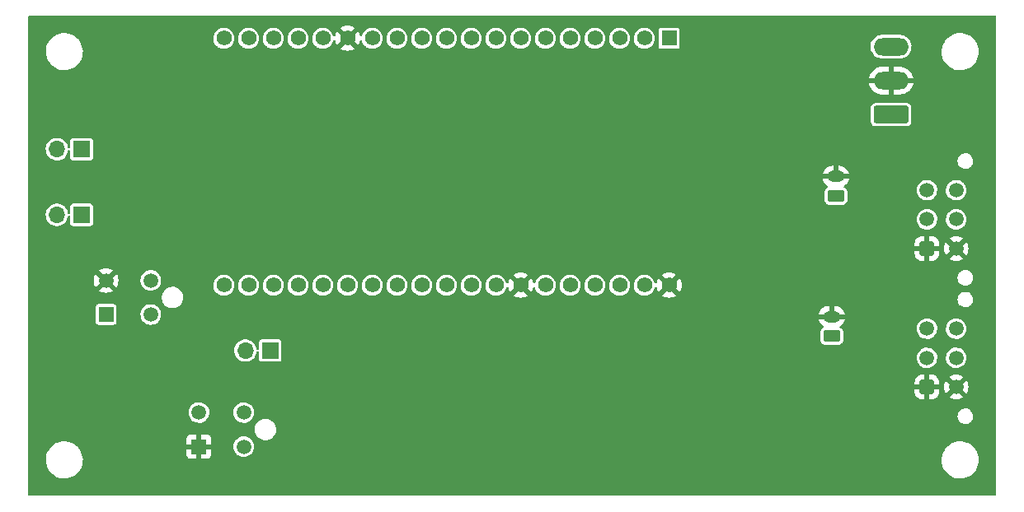
<source format=gbl>
G04 #@! TF.GenerationSoftware,KiCad,Pcbnew,(6.0.1)*
G04 #@! TF.CreationDate,2022-05-31T14:36:13+02:00*
G04 #@! TF.ProjectId,Drawer_Controller,44726177-6572-45f4-936f-6e74726f6c6c,rev?*
G04 #@! TF.SameCoordinates,Original*
G04 #@! TF.FileFunction,Copper,L2,Bot*
G04 #@! TF.FilePolarity,Positive*
%FSLAX46Y46*%
G04 Gerber Fmt 4.6, Leading zero omitted, Abs format (unit mm)*
G04 Created by KiCad (PCBNEW (6.0.1)) date 2022-05-31 14:36:13*
%MOMM*%
%LPD*%
G01*
G04 APERTURE LIST*
G04 Aperture macros list*
%AMRoundRect*
0 Rectangle with rounded corners*
0 $1 Rounding radius*
0 $2 $3 $4 $5 $6 $7 $8 $9 X,Y pos of 4 corners*
0 Add a 4 corners polygon primitive as box body*
4,1,4,$2,$3,$4,$5,$6,$7,$8,$9,$2,$3,0*
0 Add four circle primitives for the rounded corners*
1,1,$1+$1,$2,$3*
1,1,$1+$1,$4,$5*
1,1,$1+$1,$6,$7*
1,1,$1+$1,$8,$9*
0 Add four rect primitives between the rounded corners*
20,1,$1+$1,$2,$3,$4,$5,0*
20,1,$1+$1,$4,$5,$6,$7,0*
20,1,$1+$1,$6,$7,$8,$9,0*
20,1,$1+$1,$8,$9,$2,$3,0*%
G04 Aperture macros list end*
G04 #@! TA.AperFunction,ComponentPad*
%ADD10O,1.750000X1.200000*%
G04 #@! TD*
G04 #@! TA.AperFunction,ComponentPad*
%ADD11RoundRect,0.250000X0.625000X-0.350000X0.625000X0.350000X-0.625000X0.350000X-0.625000X-0.350000X0*%
G04 #@! TD*
G04 #@! TA.AperFunction,ComponentPad*
%ADD12RoundRect,0.250001X0.499999X-0.499999X0.499999X0.499999X-0.499999X0.499999X-0.499999X-0.499999X0*%
G04 #@! TD*
G04 #@! TA.AperFunction,ComponentPad*
%ADD13C,1.500000*%
G04 #@! TD*
G04 #@! TA.AperFunction,ComponentPad*
%ADD14R,1.520000X1.520000*%
G04 #@! TD*
G04 #@! TA.AperFunction,ComponentPad*
%ADD15C,1.520000*%
G04 #@! TD*
G04 #@! TA.AperFunction,ComponentPad*
%ADD16R,1.700000X1.700000*%
G04 #@! TD*
G04 #@! TA.AperFunction,ComponentPad*
%ADD17O,1.700000X1.700000*%
G04 #@! TD*
G04 #@! TA.AperFunction,ComponentPad*
%ADD18R,1.560000X1.560000*%
G04 #@! TD*
G04 #@! TA.AperFunction,ComponentPad*
%ADD19C,1.560000*%
G04 #@! TD*
G04 #@! TA.AperFunction,ComponentPad*
%ADD20RoundRect,0.250000X1.550000X-0.650000X1.550000X0.650000X-1.550000X0.650000X-1.550000X-0.650000X0*%
G04 #@! TD*
G04 #@! TA.AperFunction,ComponentPad*
%ADD21O,3.600000X1.800000*%
G04 #@! TD*
G04 #@! TA.AperFunction,ViaPad*
%ADD22C,0.800000*%
G04 #@! TD*
G04 APERTURE END LIST*
D10*
X185733600Y-116850000D03*
D11*
X185733600Y-118850000D03*
D12*
X195085000Y-124250000D03*
D13*
X195085000Y-121250000D03*
X195085000Y-118250000D03*
X198085000Y-124250000D03*
X198085000Y-121250000D03*
X198085000Y-118250000D03*
D11*
X185301800Y-133257800D03*
D10*
X185301800Y-131257800D03*
D14*
X120319000Y-144625000D03*
D15*
X120319000Y-141125000D03*
X124919000Y-144625000D03*
X124919000Y-141125000D03*
D16*
X108275000Y-114046000D03*
D17*
X105735000Y-114046000D03*
D16*
X108275000Y-120786000D03*
D17*
X105735000Y-120786000D03*
D16*
X127625000Y-134750000D03*
D17*
X125085000Y-134750000D03*
D18*
X168604000Y-102616000D03*
D19*
X166064000Y-102616000D03*
X163524000Y-102616000D03*
X160984000Y-102616000D03*
X158444000Y-102616000D03*
X155904000Y-102616000D03*
X153364000Y-102616000D03*
X150824000Y-102616000D03*
X148284000Y-102616000D03*
X145744000Y-102616000D03*
X143204000Y-102616000D03*
X140664000Y-102616000D03*
X138124000Y-102616000D03*
X135584000Y-102616000D03*
X133044000Y-102616000D03*
X130504000Y-102616000D03*
X127964000Y-102616000D03*
X125424000Y-102616000D03*
X122884000Y-102616000D03*
X168604000Y-128016000D03*
X166064000Y-128016000D03*
X163524000Y-128016000D03*
X160984000Y-128016000D03*
X158444000Y-128016000D03*
X155904000Y-128016000D03*
X153364000Y-128016000D03*
X150824000Y-128016000D03*
X148284000Y-128016000D03*
X145744000Y-128016000D03*
X143204000Y-128016000D03*
X140664000Y-128016000D03*
X138124000Y-128016000D03*
X135584000Y-128016000D03*
X133044000Y-128016000D03*
X130504000Y-128016000D03*
X127964000Y-128016000D03*
X125424000Y-128016000D03*
X122884000Y-128016000D03*
D12*
X195085000Y-138500000D03*
D13*
X195085000Y-135500000D03*
X195085000Y-132500000D03*
X198085000Y-138500000D03*
X198085000Y-135500000D03*
X198085000Y-132500000D03*
D14*
X110780000Y-131036000D03*
D15*
X110780000Y-127536000D03*
X115380000Y-131036000D03*
X115380000Y-127536000D03*
D20*
X191392500Y-110482500D03*
D21*
X191392500Y-106982500D03*
X191392500Y-103482500D03*
D22*
X135001000Y-116459000D03*
X167690800Y-104190800D03*
X139065000Y-109220000D03*
X198882000Y-119634000D03*
X128447800Y-112801400D03*
X156108400Y-113080800D03*
X144574500Y-113995200D03*
X161225000Y-140625000D03*
X138850000Y-124200000D03*
X158877000Y-123393200D03*
X175950000Y-145775000D03*
X144602200Y-119735600D03*
X144275000Y-105550000D03*
X123266200Y-135382000D03*
X142825000Y-104100000D03*
X167386000Y-114046000D03*
X174117000Y-123190000D03*
X163576000Y-114300000D03*
X149377400Y-119430800D03*
X158900000Y-125450000D03*
X141400000Y-107700000D03*
X193294000Y-121793000D03*
X123200000Y-113225000D03*
X137922000Y-111379000D03*
X135128000Y-121793000D03*
X170307000Y-122047000D03*
X107975400Y-112166400D03*
X171196000Y-142621000D03*
X106934000Y-118541800D03*
X134425000Y-126725000D03*
X135975000Y-107075000D03*
X136372600Y-112598200D03*
X166141400Y-126314200D03*
X136925000Y-125375000D03*
X147550000Y-108325000D03*
X175641000Y-122047000D03*
X123850000Y-126675000D03*
X150037800Y-125577600D03*
X120853200Y-100990400D03*
X153289000Y-122504200D03*
X194741800Y-130708400D03*
X195199000Y-116713000D03*
X162700000Y-108900000D03*
X170205400Y-102590600D03*
X176657000Y-127381000D03*
X147904200Y-123494800D03*
X166827200Y-118491000D03*
X157226000Y-103632000D03*
X151500000Y-106825000D03*
X162255200Y-129057400D03*
X162225000Y-103700000D03*
X154127200Y-113207800D03*
X132725000Y-107075000D03*
X171069000Y-125984000D03*
X164200000Y-105225000D03*
X122225000Y-125150000D03*
X155293011Y-126695200D03*
X134425000Y-105475000D03*
X158013400Y-105410000D03*
X139324500Y-114401600D03*
X149150000Y-109850000D03*
X120802400Y-123291600D03*
X122199400Y-104165400D03*
X147929600Y-120929400D03*
X158546800Y-114071400D03*
X110159800Y-114198400D03*
X167894000Y-145669000D03*
X166522400Y-110261400D03*
X132775000Y-125250000D03*
X156775000Y-109100000D03*
X118135400Y-115798600D03*
X157375000Y-126800000D03*
X125933200Y-145897600D03*
X155067000Y-129540000D03*
X170650000Y-145875000D03*
X132207000Y-110210600D03*
X148500000Y-106750000D03*
X149500000Y-103750000D03*
X125450000Y-125150000D03*
X169367200Y-109804200D03*
X146151600Y-129692400D03*
X172847000Y-127889000D03*
X186309000Y-145923000D03*
X156159200Y-119608600D03*
X166325000Y-140575000D03*
X124399936Y-133079864D03*
G04 #@! TA.AperFunction,Conductor*
G36*
X202142121Y-100320002D02*
G01*
X202188614Y-100373658D01*
X202200000Y-100426000D01*
X202200000Y-149574000D01*
X202179998Y-149642121D01*
X202126342Y-149688614D01*
X202074000Y-149700000D01*
X102926000Y-149700000D01*
X102857879Y-149679998D01*
X102811386Y-149626342D01*
X102800000Y-149574000D01*
X102800000Y-146043233D01*
X104594906Y-146043233D01*
X104621102Y-146317792D01*
X104686657Y-146585694D01*
X104790199Y-146841326D01*
X104792500Y-146845256D01*
X104792503Y-146845262D01*
X104927255Y-147075403D01*
X104927260Y-147075410D01*
X104929558Y-147079335D01*
X104932405Y-147082895D01*
X105050028Y-147229974D01*
X105101816Y-147294732D01*
X105303364Y-147483008D01*
X105529979Y-147640216D01*
X105534055Y-147642244D01*
X105534057Y-147642245D01*
X105772827Y-147761032D01*
X105772830Y-147761033D01*
X105776914Y-147763065D01*
X106038998Y-147848980D01*
X106043489Y-147849760D01*
X106043490Y-147849760D01*
X106306957Y-147895506D01*
X106306965Y-147895507D01*
X106310738Y-147896162D01*
X106314575Y-147896353D01*
X106396305Y-147900422D01*
X106396313Y-147900422D01*
X106397876Y-147900500D01*
X106570070Y-147900500D01*
X106572338Y-147900335D01*
X106572350Y-147900335D01*
X106706603Y-147890594D01*
X106775083Y-147885625D01*
X106779538Y-147884641D01*
X106779541Y-147884641D01*
X107039947Y-147827148D01*
X107039950Y-147827147D01*
X107044403Y-147826164D01*
X107302319Y-147728449D01*
X107543428Y-147594525D01*
X107762678Y-147427198D01*
X107765873Y-147423930D01*
X107952283Y-147233242D01*
X107952287Y-147233237D01*
X107955477Y-147229974D01*
X108117787Y-147006984D01*
X108246206Y-146762899D01*
X108338045Y-146502832D01*
X108374516Y-146317792D01*
X108390499Y-146236704D01*
X108390500Y-146236698D01*
X108391380Y-146232232D01*
X108391607Y-146227676D01*
X108400790Y-146043233D01*
X196594906Y-146043233D01*
X196621102Y-146317792D01*
X196686657Y-146585694D01*
X196790199Y-146841326D01*
X196792500Y-146845256D01*
X196792503Y-146845262D01*
X196927255Y-147075403D01*
X196927260Y-147075410D01*
X196929558Y-147079335D01*
X196932405Y-147082895D01*
X197050028Y-147229974D01*
X197101816Y-147294732D01*
X197303364Y-147483008D01*
X197529979Y-147640216D01*
X197534055Y-147642244D01*
X197534057Y-147642245D01*
X197772827Y-147761032D01*
X197772830Y-147761033D01*
X197776914Y-147763065D01*
X198038998Y-147848980D01*
X198043489Y-147849760D01*
X198043490Y-147849760D01*
X198306957Y-147895506D01*
X198306965Y-147895507D01*
X198310738Y-147896162D01*
X198314575Y-147896353D01*
X198396305Y-147900422D01*
X198396313Y-147900422D01*
X198397876Y-147900500D01*
X198570070Y-147900500D01*
X198572338Y-147900335D01*
X198572350Y-147900335D01*
X198706603Y-147890594D01*
X198775083Y-147885625D01*
X198779538Y-147884641D01*
X198779541Y-147884641D01*
X199039947Y-147827148D01*
X199039950Y-147827147D01*
X199044403Y-147826164D01*
X199302319Y-147728449D01*
X199543428Y-147594525D01*
X199762678Y-147427198D01*
X199765873Y-147423930D01*
X199952283Y-147233242D01*
X199952287Y-147233237D01*
X199955477Y-147229974D01*
X200117787Y-147006984D01*
X200246206Y-146762899D01*
X200338045Y-146502832D01*
X200374516Y-146317792D01*
X200390499Y-146236704D01*
X200390500Y-146236698D01*
X200391380Y-146232232D01*
X200391607Y-146227676D01*
X200404867Y-145961336D01*
X200404867Y-145961330D01*
X200405094Y-145956767D01*
X200378898Y-145682208D01*
X200377114Y-145674915D01*
X200314429Y-145418744D01*
X200313343Y-145414306D01*
X200209801Y-145158674D01*
X200207500Y-145154744D01*
X200207497Y-145154738D01*
X200072745Y-144924597D01*
X200072740Y-144924590D01*
X200070442Y-144920665D01*
X199952927Y-144773720D01*
X199901036Y-144708834D01*
X199901035Y-144708833D01*
X199898184Y-144705268D01*
X199696636Y-144516992D01*
X199470021Y-144359784D01*
X199292667Y-144271551D01*
X199227173Y-144238968D01*
X199227170Y-144238967D01*
X199223086Y-144236935D01*
X198961002Y-144151020D01*
X198956510Y-144150240D01*
X198693043Y-144104494D01*
X198693035Y-144104493D01*
X198689262Y-144103838D01*
X198679029Y-144103329D01*
X198603695Y-144099578D01*
X198603687Y-144099578D01*
X198602124Y-144099500D01*
X198429930Y-144099500D01*
X198427662Y-144099665D01*
X198427650Y-144099665D01*
X198293397Y-144109406D01*
X198224917Y-144114375D01*
X198220462Y-144115359D01*
X198220459Y-144115359D01*
X197960053Y-144172852D01*
X197960050Y-144172853D01*
X197955597Y-144173836D01*
X197697681Y-144271551D01*
X197693694Y-144273765D01*
X197693693Y-144273766D01*
X197521647Y-144369329D01*
X197456572Y-144405475D01*
X197237322Y-144572802D01*
X197234129Y-144576068D01*
X197234127Y-144576070D01*
X197047717Y-144766758D01*
X197047713Y-144766763D01*
X197044523Y-144770026D01*
X197041836Y-144773718D01*
X197041834Y-144773720D01*
X196955342Y-144892548D01*
X196882213Y-144993016D01*
X196753794Y-145237101D01*
X196661955Y-145497168D01*
X196642303Y-145596874D01*
X196611475Y-145753285D01*
X196608620Y-145767768D01*
X196608393Y-145772322D01*
X196608393Y-145772324D01*
X196599211Y-145956767D01*
X196594906Y-146043233D01*
X108400790Y-146043233D01*
X108404867Y-145961336D01*
X108404867Y-145961330D01*
X108405094Y-145956767D01*
X108378898Y-145682208D01*
X108377114Y-145674915D01*
X108317102Y-145429669D01*
X119051001Y-145429669D01*
X119051371Y-145436490D01*
X119056895Y-145487352D01*
X119060521Y-145502604D01*
X119105676Y-145623054D01*
X119114214Y-145638649D01*
X119190715Y-145740724D01*
X119203276Y-145753285D01*
X119305351Y-145829786D01*
X119320946Y-145838324D01*
X119441394Y-145883478D01*
X119456649Y-145887105D01*
X119507514Y-145892631D01*
X119514328Y-145893000D01*
X120046885Y-145893000D01*
X120062124Y-145888525D01*
X120063329Y-145887135D01*
X120065000Y-145879452D01*
X120065000Y-145874884D01*
X120573000Y-145874884D01*
X120577475Y-145890123D01*
X120578865Y-145891328D01*
X120586548Y-145892999D01*
X121123669Y-145892999D01*
X121130490Y-145892629D01*
X121181352Y-145887105D01*
X121196604Y-145883479D01*
X121317054Y-145838324D01*
X121332649Y-145829786D01*
X121434724Y-145753285D01*
X121447285Y-145740724D01*
X121523786Y-145638649D01*
X121532324Y-145623054D01*
X121577478Y-145502606D01*
X121581105Y-145487351D01*
X121586631Y-145436486D01*
X121587000Y-145429672D01*
X121587000Y-144897115D01*
X121582525Y-144881876D01*
X121581135Y-144880671D01*
X121573452Y-144879000D01*
X120591115Y-144879000D01*
X120575876Y-144883475D01*
X120574671Y-144884865D01*
X120573000Y-144892548D01*
X120573000Y-145874884D01*
X120065000Y-145874884D01*
X120065000Y-144897115D01*
X120060525Y-144881876D01*
X120059135Y-144880671D01*
X120051452Y-144879000D01*
X119069116Y-144879000D01*
X119053877Y-144883475D01*
X119052672Y-144884865D01*
X119051001Y-144892548D01*
X119051001Y-145429669D01*
X108317102Y-145429669D01*
X108314429Y-145418744D01*
X108313343Y-145414306D01*
X108209801Y-145158674D01*
X108207500Y-145154744D01*
X108207497Y-145154738D01*
X108072745Y-144924597D01*
X108072740Y-144924590D01*
X108070442Y-144920665D01*
X107952927Y-144773720D01*
X107901036Y-144708834D01*
X107901035Y-144708833D01*
X107898184Y-144705268D01*
X107796330Y-144610121D01*
X123853473Y-144610121D01*
X123853989Y-144616265D01*
X123866901Y-144770026D01*
X123870876Y-144817367D01*
X123928201Y-145017285D01*
X123931019Y-145022767D01*
X123931020Y-145022771D01*
X124020446Y-145196775D01*
X124020449Y-145196779D01*
X124023266Y-145202261D01*
X124152449Y-145365249D01*
X124157143Y-145369244D01*
X124228146Y-145429672D01*
X124310830Y-145500042D01*
X124316208Y-145503048D01*
X124316210Y-145503049D01*
X124359998Y-145527521D01*
X124492376Y-145601505D01*
X124690171Y-145665772D01*
X124896683Y-145690397D01*
X124902818Y-145689925D01*
X124902820Y-145689925D01*
X125097904Y-145674915D01*
X125097909Y-145674914D01*
X125104045Y-145674442D01*
X125109977Y-145672786D01*
X125109981Y-145672785D01*
X125298414Y-145620173D01*
X125298418Y-145620172D01*
X125304358Y-145618513D01*
X125309862Y-145615733D01*
X125309864Y-145615732D01*
X125484493Y-145527521D01*
X125484495Y-145527520D01*
X125489994Y-145524742D01*
X125653880Y-145396700D01*
X125789775Y-145239264D01*
X125792818Y-145233907D01*
X125792821Y-145233903D01*
X125841139Y-145148847D01*
X125892502Y-145058431D01*
X125906190Y-145017285D01*
X125956202Y-144866941D01*
X125958149Y-144861089D01*
X125977384Y-144708834D01*
X125983774Y-144658256D01*
X125983775Y-144658249D01*
X125984216Y-144654754D01*
X125984631Y-144625000D01*
X125964336Y-144418018D01*
X125959880Y-144403257D01*
X125906006Y-144224819D01*
X125904225Y-144218920D01*
X125881113Y-144175453D01*
X125809481Y-144040731D01*
X125809479Y-144040728D01*
X125806587Y-144035289D01*
X125802697Y-144030519D01*
X125802694Y-144030515D01*
X125679036Y-143878895D01*
X125679033Y-143878892D01*
X125675141Y-143874120D01*
X125670392Y-143870191D01*
X125519643Y-143745481D01*
X125519640Y-143745479D01*
X125514893Y-143741552D01*
X125331949Y-143642634D01*
X125133275Y-143581134D01*
X125127150Y-143580490D01*
X125127149Y-143580490D01*
X124932568Y-143560039D01*
X124932566Y-143560039D01*
X124926439Y-143559395D01*
X124839414Y-143567315D01*
X124725460Y-143577685D01*
X124725457Y-143577686D01*
X124719321Y-143578244D01*
X124713415Y-143579982D01*
X124713411Y-143579983D01*
X124640297Y-143601502D01*
X124519808Y-143636964D01*
X124335500Y-143733318D01*
X124173417Y-143863636D01*
X124169459Y-143868353D01*
X124169457Y-143868355D01*
X124113551Y-143934981D01*
X124039733Y-144022954D01*
X124036769Y-144028346D01*
X124036766Y-144028350D01*
X123994906Y-144104494D01*
X123939541Y-144205203D01*
X123876656Y-144403443D01*
X123853473Y-144610121D01*
X107796330Y-144610121D01*
X107696636Y-144516992D01*
X107470021Y-144359784D01*
X107456154Y-144352885D01*
X119051000Y-144352885D01*
X119055475Y-144368124D01*
X119056865Y-144369329D01*
X119064548Y-144371000D01*
X120046885Y-144371000D01*
X120062124Y-144366525D01*
X120063329Y-144365135D01*
X120065000Y-144357452D01*
X120065000Y-144352885D01*
X120573000Y-144352885D01*
X120577475Y-144368124D01*
X120578865Y-144369329D01*
X120586548Y-144371000D01*
X121568884Y-144371000D01*
X121584123Y-144366525D01*
X121585328Y-144365135D01*
X121586999Y-144357452D01*
X121586999Y-143820331D01*
X121586629Y-143813510D01*
X121581105Y-143762648D01*
X121577479Y-143747396D01*
X121532324Y-143626946D01*
X121523786Y-143611351D01*
X121447285Y-143509276D01*
X121434724Y-143496715D01*
X121332649Y-143420214D01*
X121317054Y-143411676D01*
X121196606Y-143366522D01*
X121181351Y-143362895D01*
X121130486Y-143357369D01*
X121123672Y-143357000D01*
X120591115Y-143357000D01*
X120575876Y-143361475D01*
X120574671Y-143362865D01*
X120573000Y-143370548D01*
X120573000Y-144352885D01*
X120065000Y-144352885D01*
X120065000Y-143375116D01*
X120060525Y-143359877D01*
X120059135Y-143358672D01*
X120051452Y-143357001D01*
X119514331Y-143357001D01*
X119507510Y-143357371D01*
X119456648Y-143362895D01*
X119441396Y-143366521D01*
X119320946Y-143411676D01*
X119305351Y-143420214D01*
X119203276Y-143496715D01*
X119190715Y-143509276D01*
X119114214Y-143611351D01*
X119105676Y-143626946D01*
X119060522Y-143747394D01*
X119056895Y-143762649D01*
X119051369Y-143813514D01*
X119051000Y-143820328D01*
X119051000Y-144352885D01*
X107456154Y-144352885D01*
X107292667Y-144271551D01*
X107227173Y-144238968D01*
X107227170Y-144238967D01*
X107223086Y-144236935D01*
X106961002Y-144151020D01*
X106956510Y-144150240D01*
X106693043Y-144104494D01*
X106693035Y-144104493D01*
X106689262Y-144103838D01*
X106679029Y-144103329D01*
X106603695Y-144099578D01*
X106603687Y-144099578D01*
X106602124Y-144099500D01*
X106429930Y-144099500D01*
X106427662Y-144099665D01*
X106427650Y-144099665D01*
X106293397Y-144109406D01*
X106224917Y-144114375D01*
X106220462Y-144115359D01*
X106220459Y-144115359D01*
X105960053Y-144172852D01*
X105960050Y-144172853D01*
X105955597Y-144173836D01*
X105697681Y-144271551D01*
X105693694Y-144273765D01*
X105693693Y-144273766D01*
X105521647Y-144369329D01*
X105456572Y-144405475D01*
X105237322Y-144572802D01*
X105234129Y-144576068D01*
X105234127Y-144576070D01*
X105047717Y-144766758D01*
X105047713Y-144766763D01*
X105044523Y-144770026D01*
X105041836Y-144773718D01*
X105041834Y-144773720D01*
X104955342Y-144892548D01*
X104882213Y-144993016D01*
X104753794Y-145237101D01*
X104661955Y-145497168D01*
X104642303Y-145596874D01*
X104611475Y-145753285D01*
X104608620Y-145767768D01*
X104608393Y-145772322D01*
X104608393Y-145772324D01*
X104599211Y-145956767D01*
X104594906Y-146043233D01*
X102800000Y-146043233D01*
X102800000Y-142820996D01*
X126044814Y-142820996D01*
X126054523Y-143030767D01*
X126055927Y-143036592D01*
X126055927Y-143036593D01*
X126080084Y-143136826D01*
X126103724Y-143234918D01*
X126106206Y-143240376D01*
X126106207Y-143240380D01*
X126149320Y-143335201D01*
X126190640Y-143426081D01*
X126251429Y-143511778D01*
X126301920Y-143582956D01*
X126312137Y-143597360D01*
X126463831Y-143742575D01*
X126468866Y-143745826D01*
X126635209Y-143853233D01*
X126635212Y-143853234D01*
X126640246Y-143856485D01*
X126645809Y-143858727D01*
X126829455Y-143932739D01*
X126829458Y-143932740D01*
X126835019Y-143934981D01*
X126840900Y-143936129D01*
X126840905Y-143936131D01*
X127036676Y-143974362D01*
X127036679Y-143974362D01*
X127041122Y-143975230D01*
X127046643Y-143975500D01*
X127201469Y-143975500D01*
X127358046Y-143960561D01*
X127363802Y-143958872D01*
X127363804Y-143958872D01*
X127452883Y-143932739D01*
X127559549Y-143901447D01*
X127730289Y-143813510D01*
X127740908Y-143808041D01*
X127740911Y-143808039D01*
X127746239Y-143805295D01*
X127819948Y-143747396D01*
X127906662Y-143679282D01*
X127906667Y-143679278D01*
X127911379Y-143675576D01*
X127941546Y-143640812D01*
X128045079Y-143521502D01*
X128045083Y-143521497D01*
X128049010Y-143516971D01*
X128154166Y-143335201D01*
X128223053Y-143136826D01*
X128238431Y-143030767D01*
X128252325Y-142934944D01*
X128252325Y-142934941D01*
X128253186Y-142929004D01*
X128243477Y-142719233D01*
X128194276Y-142515082D01*
X128151258Y-142420467D01*
X128109840Y-142329374D01*
X128107360Y-142323919D01*
X127985863Y-142152640D01*
X127834169Y-142007425D01*
X127737033Y-141944705D01*
X127662791Y-141896767D01*
X127662788Y-141896766D01*
X127657754Y-141893515D01*
X127597530Y-141869244D01*
X127468545Y-141817261D01*
X127468542Y-141817260D01*
X127462981Y-141815019D01*
X127457100Y-141813871D01*
X127457095Y-141813869D01*
X127261324Y-141775638D01*
X127261321Y-141775638D01*
X127256878Y-141774770D01*
X127251357Y-141774500D01*
X127096531Y-141774500D01*
X126939954Y-141789439D01*
X126934198Y-141791128D01*
X126934196Y-141791128D01*
X126856679Y-141813869D01*
X126738451Y-141848553D01*
X126655505Y-141891273D01*
X126557092Y-141941959D01*
X126557089Y-141941961D01*
X126551761Y-141944705D01*
X126547046Y-141948409D01*
X126391338Y-142070718D01*
X126391333Y-142070722D01*
X126386621Y-142074424D01*
X126382690Y-142078954D01*
X126382689Y-142078955D01*
X126252921Y-142228498D01*
X126252917Y-142228503D01*
X126248990Y-142233029D01*
X126143834Y-142414799D01*
X126074947Y-142613174D01*
X126074086Y-142619109D01*
X126074086Y-142619111D01*
X126058701Y-142725223D01*
X126044814Y-142820996D01*
X102800000Y-142820996D01*
X102800000Y-141110121D01*
X119253473Y-141110121D01*
X119270876Y-141317367D01*
X119328201Y-141517285D01*
X119331019Y-141522767D01*
X119331020Y-141522771D01*
X119420446Y-141696775D01*
X119420449Y-141696779D01*
X119423266Y-141702261D01*
X119552449Y-141865249D01*
X119557143Y-141869244D01*
X119650162Y-141948409D01*
X119710830Y-142000042D01*
X119716208Y-142003048D01*
X119716210Y-142003049D01*
X119852028Y-142078955D01*
X119892376Y-142101505D01*
X120090171Y-142165772D01*
X120296683Y-142190397D01*
X120302818Y-142189925D01*
X120302820Y-142189925D01*
X120497904Y-142174915D01*
X120497909Y-142174914D01*
X120504045Y-142174442D01*
X120509977Y-142172786D01*
X120509981Y-142172785D01*
X120698414Y-142120173D01*
X120698418Y-142120172D01*
X120704358Y-142118513D01*
X120709862Y-142115733D01*
X120709864Y-142115732D01*
X120884493Y-142027521D01*
X120884495Y-142027520D01*
X120889994Y-142024742D01*
X121053880Y-141896700D01*
X121058565Y-141891273D01*
X121185747Y-141743930D01*
X121189775Y-141739264D01*
X121192818Y-141733907D01*
X121192821Y-141733903D01*
X121241139Y-141648847D01*
X121292502Y-141558431D01*
X121306190Y-141517285D01*
X121356202Y-141366941D01*
X121358149Y-141361089D01*
X121384216Y-141154754D01*
X121384631Y-141125000D01*
X121383172Y-141110121D01*
X123853473Y-141110121D01*
X123870876Y-141317367D01*
X123928201Y-141517285D01*
X123931019Y-141522767D01*
X123931020Y-141522771D01*
X124020446Y-141696775D01*
X124020449Y-141696779D01*
X124023266Y-141702261D01*
X124152449Y-141865249D01*
X124157143Y-141869244D01*
X124250162Y-141948409D01*
X124310830Y-142000042D01*
X124316208Y-142003048D01*
X124316210Y-142003049D01*
X124452028Y-142078955D01*
X124492376Y-142101505D01*
X124690171Y-142165772D01*
X124896683Y-142190397D01*
X124902818Y-142189925D01*
X124902820Y-142189925D01*
X125097904Y-142174915D01*
X125097909Y-142174914D01*
X125104045Y-142174442D01*
X125109977Y-142172786D01*
X125109981Y-142172785D01*
X125298414Y-142120173D01*
X125298418Y-142120172D01*
X125304358Y-142118513D01*
X125309862Y-142115733D01*
X125309864Y-142115732D01*
X125484493Y-142027521D01*
X125484495Y-142027520D01*
X125489994Y-142024742D01*
X125653880Y-141896700D01*
X125658565Y-141891273D01*
X125785747Y-141743930D01*
X125789775Y-141739264D01*
X125792818Y-141733907D01*
X125792821Y-141733903D01*
X125841139Y-141648847D01*
X125892502Y-141558431D01*
X125906190Y-141517285D01*
X125913811Y-141494376D01*
X198219455Y-141494376D01*
X198220191Y-141501379D01*
X198220191Y-141501380D01*
X198225573Y-141552582D01*
X198238227Y-141672983D01*
X198240498Y-141679654D01*
X198277678Y-141788869D01*
X198296103Y-141842993D01*
X198299793Y-141848991D01*
X198299794Y-141848993D01*
X198327184Y-141893515D01*
X198390206Y-141995955D01*
X198395132Y-142000986D01*
X198395135Y-142000989D01*
X198455976Y-142063117D01*
X198515859Y-142124268D01*
X198521784Y-142128087D01*
X198521786Y-142128088D01*
X198618471Y-142190397D01*
X198666817Y-142221554D01*
X198673437Y-142223963D01*
X198673440Y-142223965D01*
X198828961Y-142280570D01*
X198828964Y-142280571D01*
X198835578Y-142282978D01*
X198862121Y-142286331D01*
X198970355Y-142300004D01*
X198970358Y-142300004D01*
X198974283Y-142300500D01*
X199070155Y-142300500D01*
X199203472Y-142285546D01*
X199210847Y-142282978D01*
X199278451Y-142259436D01*
X199373073Y-142226485D01*
X199380965Y-142221554D01*
X199519401Y-142135049D01*
X199525375Y-142131316D01*
X199629897Y-142027521D01*
X199647810Y-142009733D01*
X199647813Y-142009729D01*
X199652807Y-142004770D01*
X199749037Y-141853136D01*
X199759643Y-141823352D01*
X199806919Y-141690586D01*
X199806920Y-141690581D01*
X199809281Y-141683951D01*
X199810114Y-141676965D01*
X199810115Y-141676961D01*
X199828500Y-141522771D01*
X199830545Y-141505624D01*
X199811773Y-141327017D01*
X199753897Y-141157007D01*
X199736363Y-141128505D01*
X199663485Y-141010045D01*
X199659794Y-141004045D01*
X199654868Y-140999014D01*
X199654865Y-140999011D01*
X199569770Y-140912115D01*
X199534141Y-140875732D01*
X199517413Y-140864951D01*
X199389109Y-140782265D01*
X199383183Y-140778446D01*
X199376563Y-140776037D01*
X199376560Y-140776035D01*
X199221039Y-140719430D01*
X199221036Y-140719429D01*
X199214422Y-140717022D01*
X199157692Y-140709856D01*
X199079645Y-140699996D01*
X199079642Y-140699996D01*
X199075717Y-140699500D01*
X198979845Y-140699500D01*
X198846528Y-140714454D01*
X198839875Y-140716771D01*
X198839874Y-140716771D01*
X198771549Y-140740564D01*
X198676927Y-140773515D01*
X198670953Y-140777248D01*
X198670951Y-140777249D01*
X198662924Y-140782265D01*
X198524625Y-140868684D01*
X198495537Y-140897570D01*
X198402190Y-140990267D01*
X198402187Y-140990271D01*
X198397193Y-140995230D01*
X198300963Y-141146864D01*
X198294976Y-141163677D01*
X198243081Y-141309414D01*
X198243080Y-141309419D01*
X198240719Y-141316049D01*
X198239886Y-141323035D01*
X198239885Y-141323039D01*
X198224648Y-141450823D01*
X198219455Y-141494376D01*
X125913811Y-141494376D01*
X125956202Y-141366941D01*
X125958149Y-141361089D01*
X125984216Y-141154754D01*
X125984631Y-141125000D01*
X125964336Y-140918018D01*
X125958163Y-140897570D01*
X125906006Y-140724819D01*
X125904225Y-140718920D01*
X125806587Y-140535289D01*
X125802697Y-140530519D01*
X125802694Y-140530515D01*
X125679036Y-140378895D01*
X125679033Y-140378892D01*
X125675141Y-140374120D01*
X125670392Y-140370191D01*
X125519643Y-140245481D01*
X125519640Y-140245479D01*
X125514893Y-140241552D01*
X125331949Y-140142634D01*
X125133275Y-140081134D01*
X125127150Y-140080490D01*
X125127149Y-140080490D01*
X124932568Y-140060039D01*
X124932566Y-140060039D01*
X124926439Y-140059395D01*
X124839414Y-140067315D01*
X124725460Y-140077685D01*
X124725457Y-140077686D01*
X124719321Y-140078244D01*
X124713415Y-140079982D01*
X124713411Y-140079983D01*
X124567313Y-140122982D01*
X124519808Y-140136964D01*
X124335500Y-140233318D01*
X124173417Y-140363636D01*
X124169459Y-140368353D01*
X124169457Y-140368355D01*
X124164620Y-140374120D01*
X124039733Y-140522954D01*
X124036769Y-140528346D01*
X124036766Y-140528350D01*
X124029960Y-140540731D01*
X123939541Y-140705203D01*
X123876656Y-140903443D01*
X123875970Y-140909560D01*
X123875969Y-140909564D01*
X123864698Y-141010045D01*
X123853473Y-141110121D01*
X121383172Y-141110121D01*
X121364336Y-140918018D01*
X121358163Y-140897570D01*
X121306006Y-140724819D01*
X121304225Y-140718920D01*
X121206587Y-140535289D01*
X121202697Y-140530519D01*
X121202694Y-140530515D01*
X121079036Y-140378895D01*
X121079033Y-140378892D01*
X121075141Y-140374120D01*
X121070392Y-140370191D01*
X120919643Y-140245481D01*
X120919640Y-140245479D01*
X120914893Y-140241552D01*
X120731949Y-140142634D01*
X120533275Y-140081134D01*
X120527150Y-140080490D01*
X120527149Y-140080490D01*
X120332568Y-140060039D01*
X120332566Y-140060039D01*
X120326439Y-140059395D01*
X120239414Y-140067315D01*
X120125460Y-140077685D01*
X120125457Y-140077686D01*
X120119321Y-140078244D01*
X120113415Y-140079982D01*
X120113411Y-140079983D01*
X119967313Y-140122982D01*
X119919808Y-140136964D01*
X119735500Y-140233318D01*
X119573417Y-140363636D01*
X119569459Y-140368353D01*
X119569457Y-140368355D01*
X119564620Y-140374120D01*
X119439733Y-140522954D01*
X119436769Y-140528346D01*
X119436766Y-140528350D01*
X119429960Y-140540731D01*
X119339541Y-140705203D01*
X119276656Y-140903443D01*
X119275970Y-140909560D01*
X119275969Y-140909564D01*
X119264698Y-141010045D01*
X119253473Y-141110121D01*
X102800000Y-141110121D01*
X102800000Y-139047096D01*
X193827000Y-139047096D01*
X193827337Y-139053611D01*
X193837256Y-139149203D01*
X193840150Y-139162602D01*
X193891588Y-139316783D01*
X193897762Y-139329962D01*
X193983063Y-139467807D01*
X193992099Y-139479208D01*
X194106830Y-139593739D01*
X194118241Y-139602751D01*
X194256245Y-139687818D01*
X194269423Y-139693962D01*
X194423716Y-139745139D01*
X194437081Y-139748005D01*
X194531439Y-139757672D01*
X194537855Y-139758000D01*
X194812885Y-139758000D01*
X194828124Y-139753525D01*
X194829329Y-139752135D01*
X194831000Y-139744452D01*
X194831000Y-139739885D01*
X195339000Y-139739885D01*
X195343475Y-139755124D01*
X195344865Y-139756329D01*
X195352548Y-139758000D01*
X195632096Y-139758000D01*
X195638611Y-139757663D01*
X195734203Y-139747744D01*
X195747602Y-139744850D01*
X195901783Y-139693412D01*
X195914962Y-139687238D01*
X196052807Y-139601937D01*
X196064208Y-139592901D01*
X196106873Y-139550161D01*
X197399393Y-139550161D01*
X197408687Y-139562175D01*
X197449088Y-139590464D01*
X197458584Y-139595947D01*
X197648113Y-139684326D01*
X197658405Y-139688072D01*
X197860401Y-139742196D01*
X197871196Y-139744099D01*
X198079525Y-139762326D01*
X198090475Y-139762326D01*
X198298804Y-139744099D01*
X198309599Y-139742196D01*
X198511595Y-139688072D01*
X198521887Y-139684326D01*
X198711416Y-139595947D01*
X198720912Y-139590464D01*
X198762148Y-139561590D01*
X198770523Y-139551112D01*
X198763457Y-139537668D01*
X198097811Y-138872021D01*
X198083868Y-138864408D01*
X198082034Y-138864539D01*
X198075420Y-138868790D01*
X197405820Y-139538391D01*
X197399393Y-139550161D01*
X196106873Y-139550161D01*
X196178739Y-139478170D01*
X196187751Y-139466759D01*
X196272818Y-139328755D01*
X196278962Y-139315577D01*
X196330139Y-139161284D01*
X196333005Y-139147919D01*
X196342672Y-139053561D01*
X196343000Y-139047145D01*
X196343000Y-138772115D01*
X196338525Y-138756876D01*
X196337135Y-138755671D01*
X196329452Y-138754000D01*
X195357115Y-138754000D01*
X195341876Y-138758475D01*
X195340671Y-138759865D01*
X195339000Y-138767548D01*
X195339000Y-139739885D01*
X194831000Y-139739885D01*
X194831000Y-138772115D01*
X194826525Y-138756876D01*
X194825135Y-138755671D01*
X194817452Y-138754000D01*
X193845115Y-138754000D01*
X193829876Y-138758475D01*
X193828671Y-138759865D01*
X193827000Y-138767548D01*
X193827000Y-139047096D01*
X102800000Y-139047096D01*
X102800000Y-138505475D01*
X196822674Y-138505475D01*
X196840901Y-138713804D01*
X196842804Y-138724599D01*
X196896928Y-138926595D01*
X196900674Y-138936887D01*
X196989054Y-139126417D01*
X196994534Y-139135907D01*
X197023411Y-139177149D01*
X197033887Y-139185523D01*
X197047334Y-139178455D01*
X197712979Y-138512811D01*
X197719356Y-138501132D01*
X198449408Y-138501132D01*
X198449539Y-138502966D01*
X198453790Y-138509580D01*
X199123391Y-139179180D01*
X199135161Y-139185607D01*
X199147176Y-139176311D01*
X199175466Y-139135907D01*
X199180946Y-139126417D01*
X199269326Y-138936887D01*
X199273072Y-138926595D01*
X199327196Y-138724599D01*
X199329099Y-138713804D01*
X199347326Y-138505475D01*
X199347326Y-138494525D01*
X199329099Y-138286196D01*
X199327196Y-138275401D01*
X199273072Y-138073405D01*
X199269326Y-138063113D01*
X199180946Y-137873583D01*
X199175466Y-137864093D01*
X199146589Y-137822851D01*
X199136113Y-137814477D01*
X199122666Y-137821545D01*
X198457021Y-138487189D01*
X198449408Y-138501132D01*
X197719356Y-138501132D01*
X197720592Y-138498868D01*
X197720461Y-138497034D01*
X197716210Y-138490420D01*
X197046609Y-137820820D01*
X197034839Y-137814393D01*
X197022824Y-137823689D01*
X196994534Y-137864093D01*
X196989054Y-137873583D01*
X196900674Y-138063113D01*
X196896928Y-138073405D01*
X196842804Y-138275401D01*
X196840901Y-138286196D01*
X196822674Y-138494525D01*
X196822674Y-138505475D01*
X102800000Y-138505475D01*
X102800000Y-138227885D01*
X193827000Y-138227885D01*
X193831475Y-138243124D01*
X193832865Y-138244329D01*
X193840548Y-138246000D01*
X194812885Y-138246000D01*
X194828124Y-138241525D01*
X194829329Y-138240135D01*
X194831000Y-138232452D01*
X194831000Y-138227885D01*
X195339000Y-138227885D01*
X195343475Y-138243124D01*
X195344865Y-138244329D01*
X195352548Y-138246000D01*
X196324885Y-138246000D01*
X196340124Y-138241525D01*
X196341329Y-138240135D01*
X196343000Y-138232452D01*
X196343000Y-137952904D01*
X196342663Y-137946389D01*
X196332744Y-137850797D01*
X196329850Y-137837398D01*
X196278412Y-137683217D01*
X196272238Y-137670038D01*
X196186937Y-137532193D01*
X196177901Y-137520792D01*
X196105870Y-137448887D01*
X197399477Y-137448887D01*
X197406545Y-137462334D01*
X198072189Y-138127979D01*
X198086132Y-138135592D01*
X198087966Y-138135461D01*
X198094580Y-138131210D01*
X198764180Y-137461609D01*
X198770607Y-137449839D01*
X198761313Y-137437825D01*
X198720912Y-137409536D01*
X198711416Y-137404053D01*
X198521887Y-137315674D01*
X198511595Y-137311928D01*
X198309599Y-137257804D01*
X198298804Y-137255901D01*
X198090475Y-137237674D01*
X198079525Y-137237674D01*
X197871196Y-137255901D01*
X197860401Y-137257804D01*
X197658405Y-137311928D01*
X197648113Y-137315674D01*
X197458583Y-137404054D01*
X197449093Y-137409534D01*
X197407851Y-137438411D01*
X197399477Y-137448887D01*
X196105870Y-137448887D01*
X196063170Y-137406261D01*
X196051759Y-137397249D01*
X195913755Y-137312182D01*
X195900577Y-137306038D01*
X195746284Y-137254861D01*
X195732919Y-137251995D01*
X195638561Y-137242328D01*
X195632144Y-137242000D01*
X195357115Y-137242000D01*
X195341876Y-137246475D01*
X195340671Y-137247865D01*
X195339000Y-137255548D01*
X195339000Y-138227885D01*
X194831000Y-138227885D01*
X194831000Y-137260115D01*
X194826525Y-137244876D01*
X194825135Y-137243671D01*
X194817452Y-137242000D01*
X194537904Y-137242000D01*
X194531389Y-137242337D01*
X194435797Y-137252256D01*
X194422398Y-137255150D01*
X194268217Y-137306588D01*
X194255038Y-137312762D01*
X194117193Y-137398063D01*
X194105792Y-137407099D01*
X193991261Y-137521830D01*
X193982249Y-137533241D01*
X193897182Y-137671245D01*
X193891038Y-137684423D01*
X193839861Y-137838716D01*
X193836995Y-137852081D01*
X193827328Y-137946439D01*
X193827000Y-137952856D01*
X193827000Y-138227885D01*
X102800000Y-138227885D01*
X102800000Y-134719754D01*
X123929967Y-134719754D01*
X123943796Y-134930749D01*
X123945217Y-134936345D01*
X123945218Y-134936350D01*
X123994424Y-135130095D01*
X123995845Y-135135690D01*
X124084369Y-135327714D01*
X124206405Y-135500391D01*
X124270238Y-135562574D01*
X124350727Y-135640983D01*
X124357865Y-135647937D01*
X124362661Y-135651142D01*
X124362664Y-135651144D01*
X124477304Y-135727744D01*
X124533677Y-135765411D01*
X124538985Y-135767692D01*
X124538986Y-135767692D01*
X124722650Y-135846600D01*
X124722653Y-135846601D01*
X124727953Y-135848878D01*
X124733582Y-135850152D01*
X124733583Y-135850152D01*
X124928550Y-135894269D01*
X124928553Y-135894269D01*
X124934186Y-135895544D01*
X124939957Y-135895771D01*
X124939959Y-135895771D01*
X125001989Y-135898208D01*
X125145470Y-135903846D01*
X125151179Y-135903018D01*
X125151183Y-135903018D01*
X125349015Y-135874333D01*
X125349019Y-135874332D01*
X125354730Y-135873504D01*
X125441579Y-135844023D01*
X125549483Y-135807395D01*
X125549488Y-135807393D01*
X125554955Y-135805537D01*
X125598103Y-135781373D01*
X125734395Y-135705046D01*
X125734399Y-135705043D01*
X125739442Y-135702219D01*
X125902012Y-135567012D01*
X126037219Y-135404442D01*
X126040043Y-135399399D01*
X126040046Y-135399395D01*
X126137713Y-135224998D01*
X126137714Y-135224996D01*
X126140537Y-135219955D01*
X126142393Y-135214488D01*
X126142395Y-135214483D01*
X126206647Y-135025200D01*
X126208504Y-135019730D01*
X126222242Y-134924982D01*
X126223804Y-134914211D01*
X126253374Y-134849665D01*
X126313146Y-134811353D01*
X126384143Y-134811437D01*
X126443823Y-134849892D01*
X126473239Y-134914508D01*
X126474500Y-134932291D01*
X126474500Y-135644646D01*
X126477618Y-135670846D01*
X126481456Y-135679486D01*
X126481456Y-135679487D01*
X126489003Y-135696478D01*
X126523061Y-135773153D01*
X126531294Y-135781372D01*
X126531295Y-135781373D01*
X126557363Y-135807395D01*
X126602287Y-135852241D01*
X126612924Y-135856944D01*
X126612926Y-135856945D01*
X126650382Y-135873504D01*
X126704673Y-135897506D01*
X126730354Y-135900500D01*
X128519646Y-135900500D01*
X128523350Y-135900059D01*
X128523353Y-135900059D01*
X128530746Y-135899179D01*
X128545846Y-135897382D01*
X128648153Y-135851939D01*
X128727241Y-135772713D01*
X128741830Y-135739715D01*
X128758265Y-135702538D01*
X128772506Y-135670327D01*
X128775500Y-135644646D01*
X128775500Y-135485262D01*
X194029520Y-135485262D01*
X194030463Y-135496494D01*
X194045061Y-135670327D01*
X194046759Y-135690553D01*
X194048458Y-135696478D01*
X194093036Y-135851939D01*
X194103544Y-135888586D01*
X194106359Y-135894063D01*
X194106360Y-135894066D01*
X194127247Y-135934707D01*
X194197712Y-136071818D01*
X194325677Y-136233270D01*
X194482564Y-136366791D01*
X194662398Y-136467297D01*
X194757238Y-136498112D01*
X194852471Y-136529056D01*
X194852475Y-136529057D01*
X194858329Y-136530959D01*
X195062894Y-136555351D01*
X195069029Y-136554879D01*
X195069031Y-136554879D01*
X195125039Y-136550569D01*
X195268300Y-136539546D01*
X195274230Y-136537890D01*
X195274232Y-136537890D01*
X195460797Y-136485800D01*
X195460796Y-136485800D01*
X195466725Y-136484145D01*
X195472214Y-136481372D01*
X195472220Y-136481370D01*
X195645116Y-136394033D01*
X195650610Y-136391258D01*
X195812951Y-136264424D01*
X195947564Y-136108472D01*
X195968387Y-136071818D01*
X196046276Y-135934707D01*
X196049323Y-135929344D01*
X196114351Y-135733863D01*
X196140171Y-135529474D01*
X196140583Y-135500000D01*
X196139138Y-135485262D01*
X197029520Y-135485262D01*
X197030463Y-135496494D01*
X197045061Y-135670327D01*
X197046759Y-135690553D01*
X197048458Y-135696478D01*
X197093036Y-135851939D01*
X197103544Y-135888586D01*
X197106359Y-135894063D01*
X197106360Y-135894066D01*
X197127247Y-135934707D01*
X197197712Y-136071818D01*
X197325677Y-136233270D01*
X197482564Y-136366791D01*
X197662398Y-136467297D01*
X197757238Y-136498112D01*
X197852471Y-136529056D01*
X197852475Y-136529057D01*
X197858329Y-136530959D01*
X198062894Y-136555351D01*
X198069029Y-136554879D01*
X198069031Y-136554879D01*
X198125039Y-136550569D01*
X198268300Y-136539546D01*
X198274230Y-136537890D01*
X198274232Y-136537890D01*
X198460797Y-136485800D01*
X198460796Y-136485800D01*
X198466725Y-136484145D01*
X198472214Y-136481372D01*
X198472220Y-136481370D01*
X198645116Y-136394033D01*
X198650610Y-136391258D01*
X198812951Y-136264424D01*
X198947564Y-136108472D01*
X198968387Y-136071818D01*
X199046276Y-135934707D01*
X199049323Y-135929344D01*
X199114351Y-135733863D01*
X199140171Y-135529474D01*
X199140583Y-135500000D01*
X199120480Y-135294970D01*
X199060935Y-135097749D01*
X198964218Y-134915849D01*
X198878273Y-134810470D01*
X198837906Y-134760975D01*
X198837903Y-134760972D01*
X198834011Y-134756200D01*
X198827173Y-134750543D01*
X198680025Y-134628811D01*
X198680021Y-134628809D01*
X198675275Y-134624882D01*
X198494055Y-134526897D01*
X198297254Y-134465977D01*
X198291129Y-134465333D01*
X198291128Y-134465333D01*
X198098498Y-134445087D01*
X198098496Y-134445087D01*
X198092369Y-134444443D01*
X198005529Y-134452346D01*
X197893342Y-134462555D01*
X197893339Y-134462556D01*
X197887203Y-134463114D01*
X197689572Y-134521280D01*
X197507002Y-134616726D01*
X197502201Y-134620586D01*
X197502198Y-134620588D01*
X197435980Y-134673829D01*
X197346447Y-134745815D01*
X197214024Y-134903630D01*
X197211056Y-134909028D01*
X197211053Y-134909033D01*
X197117743Y-135078765D01*
X197114776Y-135084162D01*
X197052484Y-135280532D01*
X197051798Y-135286649D01*
X197051797Y-135286653D01*
X197030207Y-135479137D01*
X197029520Y-135485262D01*
X196139138Y-135485262D01*
X196120480Y-135294970D01*
X196060935Y-135097749D01*
X195964218Y-134915849D01*
X195878273Y-134810470D01*
X195837906Y-134760975D01*
X195837903Y-134760972D01*
X195834011Y-134756200D01*
X195827173Y-134750543D01*
X195680025Y-134628811D01*
X195680021Y-134628809D01*
X195675275Y-134624882D01*
X195494055Y-134526897D01*
X195297254Y-134465977D01*
X195291129Y-134465333D01*
X195291128Y-134465333D01*
X195098498Y-134445087D01*
X195098496Y-134445087D01*
X195092369Y-134444443D01*
X195005529Y-134452346D01*
X194893342Y-134462555D01*
X194893339Y-134462556D01*
X194887203Y-134463114D01*
X194689572Y-134521280D01*
X194507002Y-134616726D01*
X194502201Y-134620586D01*
X194502198Y-134620588D01*
X194435980Y-134673829D01*
X194346447Y-134745815D01*
X194214024Y-134903630D01*
X194211056Y-134909028D01*
X194211053Y-134909033D01*
X194117743Y-135078765D01*
X194114776Y-135084162D01*
X194052484Y-135280532D01*
X194051798Y-135286649D01*
X194051797Y-135286653D01*
X194030207Y-135479137D01*
X194029520Y-135485262D01*
X128775500Y-135485262D01*
X128775500Y-133855354D01*
X128772382Y-133829154D01*
X128732936Y-133740347D01*
X128731663Y-133737482D01*
X128726939Y-133726847D01*
X128718444Y-133718366D01*
X128655945Y-133655977D01*
X128647713Y-133647759D01*
X128637076Y-133643056D01*
X128637074Y-133643055D01*
X128577538Y-133616735D01*
X128545327Y-133602494D01*
X128519646Y-133599500D01*
X126730354Y-133599500D01*
X126726650Y-133599941D01*
X126726647Y-133599941D01*
X126719254Y-133600821D01*
X126704154Y-133602618D01*
X126695514Y-133606456D01*
X126695513Y-133606456D01*
X126629131Y-133635942D01*
X126601847Y-133648061D01*
X126522759Y-133727287D01*
X126477494Y-133829673D01*
X126474500Y-133855354D01*
X126474500Y-134549111D01*
X126454498Y-134617232D01*
X126400842Y-134663725D01*
X126330568Y-134673829D01*
X126265988Y-134644335D01*
X126227604Y-134584609D01*
X126223029Y-134560640D01*
X126221610Y-134545197D01*
X126221081Y-134539440D01*
X126215960Y-134521280D01*
X126165255Y-134341496D01*
X126163686Y-134335931D01*
X126152553Y-134313354D01*
X126072719Y-134151469D01*
X126070165Y-134146290D01*
X125961464Y-134000722D01*
X125947104Y-133981491D01*
X125947103Y-133981490D01*
X125943651Y-133976867D01*
X125843286Y-133884090D01*
X125792622Y-133837257D01*
X125792620Y-133837255D01*
X125788381Y-133833337D01*
X125641002Y-133740347D01*
X125614434Y-133723584D01*
X125614433Y-133723584D01*
X125609554Y-133720505D01*
X125413160Y-133642152D01*
X125407503Y-133641027D01*
X125407497Y-133641025D01*
X125211442Y-133602028D01*
X125211440Y-133602028D01*
X125205775Y-133600901D01*
X125200000Y-133600825D01*
X125199996Y-133600825D01*
X125093976Y-133599437D01*
X124994346Y-133598133D01*
X124988649Y-133599112D01*
X124988648Y-133599112D01*
X124791650Y-133632962D01*
X124791649Y-133632962D01*
X124785953Y-133633941D01*
X124587575Y-133707127D01*
X124582614Y-133710079D01*
X124582613Y-133710079D01*
X124536553Y-133737482D01*
X124405856Y-133815238D01*
X124246881Y-133954655D01*
X124115976Y-134120708D01*
X124113287Y-134125819D01*
X124113285Y-134125822D01*
X124099792Y-134151469D01*
X124017523Y-134307836D01*
X123954820Y-134509773D01*
X123929967Y-134719754D01*
X102800000Y-134719754D01*
X102800000Y-131840646D01*
X109719500Y-131840646D01*
X109722618Y-131866846D01*
X109726456Y-131875486D01*
X109726456Y-131875487D01*
X109741357Y-131909033D01*
X109768061Y-131969153D01*
X109847287Y-132048241D01*
X109857924Y-132052944D01*
X109857926Y-132052945D01*
X109890935Y-132067538D01*
X109949673Y-132093506D01*
X109975354Y-132096500D01*
X111584646Y-132096500D01*
X111588350Y-132096059D01*
X111588353Y-132096059D01*
X111595746Y-132095179D01*
X111610846Y-132093382D01*
X111631604Y-132084162D01*
X111702518Y-132052663D01*
X111713153Y-132047939D01*
X111792241Y-131968713D01*
X111817738Y-131911042D01*
X111833675Y-131874992D01*
X111837506Y-131866327D01*
X111840500Y-131840646D01*
X111840500Y-131021121D01*
X114314473Y-131021121D01*
X114331876Y-131228367D01*
X114389201Y-131428285D01*
X114392019Y-131433767D01*
X114392020Y-131433771D01*
X114481446Y-131607775D01*
X114481449Y-131607779D01*
X114484266Y-131613261D01*
X114613449Y-131776249D01*
X114618143Y-131780244D01*
X114644924Y-131803036D01*
X114771830Y-131911042D01*
X114777208Y-131914048D01*
X114777210Y-131914049D01*
X114895568Y-131980197D01*
X114953376Y-132012505D01*
X115151171Y-132076772D01*
X115357683Y-132101397D01*
X115363818Y-132100925D01*
X115363820Y-132100925D01*
X115558904Y-132085915D01*
X115558909Y-132085914D01*
X115565045Y-132085442D01*
X115570977Y-132083786D01*
X115570981Y-132083785D01*
X115759414Y-132031173D01*
X115759418Y-132031172D01*
X115765358Y-132029513D01*
X115770862Y-132026733D01*
X115770864Y-132026732D01*
X115945493Y-131938521D01*
X115945495Y-131938520D01*
X115950994Y-131935742D01*
X116114880Y-131807700D01*
X116250775Y-131650264D01*
X116253818Y-131644907D01*
X116253821Y-131644903D01*
X116321319Y-131526084D01*
X116321822Y-131525199D01*
X183951512Y-131525199D01*
X183972994Y-131614337D01*
X183976883Y-131625632D01*
X184059429Y-131807182D01*
X184065376Y-131817524D01*
X184180768Y-131980197D01*
X184188561Y-131989225D01*
X184332631Y-132127142D01*
X184342003Y-132134544D01*
X184437421Y-132196155D01*
X184483799Y-132249910D01*
X184493752Y-132320205D01*
X184464120Y-132384723D01*
X184419485Y-132416308D01*
X184419486Y-132416309D01*
X184419472Y-132416317D01*
X184415458Y-132419157D01*
X184404017Y-132423687D01*
X184283878Y-132514878D01*
X184192687Y-132635017D01*
X184137164Y-132775253D01*
X184126300Y-132865028D01*
X184126300Y-133650572D01*
X184137164Y-133740347D01*
X184192687Y-133880583D01*
X184283878Y-134000722D01*
X184404017Y-134091913D01*
X184465286Y-134116171D01*
X184536723Y-134144455D01*
X184536725Y-134144456D01*
X184544253Y-134147436D01*
X184634028Y-134158300D01*
X185969572Y-134158300D01*
X186059347Y-134147436D01*
X186066875Y-134144456D01*
X186066877Y-134144455D01*
X186138314Y-134116171D01*
X186199583Y-134091913D01*
X186319722Y-134000722D01*
X186410913Y-133880583D01*
X186466436Y-133740347D01*
X186477300Y-133650572D01*
X186477300Y-132865028D01*
X186466436Y-132775253D01*
X186410913Y-132635017D01*
X186319722Y-132514878D01*
X186280705Y-132485262D01*
X194029520Y-132485262D01*
X194046759Y-132690553D01*
X194103544Y-132888586D01*
X194106359Y-132894063D01*
X194106360Y-132894066D01*
X194127247Y-132934707D01*
X194197712Y-133071818D01*
X194325677Y-133233270D01*
X194482564Y-133366791D01*
X194662398Y-133467297D01*
X194757238Y-133498113D01*
X194852471Y-133529056D01*
X194852475Y-133529057D01*
X194858329Y-133530959D01*
X195062894Y-133555351D01*
X195069029Y-133554879D01*
X195069031Y-133554879D01*
X195125039Y-133550569D01*
X195268300Y-133539546D01*
X195274230Y-133537890D01*
X195274232Y-133537890D01*
X195460797Y-133485800D01*
X195460796Y-133485800D01*
X195466725Y-133484145D01*
X195472214Y-133481372D01*
X195472220Y-133481370D01*
X195645116Y-133394033D01*
X195650610Y-133391258D01*
X195812951Y-133264424D01*
X195947564Y-133108472D01*
X195968387Y-133071818D01*
X196046276Y-132934707D01*
X196049323Y-132929344D01*
X196114351Y-132733863D01*
X196140171Y-132529474D01*
X196140583Y-132500000D01*
X196139138Y-132485262D01*
X197029520Y-132485262D01*
X197046759Y-132690553D01*
X197103544Y-132888586D01*
X197106359Y-132894063D01*
X197106360Y-132894066D01*
X197127247Y-132934707D01*
X197197712Y-133071818D01*
X197325677Y-133233270D01*
X197482564Y-133366791D01*
X197662398Y-133467297D01*
X197757238Y-133498113D01*
X197852471Y-133529056D01*
X197852475Y-133529057D01*
X197858329Y-133530959D01*
X198062894Y-133555351D01*
X198069029Y-133554879D01*
X198069031Y-133554879D01*
X198125039Y-133550569D01*
X198268300Y-133539546D01*
X198274230Y-133537890D01*
X198274232Y-133537890D01*
X198460797Y-133485800D01*
X198460796Y-133485800D01*
X198466725Y-133484145D01*
X198472214Y-133481372D01*
X198472220Y-133481370D01*
X198645116Y-133394033D01*
X198650610Y-133391258D01*
X198812951Y-133264424D01*
X198947564Y-133108472D01*
X198968387Y-133071818D01*
X199046276Y-132934707D01*
X199049323Y-132929344D01*
X199114351Y-132733863D01*
X199140171Y-132529474D01*
X199140583Y-132500000D01*
X199120480Y-132294970D01*
X199060935Y-132097749D01*
X198964218Y-131915849D01*
X198846423Y-131771418D01*
X198837906Y-131760975D01*
X198837903Y-131760972D01*
X198834011Y-131756200D01*
X198705957Y-131650264D01*
X198680025Y-131628811D01*
X198680021Y-131628809D01*
X198675275Y-131624882D01*
X198494055Y-131526897D01*
X198297254Y-131465977D01*
X198291129Y-131465333D01*
X198291128Y-131465333D01*
X198098498Y-131445087D01*
X198098496Y-131445087D01*
X198092369Y-131444443D01*
X198005529Y-131452346D01*
X197893342Y-131462555D01*
X197893339Y-131462556D01*
X197887203Y-131463114D01*
X197689572Y-131521280D01*
X197507002Y-131616726D01*
X197502201Y-131620586D01*
X197502198Y-131620588D01*
X197384190Y-131715469D01*
X197346447Y-131745815D01*
X197214024Y-131903630D01*
X197211056Y-131909028D01*
X197211053Y-131909033D01*
X197134690Y-132047939D01*
X197114776Y-132084162D01*
X197052484Y-132280532D01*
X197051798Y-132286649D01*
X197051797Y-132286653D01*
X197041608Y-132377495D01*
X197029520Y-132485262D01*
X196139138Y-132485262D01*
X196120480Y-132294970D01*
X196060935Y-132097749D01*
X195964218Y-131915849D01*
X195846423Y-131771418D01*
X195837906Y-131760975D01*
X195837903Y-131760972D01*
X195834011Y-131756200D01*
X195705957Y-131650264D01*
X195680025Y-131628811D01*
X195680021Y-131628809D01*
X195675275Y-131624882D01*
X195494055Y-131526897D01*
X195297254Y-131465977D01*
X195291129Y-131465333D01*
X195291128Y-131465333D01*
X195098498Y-131445087D01*
X195098496Y-131445087D01*
X195092369Y-131444443D01*
X195005529Y-131452346D01*
X194893342Y-131462555D01*
X194893339Y-131462556D01*
X194887203Y-131463114D01*
X194689572Y-131521280D01*
X194507002Y-131616726D01*
X194502201Y-131620586D01*
X194502198Y-131620588D01*
X194384190Y-131715469D01*
X194346447Y-131745815D01*
X194214024Y-131903630D01*
X194211056Y-131909028D01*
X194211053Y-131909033D01*
X194134690Y-132047939D01*
X194114776Y-132084162D01*
X194052484Y-132280532D01*
X194051798Y-132286649D01*
X194051797Y-132286653D01*
X194041608Y-132377495D01*
X194029520Y-132485262D01*
X186280705Y-132485262D01*
X186199583Y-132423687D01*
X186191596Y-132420525D01*
X186184114Y-132416309D01*
X186184993Y-132414750D01*
X186137243Y-132377495D01*
X186113765Y-132310493D01*
X186130237Y-132241434D01*
X186171526Y-132197985D01*
X186182822Y-132190733D01*
X186339657Y-132067538D01*
X186348306Y-132059301D01*
X186479012Y-131908677D01*
X186485947Y-131898953D01*
X186585810Y-131726333D01*
X186590784Y-131715469D01*
X186656207Y-131527073D01*
X186656448Y-131526084D01*
X186654980Y-131515792D01*
X186641415Y-131511800D01*
X183966398Y-131511800D01*
X183952867Y-131515773D01*
X183951512Y-131525199D01*
X116321822Y-131525199D01*
X116353502Y-131469431D01*
X116355604Y-131463114D01*
X116417202Y-131277941D01*
X116419149Y-131272089D01*
X116445216Y-131065754D01*
X116445631Y-131036000D01*
X116441073Y-130989516D01*
X183947152Y-130989516D01*
X183948620Y-130999808D01*
X183962185Y-131003800D01*
X185029685Y-131003800D01*
X185044924Y-130999325D01*
X185046129Y-130997935D01*
X185047800Y-130990252D01*
X185047800Y-130985685D01*
X185555800Y-130985685D01*
X185560275Y-131000924D01*
X185561665Y-131002129D01*
X185569348Y-131003800D01*
X186637202Y-131003800D01*
X186650733Y-130999827D01*
X186652088Y-130990401D01*
X186630606Y-130901263D01*
X186626717Y-130889968D01*
X186544171Y-130708418D01*
X186538224Y-130698076D01*
X186422832Y-130535403D01*
X186415039Y-130526375D01*
X186270969Y-130388458D01*
X186261604Y-130381062D01*
X186094059Y-130272879D01*
X186083455Y-130267383D01*
X185898488Y-130192839D01*
X185887030Y-130189445D01*
X185689872Y-130150943D01*
X185681009Y-130149866D01*
X185678300Y-130149800D01*
X185573915Y-130149800D01*
X185558676Y-130154275D01*
X185557471Y-130155665D01*
X185555800Y-130163348D01*
X185555800Y-130985685D01*
X185047800Y-130985685D01*
X185047800Y-130167915D01*
X185043325Y-130152676D01*
X185041935Y-130151471D01*
X185034252Y-130149800D01*
X184976968Y-130149800D01*
X184970992Y-130150085D01*
X184822306Y-130164271D01*
X184810572Y-130166530D01*
X184619201Y-130222672D01*
X184608125Y-130227102D01*
X184430822Y-130318419D01*
X184420776Y-130324869D01*
X184263943Y-130448062D01*
X184255294Y-130456299D01*
X184124588Y-130606923D01*
X184117653Y-130616647D01*
X184017790Y-130789267D01*
X184012816Y-130800131D01*
X183947393Y-130988527D01*
X183947152Y-130989516D01*
X116441073Y-130989516D01*
X116425336Y-130829018D01*
X116419163Y-130808570D01*
X116367006Y-130635819D01*
X116365225Y-130629920D01*
X116314970Y-130535403D01*
X116270481Y-130451731D01*
X116270479Y-130451728D01*
X116267587Y-130446289D01*
X116263697Y-130441519D01*
X116263694Y-130441515D01*
X116140036Y-130289895D01*
X116140033Y-130289892D01*
X116136141Y-130285120D01*
X116130641Y-130280570D01*
X115980643Y-130156481D01*
X115980640Y-130156479D01*
X115975893Y-130152552D01*
X115792949Y-130053634D01*
X115594275Y-129992134D01*
X115588150Y-129991490D01*
X115588149Y-129991490D01*
X115393568Y-129971039D01*
X115393566Y-129971039D01*
X115387439Y-129970395D01*
X115300414Y-129978315D01*
X115186460Y-129988685D01*
X115186457Y-129988686D01*
X115180321Y-129989244D01*
X115174415Y-129990982D01*
X115174411Y-129990983D01*
X115101297Y-130012502D01*
X114980808Y-130047964D01*
X114796500Y-130144318D01*
X114634417Y-130274636D01*
X114630459Y-130279353D01*
X114630457Y-130279355D01*
X114574551Y-130345981D01*
X114500733Y-130433954D01*
X114497769Y-130439346D01*
X114497766Y-130439350D01*
X114449924Y-130526375D01*
X114400541Y-130616203D01*
X114337656Y-130814443D01*
X114336970Y-130820560D01*
X114336969Y-130820564D01*
X114316738Y-131000924D01*
X114314473Y-131021121D01*
X111840500Y-131021121D01*
X111840500Y-130231354D01*
X111837382Y-130205154D01*
X111830405Y-130189445D01*
X111796663Y-130113482D01*
X111791939Y-130102847D01*
X111712713Y-130023759D01*
X111702076Y-130019056D01*
X111702074Y-130019055D01*
X111633378Y-129988685D01*
X111610327Y-129978494D01*
X111584646Y-129975500D01*
X109975354Y-129975500D01*
X109971650Y-129975941D01*
X109971647Y-129975941D01*
X109964254Y-129976821D01*
X109949154Y-129978618D01*
X109940514Y-129982456D01*
X109940513Y-129982456D01*
X109893195Y-130003474D01*
X109846847Y-130024061D01*
X109838628Y-130032294D01*
X109838627Y-130032295D01*
X109814401Y-130056564D01*
X109767759Y-130103287D01*
X109763056Y-130113924D01*
X109763055Y-130113926D01*
X109744242Y-130156481D01*
X109722494Y-130205673D01*
X109719500Y-130231354D01*
X109719500Y-131840646D01*
X102800000Y-131840646D01*
X102800000Y-129231996D01*
X116505814Y-129231996D01*
X116515523Y-129441767D01*
X116516927Y-129447592D01*
X116516927Y-129447593D01*
X116541084Y-129547826D01*
X116564724Y-129645918D01*
X116567206Y-129651376D01*
X116567207Y-129651380D01*
X116610320Y-129746201D01*
X116651640Y-129837081D01*
X116660090Y-129848993D01*
X116762920Y-129993956D01*
X116773137Y-130008360D01*
X116924831Y-130153575D01*
X116929866Y-130156826D01*
X117096209Y-130264233D01*
X117096212Y-130264234D01*
X117101246Y-130267485D01*
X117106809Y-130269727D01*
X117290455Y-130343739D01*
X117290458Y-130343740D01*
X117296019Y-130345981D01*
X117301900Y-130347129D01*
X117301905Y-130347131D01*
X117497676Y-130385362D01*
X117497679Y-130385362D01*
X117502122Y-130386230D01*
X117507643Y-130386500D01*
X117662469Y-130386500D01*
X117819046Y-130371561D01*
X117824802Y-130369872D01*
X117824804Y-130369872D01*
X117913883Y-130343739D01*
X118020549Y-130312447D01*
X118120947Y-130260739D01*
X118201908Y-130219041D01*
X118201911Y-130219039D01*
X118207239Y-130216295D01*
X118286194Y-130154275D01*
X118367662Y-130090282D01*
X118367667Y-130090278D01*
X118372379Y-130086576D01*
X118402546Y-130051812D01*
X118506079Y-129932502D01*
X118506083Y-129932497D01*
X118510010Y-129927971D01*
X118615166Y-129746201D01*
X118684053Y-129547826D01*
X118690172Y-129505624D01*
X118691803Y-129494376D01*
X198219455Y-129494376D01*
X198220191Y-129501379D01*
X198220191Y-129501380D01*
X198225073Y-129547826D01*
X198238227Y-129672983D01*
X198296103Y-129842993D01*
X198390206Y-129995955D01*
X198395132Y-130000986D01*
X198395135Y-130000989D01*
X198455976Y-130063117D01*
X198515859Y-130124268D01*
X198521784Y-130128087D01*
X198521786Y-130128088D01*
X198658657Y-130216295D01*
X198666817Y-130221554D01*
X198673437Y-130223963D01*
X198673440Y-130223965D01*
X198828961Y-130280570D01*
X198828964Y-130280571D01*
X198835578Y-130282978D01*
X198862121Y-130286331D01*
X198970355Y-130300004D01*
X198970358Y-130300004D01*
X198974283Y-130300500D01*
X199070155Y-130300500D01*
X199203472Y-130285546D01*
X199210847Y-130282978D01*
X199359091Y-130231354D01*
X199373073Y-130226485D01*
X199380965Y-130221554D01*
X199519401Y-130135049D01*
X199525375Y-130131316D01*
X199589365Y-130067771D01*
X199647810Y-130009733D01*
X199647813Y-130009729D01*
X199652807Y-130004770D01*
X199670113Y-129977501D01*
X199745258Y-129859090D01*
X199749037Y-129853136D01*
X199789133Y-129740533D01*
X199806919Y-129690586D01*
X199806920Y-129690581D01*
X199809281Y-129683951D01*
X199810114Y-129676965D01*
X199810115Y-129676961D01*
X199829711Y-129512617D01*
X199830545Y-129505624D01*
X199824446Y-129447593D01*
X199812510Y-129334025D01*
X199812509Y-129334021D01*
X199811773Y-129327017D01*
X199753897Y-129157007D01*
X199737426Y-129130233D01*
X199663485Y-129010045D01*
X199659794Y-129004045D01*
X199654868Y-128999014D01*
X199654865Y-128999011D01*
X199570739Y-128913105D01*
X199534141Y-128875732D01*
X199517413Y-128864951D01*
X199389109Y-128782265D01*
X199383183Y-128778446D01*
X199376563Y-128776037D01*
X199376560Y-128776035D01*
X199221039Y-128719430D01*
X199221036Y-128719429D01*
X199214422Y-128717022D01*
X199157692Y-128709856D01*
X199079645Y-128699996D01*
X199079642Y-128699996D01*
X199075717Y-128699500D01*
X198979845Y-128699500D01*
X198846528Y-128714454D01*
X198839875Y-128716771D01*
X198839874Y-128716771D01*
X198828491Y-128720735D01*
X198676927Y-128773515D01*
X198670953Y-128777248D01*
X198670951Y-128777249D01*
X198546081Y-128855277D01*
X198524625Y-128868684D01*
X198466825Y-128926082D01*
X198402190Y-128990267D01*
X198402187Y-128990271D01*
X198397193Y-128995230D01*
X198393419Y-129001176D01*
X198393418Y-129001178D01*
X198375057Y-129030111D01*
X198300963Y-129146864D01*
X198298598Y-129153506D01*
X198243081Y-129309414D01*
X198243080Y-129309419D01*
X198240719Y-129316049D01*
X198239886Y-129323035D01*
X198239885Y-129323039D01*
X198237154Y-129345944D01*
X198219455Y-129494376D01*
X118691803Y-129494376D01*
X118713325Y-129345944D01*
X118713325Y-129345941D01*
X118714186Y-129340004D01*
X118704477Y-129130233D01*
X118655276Y-128926082D01*
X118632384Y-128875732D01*
X118585908Y-128773515D01*
X118568360Y-128734919D01*
X118446863Y-128563640D01*
X118295169Y-128418425D01*
X118198033Y-128355705D01*
X118123791Y-128307767D01*
X118123788Y-128307766D01*
X118118754Y-128304515D01*
X118054101Y-128278459D01*
X117929545Y-128228261D01*
X117929542Y-128228260D01*
X117923981Y-128226019D01*
X117918100Y-128224871D01*
X117918095Y-128224869D01*
X117722324Y-128186638D01*
X117722321Y-128186638D01*
X117717878Y-128185770D01*
X117712357Y-128185500D01*
X117557531Y-128185500D01*
X117400954Y-128200439D01*
X117395198Y-128202128D01*
X117395196Y-128202128D01*
X117328703Y-128221635D01*
X117199451Y-128259553D01*
X117116505Y-128302273D01*
X117018092Y-128352959D01*
X117018089Y-128352961D01*
X117012761Y-128355705D01*
X117008046Y-128359409D01*
X116852338Y-128481718D01*
X116852333Y-128481722D01*
X116847621Y-128485424D01*
X116843690Y-128489954D01*
X116843689Y-128489955D01*
X116713921Y-128639498D01*
X116713917Y-128639503D01*
X116709990Y-128644029D01*
X116604834Y-128825799D01*
X116585745Y-128880769D01*
X116543933Y-129001178D01*
X116535947Y-129024174D01*
X116535086Y-129030109D01*
X116535086Y-129030111D01*
X116517195Y-129153506D01*
X116505814Y-129231996D01*
X102800000Y-129231996D01*
X102800000Y-128593342D01*
X110087213Y-128593342D01*
X110096509Y-128605357D01*
X110139069Y-128635158D01*
X110148565Y-128640641D01*
X110339680Y-128729759D01*
X110349972Y-128733505D01*
X110553660Y-128788083D01*
X110564453Y-128789986D01*
X110774525Y-128808365D01*
X110785475Y-128808365D01*
X110995547Y-128789986D01*
X111006340Y-128788083D01*
X111210028Y-128733505D01*
X111220320Y-128729759D01*
X111411435Y-128640641D01*
X111420931Y-128635158D01*
X111464329Y-128604770D01*
X111472704Y-128594293D01*
X111465635Y-128580845D01*
X110792812Y-127908022D01*
X110778868Y-127900408D01*
X110777035Y-127900539D01*
X110770420Y-127904790D01*
X110093643Y-128581567D01*
X110087213Y-128593342D01*
X102800000Y-128593342D01*
X102800000Y-127541475D01*
X109507635Y-127541475D01*
X109526014Y-127751547D01*
X109527917Y-127762340D01*
X109582495Y-127966028D01*
X109586241Y-127976320D01*
X109675359Y-128167435D01*
X109680842Y-128176931D01*
X109711230Y-128220329D01*
X109721707Y-128228704D01*
X109735155Y-128221635D01*
X110407978Y-127548812D01*
X110414356Y-127537132D01*
X111144408Y-127537132D01*
X111144539Y-127538965D01*
X111148790Y-127545580D01*
X111825567Y-128222357D01*
X111837342Y-128228787D01*
X111849357Y-128219491D01*
X111879158Y-128176931D01*
X111884641Y-128167435D01*
X111973759Y-127976320D01*
X111977505Y-127966028D01*
X112032083Y-127762340D01*
X112033986Y-127751547D01*
X112052365Y-127541475D01*
X112052365Y-127530525D01*
X112051542Y-127521121D01*
X114314473Y-127521121D01*
X114315971Y-127538965D01*
X114324790Y-127643978D01*
X114331876Y-127728367D01*
X114389201Y-127928285D01*
X114392019Y-127933767D01*
X114392020Y-127933771D01*
X114481446Y-128107775D01*
X114481449Y-128107779D01*
X114484266Y-128113261D01*
X114613449Y-128276249D01*
X114618143Y-128280244D01*
X114744782Y-128388022D01*
X114771830Y-128411042D01*
X114777208Y-128414048D01*
X114777210Y-128414049D01*
X114913028Y-128489955D01*
X114953376Y-128512505D01*
X115151171Y-128576772D01*
X115357683Y-128601397D01*
X115363818Y-128600925D01*
X115363820Y-128600925D01*
X115558904Y-128585915D01*
X115558909Y-128585914D01*
X115565045Y-128585442D01*
X115570977Y-128583786D01*
X115570981Y-128583785D01*
X115759414Y-128531173D01*
X115759418Y-128531172D01*
X115765358Y-128529513D01*
X115770862Y-128526733D01*
X115770864Y-128526732D01*
X115945493Y-128438521D01*
X115945495Y-128438520D01*
X115950994Y-128435742D01*
X116114880Y-128307700D01*
X116119565Y-128302273D01*
X116186378Y-128224869D01*
X116250775Y-128150264D01*
X116253818Y-128144907D01*
X116253821Y-128144903D01*
X116315498Y-128036331D01*
X116343184Y-127987595D01*
X121799243Y-127987595D01*
X121812231Y-128185752D01*
X121826905Y-128243531D01*
X121859689Y-128372620D01*
X121861112Y-128378224D01*
X121944251Y-128558564D01*
X121947581Y-128563276D01*
X121947584Y-128563281D01*
X122055529Y-128716021D01*
X122055532Y-128716024D01*
X122058861Y-128720735D01*
X122068405Y-128730032D01*
X122172531Y-128831467D01*
X122201106Y-128859304D01*
X122205902Y-128862509D01*
X122205905Y-128862511D01*
X122309776Y-128931915D01*
X122366221Y-128969630D01*
X122371524Y-128971908D01*
X122371527Y-128971910D01*
X122479990Y-129018509D01*
X122548677Y-129048019D01*
X122642685Y-129069291D01*
X122736726Y-129090571D01*
X122736729Y-129090571D01*
X122742362Y-129091846D01*
X122748133Y-129092073D01*
X122748135Y-129092073D01*
X122809382Y-129094479D01*
X122940791Y-129099642D01*
X123039055Y-129085394D01*
X123131604Y-129071976D01*
X123131609Y-129071975D01*
X123137318Y-129071147D01*
X123142782Y-129069292D01*
X123142787Y-129069291D01*
X123319890Y-129009173D01*
X123319895Y-129009171D01*
X123325362Y-129007315D01*
X123331201Y-129004045D01*
X123493586Y-128913105D01*
X123493590Y-128913102D01*
X123498624Y-128910283D01*
X123503061Y-128906593D01*
X123503065Y-128906590D01*
X123646864Y-128786993D01*
X123651302Y-128783302D01*
X123699989Y-128724762D01*
X123774590Y-128635065D01*
X123774593Y-128635061D01*
X123778283Y-128630624D01*
X123781102Y-128625590D01*
X123781105Y-128625586D01*
X123872492Y-128462403D01*
X123872492Y-128462402D01*
X123875315Y-128457362D01*
X123877171Y-128451895D01*
X123877173Y-128451890D01*
X123937291Y-128274787D01*
X123937292Y-128274782D01*
X123939147Y-128269318D01*
X123939975Y-128263609D01*
X123939976Y-128263604D01*
X123957186Y-128144903D01*
X123967642Y-128072791D01*
X123969129Y-128016000D01*
X123966519Y-127987595D01*
X124339243Y-127987595D01*
X124352231Y-128185752D01*
X124366905Y-128243531D01*
X124399689Y-128372620D01*
X124401112Y-128378224D01*
X124484251Y-128558564D01*
X124487581Y-128563276D01*
X124487584Y-128563281D01*
X124595529Y-128716021D01*
X124595532Y-128716024D01*
X124598861Y-128720735D01*
X124608405Y-128730032D01*
X124712531Y-128831467D01*
X124741106Y-128859304D01*
X124745902Y-128862509D01*
X124745905Y-128862511D01*
X124849776Y-128931915D01*
X124906221Y-128969630D01*
X124911524Y-128971908D01*
X124911527Y-128971910D01*
X125019990Y-129018509D01*
X125088677Y-129048019D01*
X125182685Y-129069291D01*
X125276726Y-129090571D01*
X125276729Y-129090571D01*
X125282362Y-129091846D01*
X125288133Y-129092073D01*
X125288135Y-129092073D01*
X125349382Y-129094479D01*
X125480791Y-129099642D01*
X125579055Y-129085394D01*
X125671604Y-129071976D01*
X125671609Y-129071975D01*
X125677318Y-129071147D01*
X125682782Y-129069292D01*
X125682787Y-129069291D01*
X125859890Y-129009173D01*
X125859895Y-129009171D01*
X125865362Y-129007315D01*
X125871201Y-129004045D01*
X126033586Y-128913105D01*
X126033590Y-128913102D01*
X126038624Y-128910283D01*
X126043061Y-128906593D01*
X126043065Y-128906590D01*
X126186864Y-128786993D01*
X126191302Y-128783302D01*
X126239989Y-128724762D01*
X126314590Y-128635065D01*
X126314593Y-128635061D01*
X126318283Y-128630624D01*
X126321102Y-128625590D01*
X126321105Y-128625586D01*
X126412492Y-128462403D01*
X126412492Y-128462402D01*
X126415315Y-128457362D01*
X126417171Y-128451895D01*
X126417173Y-128451890D01*
X126477291Y-128274787D01*
X126477292Y-128274782D01*
X126479147Y-128269318D01*
X126479975Y-128263609D01*
X126479976Y-128263604D01*
X126497186Y-128144903D01*
X126507642Y-128072791D01*
X126509129Y-128016000D01*
X126506519Y-127987595D01*
X126879243Y-127987595D01*
X126892231Y-128185752D01*
X126906905Y-128243531D01*
X126939689Y-128372620D01*
X126941112Y-128378224D01*
X127024251Y-128558564D01*
X127027581Y-128563276D01*
X127027584Y-128563281D01*
X127135529Y-128716021D01*
X127135532Y-128716024D01*
X127138861Y-128720735D01*
X127148405Y-128730032D01*
X127252531Y-128831467D01*
X127281106Y-128859304D01*
X127285902Y-128862509D01*
X127285905Y-128862511D01*
X127389776Y-128931915D01*
X127446221Y-128969630D01*
X127451524Y-128971908D01*
X127451527Y-128971910D01*
X127559990Y-129018509D01*
X127628677Y-129048019D01*
X127722685Y-129069291D01*
X127816726Y-129090571D01*
X127816729Y-129090571D01*
X127822362Y-129091846D01*
X127828133Y-129092073D01*
X127828135Y-129092073D01*
X127889382Y-129094479D01*
X128020791Y-129099642D01*
X128119055Y-129085394D01*
X128211604Y-129071976D01*
X128211609Y-129071975D01*
X128217318Y-129071147D01*
X128222782Y-129069292D01*
X128222787Y-129069291D01*
X128399890Y-129009173D01*
X128399895Y-129009171D01*
X128405362Y-129007315D01*
X128411201Y-129004045D01*
X128573586Y-128913105D01*
X128573590Y-128913102D01*
X128578624Y-128910283D01*
X128583061Y-128906593D01*
X128583065Y-128906590D01*
X128726864Y-128786993D01*
X128731302Y-128783302D01*
X128779989Y-128724762D01*
X128854590Y-128635065D01*
X128854593Y-128635061D01*
X128858283Y-128630624D01*
X128861102Y-128625590D01*
X128861105Y-128625586D01*
X128952492Y-128462403D01*
X128952492Y-128462402D01*
X128955315Y-128457362D01*
X128957171Y-128451895D01*
X128957173Y-128451890D01*
X129017291Y-128274787D01*
X129017292Y-128274782D01*
X129019147Y-128269318D01*
X129019975Y-128263609D01*
X129019976Y-128263604D01*
X129037186Y-128144903D01*
X129047642Y-128072791D01*
X129049129Y-128016000D01*
X129046519Y-127987595D01*
X129419243Y-127987595D01*
X129432231Y-128185752D01*
X129446905Y-128243531D01*
X129479689Y-128372620D01*
X129481112Y-128378224D01*
X129564251Y-128558564D01*
X129567581Y-128563276D01*
X129567584Y-128563281D01*
X129675529Y-128716021D01*
X129675532Y-128716024D01*
X129678861Y-128720735D01*
X129688405Y-128730032D01*
X129792531Y-128831467D01*
X129821106Y-128859304D01*
X129825902Y-128862509D01*
X129825905Y-128862511D01*
X129929776Y-128931915D01*
X129986221Y-128969630D01*
X129991524Y-128971908D01*
X129991527Y-128971910D01*
X130099990Y-129018509D01*
X130168677Y-129048019D01*
X130262685Y-129069291D01*
X130356726Y-129090571D01*
X130356729Y-129090571D01*
X130362362Y-129091846D01*
X130368133Y-129092073D01*
X130368135Y-129092073D01*
X130429382Y-129094479D01*
X130560791Y-129099642D01*
X130659055Y-129085394D01*
X130751604Y-129071976D01*
X130751609Y-129071975D01*
X130757318Y-129071147D01*
X130762782Y-129069292D01*
X130762787Y-129069291D01*
X130939890Y-129009173D01*
X130939895Y-129009171D01*
X130945362Y-129007315D01*
X130951201Y-129004045D01*
X131113586Y-128913105D01*
X131113590Y-128913102D01*
X131118624Y-128910283D01*
X131123061Y-128906593D01*
X131123065Y-128906590D01*
X131266864Y-128786993D01*
X131271302Y-128783302D01*
X131319989Y-128724762D01*
X131394590Y-128635065D01*
X131394593Y-128635061D01*
X131398283Y-128630624D01*
X131401102Y-128625590D01*
X131401105Y-128625586D01*
X131492492Y-128462403D01*
X131492492Y-128462402D01*
X131495315Y-128457362D01*
X131497171Y-128451895D01*
X131497173Y-128451890D01*
X131557291Y-128274787D01*
X131557292Y-128274782D01*
X131559147Y-128269318D01*
X131559975Y-128263609D01*
X131559976Y-128263604D01*
X131577186Y-128144903D01*
X131587642Y-128072791D01*
X131589129Y-128016000D01*
X131586519Y-127987595D01*
X131959243Y-127987595D01*
X131972231Y-128185752D01*
X131986905Y-128243531D01*
X132019689Y-128372620D01*
X132021112Y-128378224D01*
X132104251Y-128558564D01*
X132107581Y-128563276D01*
X132107584Y-128563281D01*
X132215529Y-128716021D01*
X132215532Y-128716024D01*
X132218861Y-128720735D01*
X132228405Y-128730032D01*
X132332531Y-128831467D01*
X132361106Y-128859304D01*
X132365902Y-128862509D01*
X132365905Y-128862511D01*
X132469776Y-128931915D01*
X132526221Y-128969630D01*
X132531524Y-128971908D01*
X132531527Y-128971910D01*
X132639990Y-129018509D01*
X132708677Y-129048019D01*
X132802685Y-129069291D01*
X132896726Y-129090571D01*
X132896729Y-129090571D01*
X132902362Y-129091846D01*
X132908133Y-129092073D01*
X132908135Y-129092073D01*
X132969382Y-129094479D01*
X133100791Y-129099642D01*
X133199055Y-129085394D01*
X133291604Y-129071976D01*
X133291609Y-129071975D01*
X133297318Y-129071147D01*
X133302782Y-129069292D01*
X133302787Y-129069291D01*
X133479890Y-129009173D01*
X133479895Y-129009171D01*
X133485362Y-129007315D01*
X133491201Y-129004045D01*
X133653586Y-128913105D01*
X133653590Y-128913102D01*
X133658624Y-128910283D01*
X133663061Y-128906593D01*
X133663065Y-128906590D01*
X133806864Y-128786993D01*
X133811302Y-128783302D01*
X133859989Y-128724762D01*
X133934590Y-128635065D01*
X133934593Y-128635061D01*
X133938283Y-128630624D01*
X133941102Y-128625590D01*
X133941105Y-128625586D01*
X134032492Y-128462403D01*
X134032492Y-128462402D01*
X134035315Y-128457362D01*
X134037171Y-128451895D01*
X134037173Y-128451890D01*
X134097291Y-128274787D01*
X134097292Y-128274782D01*
X134099147Y-128269318D01*
X134099975Y-128263609D01*
X134099976Y-128263604D01*
X134117186Y-128144903D01*
X134127642Y-128072791D01*
X134129129Y-128016000D01*
X134126519Y-127987595D01*
X134499243Y-127987595D01*
X134512231Y-128185752D01*
X134526905Y-128243531D01*
X134559689Y-128372620D01*
X134561112Y-128378224D01*
X134644251Y-128558564D01*
X134647581Y-128563276D01*
X134647584Y-128563281D01*
X134755529Y-128716021D01*
X134755532Y-128716024D01*
X134758861Y-128720735D01*
X134768405Y-128730032D01*
X134872531Y-128831467D01*
X134901106Y-128859304D01*
X134905902Y-128862509D01*
X134905905Y-128862511D01*
X135009776Y-128931915D01*
X135066221Y-128969630D01*
X135071524Y-128971908D01*
X135071527Y-128971910D01*
X135179990Y-129018509D01*
X135248677Y-129048019D01*
X135342685Y-129069291D01*
X135436726Y-129090571D01*
X135436729Y-129090571D01*
X135442362Y-129091846D01*
X135448133Y-129092073D01*
X135448135Y-129092073D01*
X135509382Y-129094479D01*
X135640791Y-129099642D01*
X135739055Y-129085394D01*
X135831604Y-129071976D01*
X135831609Y-129071975D01*
X135837318Y-129071147D01*
X135842782Y-129069292D01*
X135842787Y-129069291D01*
X136019890Y-129009173D01*
X136019895Y-129009171D01*
X136025362Y-129007315D01*
X136031201Y-129004045D01*
X136193586Y-128913105D01*
X136193590Y-128913102D01*
X136198624Y-128910283D01*
X136203061Y-128906593D01*
X136203065Y-128906590D01*
X136346864Y-128786993D01*
X136351302Y-128783302D01*
X136399989Y-128724762D01*
X136474590Y-128635065D01*
X136474593Y-128635061D01*
X136478283Y-128630624D01*
X136481102Y-128625590D01*
X136481105Y-128625586D01*
X136572492Y-128462403D01*
X136572492Y-128462402D01*
X136575315Y-128457362D01*
X136577171Y-128451895D01*
X136577173Y-128451890D01*
X136637291Y-128274787D01*
X136637292Y-128274782D01*
X136639147Y-128269318D01*
X136639975Y-128263609D01*
X136639976Y-128263604D01*
X136657186Y-128144903D01*
X136667642Y-128072791D01*
X136669129Y-128016000D01*
X136666519Y-127987595D01*
X137039243Y-127987595D01*
X137052231Y-128185752D01*
X137066905Y-128243531D01*
X137099689Y-128372620D01*
X137101112Y-128378224D01*
X137184251Y-128558564D01*
X137187581Y-128563276D01*
X137187584Y-128563281D01*
X137295529Y-128716021D01*
X137295532Y-128716024D01*
X137298861Y-128720735D01*
X137308405Y-128730032D01*
X137412531Y-128831467D01*
X137441106Y-128859304D01*
X137445902Y-128862509D01*
X137445905Y-128862511D01*
X137549776Y-128931915D01*
X137606221Y-128969630D01*
X137611524Y-128971908D01*
X137611527Y-128971910D01*
X137719990Y-129018509D01*
X137788677Y-129048019D01*
X137882685Y-129069291D01*
X137976726Y-129090571D01*
X137976729Y-129090571D01*
X137982362Y-129091846D01*
X137988133Y-129092073D01*
X137988135Y-129092073D01*
X138049382Y-129094479D01*
X138180791Y-129099642D01*
X138279055Y-129085394D01*
X138371604Y-129071976D01*
X138371609Y-129071975D01*
X138377318Y-129071147D01*
X138382782Y-129069292D01*
X138382787Y-129069291D01*
X138559890Y-129009173D01*
X138559895Y-129009171D01*
X138565362Y-129007315D01*
X138571201Y-129004045D01*
X138733586Y-128913105D01*
X138733590Y-128913102D01*
X138738624Y-128910283D01*
X138743061Y-128906593D01*
X138743065Y-128906590D01*
X138886864Y-128786993D01*
X138891302Y-128783302D01*
X138939989Y-128724762D01*
X139014590Y-128635065D01*
X139014593Y-128635061D01*
X139018283Y-128630624D01*
X139021102Y-128625590D01*
X139021105Y-128625586D01*
X139112492Y-128462403D01*
X139112492Y-128462402D01*
X139115315Y-128457362D01*
X139117171Y-128451895D01*
X139117173Y-128451890D01*
X139177291Y-128274787D01*
X139177292Y-128274782D01*
X139179147Y-128269318D01*
X139179975Y-128263609D01*
X139179976Y-128263604D01*
X139197186Y-128144903D01*
X139207642Y-128072791D01*
X139209129Y-128016000D01*
X139206519Y-127987595D01*
X139579243Y-127987595D01*
X139592231Y-128185752D01*
X139606905Y-128243531D01*
X139639689Y-128372620D01*
X139641112Y-128378224D01*
X139724251Y-128558564D01*
X139727581Y-128563276D01*
X139727584Y-128563281D01*
X139835529Y-128716021D01*
X139835532Y-128716024D01*
X139838861Y-128720735D01*
X139848405Y-128730032D01*
X139952531Y-128831467D01*
X139981106Y-128859304D01*
X139985902Y-128862509D01*
X139985905Y-128862511D01*
X140089776Y-128931915D01*
X140146221Y-128969630D01*
X140151524Y-128971908D01*
X140151527Y-128971910D01*
X140259990Y-129018509D01*
X140328677Y-129048019D01*
X140422685Y-129069291D01*
X140516726Y-129090571D01*
X140516729Y-129090571D01*
X140522362Y-129091846D01*
X140528133Y-129092073D01*
X140528135Y-129092073D01*
X140589382Y-129094479D01*
X140720791Y-129099642D01*
X140819055Y-129085394D01*
X140911604Y-129071976D01*
X140911609Y-129071975D01*
X140917318Y-129071147D01*
X140922782Y-129069292D01*
X140922787Y-129069291D01*
X141099890Y-129009173D01*
X141099895Y-129009171D01*
X141105362Y-129007315D01*
X141111201Y-129004045D01*
X141273586Y-128913105D01*
X141273590Y-128913102D01*
X141278624Y-128910283D01*
X141283061Y-128906593D01*
X141283065Y-128906590D01*
X141426864Y-128786993D01*
X141431302Y-128783302D01*
X141479989Y-128724762D01*
X141554590Y-128635065D01*
X141554593Y-128635061D01*
X141558283Y-128630624D01*
X141561102Y-128625590D01*
X141561105Y-128625586D01*
X141652492Y-128462403D01*
X141652492Y-128462402D01*
X141655315Y-128457362D01*
X141657171Y-128451895D01*
X141657173Y-128451890D01*
X141717291Y-128274787D01*
X141717292Y-128274782D01*
X141719147Y-128269318D01*
X141719975Y-128263609D01*
X141719976Y-128263604D01*
X141737186Y-128144903D01*
X141747642Y-128072791D01*
X141749129Y-128016000D01*
X141746519Y-127987595D01*
X142119243Y-127987595D01*
X142132231Y-128185752D01*
X142146905Y-128243531D01*
X142179689Y-128372620D01*
X142181112Y-128378224D01*
X142264251Y-128558564D01*
X142267581Y-128563276D01*
X142267584Y-128563281D01*
X142375529Y-128716021D01*
X142375532Y-128716024D01*
X142378861Y-128720735D01*
X142388405Y-128730032D01*
X142492531Y-128831467D01*
X142521106Y-128859304D01*
X142525902Y-128862509D01*
X142525905Y-128862511D01*
X142629776Y-128931915D01*
X142686221Y-128969630D01*
X142691524Y-128971908D01*
X142691527Y-128971910D01*
X142799990Y-129018509D01*
X142868677Y-129048019D01*
X142962685Y-129069291D01*
X143056726Y-129090571D01*
X143056729Y-129090571D01*
X143062362Y-129091846D01*
X143068133Y-129092073D01*
X143068135Y-129092073D01*
X143129382Y-129094479D01*
X143260791Y-129099642D01*
X143359055Y-129085394D01*
X143451604Y-129071976D01*
X143451609Y-129071975D01*
X143457318Y-129071147D01*
X143462782Y-129069292D01*
X143462787Y-129069291D01*
X143639890Y-129009173D01*
X143639895Y-129009171D01*
X143645362Y-129007315D01*
X143651201Y-129004045D01*
X143813586Y-128913105D01*
X143813590Y-128913102D01*
X143818624Y-128910283D01*
X143823061Y-128906593D01*
X143823065Y-128906590D01*
X143966864Y-128786993D01*
X143971302Y-128783302D01*
X144019989Y-128724762D01*
X144094590Y-128635065D01*
X144094593Y-128635061D01*
X144098283Y-128630624D01*
X144101102Y-128625590D01*
X144101105Y-128625586D01*
X144192492Y-128462403D01*
X144192492Y-128462402D01*
X144195315Y-128457362D01*
X144197171Y-128451895D01*
X144197173Y-128451890D01*
X144257291Y-128274787D01*
X144257292Y-128274782D01*
X144259147Y-128269318D01*
X144259975Y-128263609D01*
X144259976Y-128263604D01*
X144277186Y-128144903D01*
X144287642Y-128072791D01*
X144289129Y-128016000D01*
X144286519Y-127987595D01*
X144659243Y-127987595D01*
X144672231Y-128185752D01*
X144686905Y-128243531D01*
X144719689Y-128372620D01*
X144721112Y-128378224D01*
X144804251Y-128558564D01*
X144807581Y-128563276D01*
X144807584Y-128563281D01*
X144915529Y-128716021D01*
X144915532Y-128716024D01*
X144918861Y-128720735D01*
X144928405Y-128730032D01*
X145032531Y-128831467D01*
X145061106Y-128859304D01*
X145065902Y-128862509D01*
X145065905Y-128862511D01*
X145169776Y-128931915D01*
X145226221Y-128969630D01*
X145231524Y-128971908D01*
X145231527Y-128971910D01*
X145339990Y-129018509D01*
X145408677Y-129048019D01*
X145502685Y-129069291D01*
X145596726Y-129090571D01*
X145596729Y-129090571D01*
X145602362Y-129091846D01*
X145608133Y-129092073D01*
X145608135Y-129092073D01*
X145669382Y-129094479D01*
X145800791Y-129099642D01*
X145899055Y-129085394D01*
X145991604Y-129071976D01*
X145991609Y-129071975D01*
X145997318Y-129071147D01*
X146002782Y-129069292D01*
X146002787Y-129069291D01*
X146179890Y-129009173D01*
X146179895Y-129009171D01*
X146185362Y-129007315D01*
X146191201Y-129004045D01*
X146353586Y-128913105D01*
X146353590Y-128913102D01*
X146358624Y-128910283D01*
X146363061Y-128906593D01*
X146363065Y-128906590D01*
X146506864Y-128786993D01*
X146511302Y-128783302D01*
X146559989Y-128724762D01*
X146634590Y-128635065D01*
X146634593Y-128635061D01*
X146638283Y-128630624D01*
X146641102Y-128625590D01*
X146641105Y-128625586D01*
X146732492Y-128462403D01*
X146732492Y-128462402D01*
X146735315Y-128457362D01*
X146737171Y-128451895D01*
X146737173Y-128451890D01*
X146797291Y-128274787D01*
X146797292Y-128274782D01*
X146799147Y-128269318D01*
X146799975Y-128263609D01*
X146799976Y-128263604D01*
X146817186Y-128144903D01*
X146827642Y-128072791D01*
X146829129Y-128016000D01*
X146826519Y-127987595D01*
X147199243Y-127987595D01*
X147212231Y-128185752D01*
X147226905Y-128243531D01*
X147259689Y-128372620D01*
X147261112Y-128378224D01*
X147344251Y-128558564D01*
X147347581Y-128563276D01*
X147347584Y-128563281D01*
X147455529Y-128716021D01*
X147455532Y-128716024D01*
X147458861Y-128720735D01*
X147468405Y-128730032D01*
X147572531Y-128831467D01*
X147601106Y-128859304D01*
X147605902Y-128862509D01*
X147605905Y-128862511D01*
X147709776Y-128931915D01*
X147766221Y-128969630D01*
X147771524Y-128971908D01*
X147771527Y-128971910D01*
X147879990Y-129018509D01*
X147948677Y-129048019D01*
X148042685Y-129069291D01*
X148136726Y-129090571D01*
X148136729Y-129090571D01*
X148142362Y-129091846D01*
X148148133Y-129092073D01*
X148148135Y-129092073D01*
X148209382Y-129094479D01*
X148340791Y-129099642D01*
X148439055Y-129085394D01*
X148531604Y-129071976D01*
X148531609Y-129071975D01*
X148537318Y-129071147D01*
X148542782Y-129069292D01*
X148542787Y-129069291D01*
X148719890Y-129009173D01*
X148719895Y-129009171D01*
X148725362Y-129007315D01*
X148731201Y-129004045D01*
X148893586Y-128913105D01*
X148893590Y-128913102D01*
X148898624Y-128910283D01*
X148903061Y-128906593D01*
X148903065Y-128906590D01*
X149046864Y-128786993D01*
X149051302Y-128783302D01*
X149099989Y-128724762D01*
X149174590Y-128635065D01*
X149174593Y-128635061D01*
X149178283Y-128630624D01*
X149181102Y-128625590D01*
X149181105Y-128625586D01*
X149272492Y-128462403D01*
X149272492Y-128462402D01*
X149275315Y-128457362D01*
X149277171Y-128451895D01*
X149277173Y-128451890D01*
X149337291Y-128274787D01*
X149337292Y-128274782D01*
X149339147Y-128269318D01*
X149339975Y-128263609D01*
X149339976Y-128263604D01*
X149357186Y-128144903D01*
X149367642Y-128072791D01*
X149369129Y-128016000D01*
X149366519Y-127987595D01*
X149739243Y-127987595D01*
X149752231Y-128185752D01*
X149766905Y-128243531D01*
X149799689Y-128372620D01*
X149801112Y-128378224D01*
X149884251Y-128558564D01*
X149887581Y-128563276D01*
X149887584Y-128563281D01*
X149995529Y-128716021D01*
X149995532Y-128716024D01*
X149998861Y-128720735D01*
X150008405Y-128730032D01*
X150112531Y-128831467D01*
X150141106Y-128859304D01*
X150145902Y-128862509D01*
X150145905Y-128862511D01*
X150249776Y-128931915D01*
X150306221Y-128969630D01*
X150311524Y-128971908D01*
X150311527Y-128971910D01*
X150419990Y-129018509D01*
X150488677Y-129048019D01*
X150582685Y-129069291D01*
X150676726Y-129090571D01*
X150676729Y-129090571D01*
X150682362Y-129091846D01*
X150688133Y-129092073D01*
X150688135Y-129092073D01*
X150749382Y-129094479D01*
X150880791Y-129099642D01*
X150963137Y-129087702D01*
X152656853Y-129087702D01*
X152666149Y-129099717D01*
X152713032Y-129132545D01*
X152722527Y-129138028D01*
X152916810Y-129228622D01*
X152927106Y-129232370D01*
X153134177Y-129287855D01*
X153144964Y-129289757D01*
X153358525Y-129308441D01*
X153369475Y-129308441D01*
X153583036Y-129289757D01*
X153593823Y-129287855D01*
X153800894Y-129232370D01*
X153811190Y-129228622D01*
X154005473Y-129138028D01*
X154014968Y-129132545D01*
X154062689Y-129099130D01*
X154071064Y-129088653D01*
X154063996Y-129075206D01*
X153376812Y-128388022D01*
X153362868Y-128380408D01*
X153361035Y-128380539D01*
X153354420Y-128384790D01*
X152663283Y-129075927D01*
X152656853Y-129087702D01*
X150963137Y-129087702D01*
X150979055Y-129085394D01*
X151071604Y-129071976D01*
X151071609Y-129071975D01*
X151077318Y-129071147D01*
X151082782Y-129069292D01*
X151082787Y-129069291D01*
X151259890Y-129009173D01*
X151259895Y-129009171D01*
X151265362Y-129007315D01*
X151271201Y-129004045D01*
X151433586Y-128913105D01*
X151433590Y-128913102D01*
X151438624Y-128910283D01*
X151443061Y-128906593D01*
X151443065Y-128906590D01*
X151586864Y-128786993D01*
X151591302Y-128783302D01*
X151639989Y-128724762D01*
X151714590Y-128635065D01*
X151714593Y-128635061D01*
X151718283Y-128630624D01*
X151721102Y-128625590D01*
X151721105Y-128625586D01*
X151812492Y-128462403D01*
X151812492Y-128462402D01*
X151815315Y-128457362D01*
X151868187Y-128301606D01*
X151909023Y-128243531D01*
X151974775Y-128216752D01*
X152044568Y-128229773D01*
X152096241Y-128278459D01*
X152109206Y-128309496D01*
X152147630Y-128452894D01*
X152151378Y-128463190D01*
X152241972Y-128657473D01*
X152247455Y-128666968D01*
X152280870Y-128714689D01*
X152291347Y-128723064D01*
X152304794Y-128715996D01*
X152991978Y-128028812D01*
X152998356Y-128017132D01*
X153728408Y-128017132D01*
X153728539Y-128018965D01*
X153732790Y-128025580D01*
X154423927Y-128716717D01*
X154435702Y-128723147D01*
X154447717Y-128713851D01*
X154480545Y-128666968D01*
X154486028Y-128657473D01*
X154576622Y-128463190D01*
X154580370Y-128452894D01*
X154619533Y-128306738D01*
X154656485Y-128246116D01*
X154720346Y-128215094D01*
X154790840Y-128223523D01*
X154845587Y-128268726D01*
X154863363Y-128308336D01*
X154879688Y-128372620D01*
X154879689Y-128372622D01*
X154881112Y-128378224D01*
X154964251Y-128558564D01*
X154967581Y-128563276D01*
X154967584Y-128563281D01*
X155075529Y-128716021D01*
X155075532Y-128716024D01*
X155078861Y-128720735D01*
X155088405Y-128730032D01*
X155192531Y-128831467D01*
X155221106Y-128859304D01*
X155225902Y-128862509D01*
X155225905Y-128862511D01*
X155329776Y-128931915D01*
X155386221Y-128969630D01*
X155391524Y-128971908D01*
X155391527Y-128971910D01*
X155499990Y-129018509D01*
X155568677Y-129048019D01*
X155662685Y-129069291D01*
X155756726Y-129090571D01*
X155756729Y-129090571D01*
X155762362Y-129091846D01*
X155768133Y-129092073D01*
X155768135Y-129092073D01*
X155829382Y-129094479D01*
X155960791Y-129099642D01*
X156059055Y-129085394D01*
X156151604Y-129071976D01*
X156151609Y-129071975D01*
X156157318Y-129071147D01*
X156162782Y-129069292D01*
X156162787Y-129069291D01*
X156339890Y-129009173D01*
X156339895Y-129009171D01*
X156345362Y-129007315D01*
X156351201Y-129004045D01*
X156513586Y-128913105D01*
X156513590Y-128913102D01*
X156518624Y-128910283D01*
X156523061Y-128906593D01*
X156523065Y-128906590D01*
X156666864Y-128786993D01*
X156671302Y-128783302D01*
X156719989Y-128724762D01*
X156794590Y-128635065D01*
X156794593Y-128635061D01*
X156798283Y-128630624D01*
X156801102Y-128625590D01*
X156801105Y-128625586D01*
X156892492Y-128462403D01*
X156892492Y-128462402D01*
X156895315Y-128457362D01*
X156897171Y-128451895D01*
X156897173Y-128451890D01*
X156957291Y-128274787D01*
X156957292Y-128274782D01*
X156959147Y-128269318D01*
X156959975Y-128263609D01*
X156959976Y-128263604D01*
X156977186Y-128144903D01*
X156987642Y-128072791D01*
X156989129Y-128016000D01*
X156986519Y-127987595D01*
X157359243Y-127987595D01*
X157372231Y-128185752D01*
X157386905Y-128243531D01*
X157419689Y-128372620D01*
X157421112Y-128378224D01*
X157504251Y-128558564D01*
X157507581Y-128563276D01*
X157507584Y-128563281D01*
X157615529Y-128716021D01*
X157615532Y-128716024D01*
X157618861Y-128720735D01*
X157628405Y-128730032D01*
X157732531Y-128831467D01*
X157761106Y-128859304D01*
X157765902Y-128862509D01*
X157765905Y-128862511D01*
X157869776Y-128931915D01*
X157926221Y-128969630D01*
X157931524Y-128971908D01*
X157931527Y-128971910D01*
X158039990Y-129018509D01*
X158108677Y-129048019D01*
X158202685Y-129069291D01*
X158296726Y-129090571D01*
X158296729Y-129090571D01*
X158302362Y-129091846D01*
X158308133Y-129092073D01*
X158308135Y-129092073D01*
X158369382Y-129094479D01*
X158500791Y-129099642D01*
X158599055Y-129085394D01*
X158691604Y-129071976D01*
X158691609Y-129071975D01*
X158697318Y-129071147D01*
X158702782Y-129069292D01*
X158702787Y-129069291D01*
X158879890Y-129009173D01*
X158879895Y-129009171D01*
X158885362Y-129007315D01*
X158891201Y-129004045D01*
X159053586Y-128913105D01*
X159053590Y-128913102D01*
X159058624Y-128910283D01*
X159063061Y-128906593D01*
X159063065Y-128906590D01*
X159206864Y-128786993D01*
X159211302Y-128783302D01*
X159259989Y-128724762D01*
X159334590Y-128635065D01*
X159334593Y-128635061D01*
X159338283Y-128630624D01*
X159341102Y-128625590D01*
X159341105Y-128625586D01*
X159432492Y-128462403D01*
X159432492Y-128462402D01*
X159435315Y-128457362D01*
X159437171Y-128451895D01*
X159437173Y-128451890D01*
X159497291Y-128274787D01*
X159497292Y-128274782D01*
X159499147Y-128269318D01*
X159499975Y-128263609D01*
X159499976Y-128263604D01*
X159517186Y-128144903D01*
X159527642Y-128072791D01*
X159529129Y-128016000D01*
X159526519Y-127987595D01*
X159899243Y-127987595D01*
X159912231Y-128185752D01*
X159926905Y-128243531D01*
X159959689Y-128372620D01*
X159961112Y-128378224D01*
X160044251Y-128558564D01*
X160047581Y-128563276D01*
X160047584Y-128563281D01*
X160155529Y-128716021D01*
X160155532Y-128716024D01*
X160158861Y-128720735D01*
X160168405Y-128730032D01*
X160272531Y-128831467D01*
X160301106Y-128859304D01*
X160305902Y-128862509D01*
X160305905Y-128862511D01*
X160409776Y-128931915D01*
X160466221Y-128969630D01*
X160471524Y-128971908D01*
X160471527Y-128971910D01*
X160579990Y-129018509D01*
X160648677Y-129048019D01*
X160742685Y-129069291D01*
X160836726Y-129090571D01*
X160836729Y-129090571D01*
X160842362Y-129091846D01*
X160848133Y-129092073D01*
X160848135Y-129092073D01*
X160909382Y-129094479D01*
X161040791Y-129099642D01*
X161139055Y-129085394D01*
X161231604Y-129071976D01*
X161231609Y-129071975D01*
X161237318Y-129071147D01*
X161242782Y-129069292D01*
X161242787Y-129069291D01*
X161419890Y-129009173D01*
X161419895Y-129009171D01*
X161425362Y-129007315D01*
X161431201Y-129004045D01*
X161593586Y-128913105D01*
X161593590Y-128913102D01*
X161598624Y-128910283D01*
X161603061Y-128906593D01*
X161603065Y-128906590D01*
X161746864Y-128786993D01*
X161751302Y-128783302D01*
X161799989Y-128724762D01*
X161874590Y-128635065D01*
X161874593Y-128635061D01*
X161878283Y-128630624D01*
X161881102Y-128625590D01*
X161881105Y-128625586D01*
X161972492Y-128462403D01*
X161972492Y-128462402D01*
X161975315Y-128457362D01*
X161977171Y-128451895D01*
X161977173Y-128451890D01*
X162037291Y-128274787D01*
X162037292Y-128274782D01*
X162039147Y-128269318D01*
X162039975Y-128263609D01*
X162039976Y-128263604D01*
X162057186Y-128144903D01*
X162067642Y-128072791D01*
X162069129Y-128016000D01*
X162066519Y-127987595D01*
X162439243Y-127987595D01*
X162452231Y-128185752D01*
X162466905Y-128243531D01*
X162499689Y-128372620D01*
X162501112Y-128378224D01*
X162584251Y-128558564D01*
X162587581Y-128563276D01*
X162587584Y-128563281D01*
X162695529Y-128716021D01*
X162695532Y-128716024D01*
X162698861Y-128720735D01*
X162708405Y-128730032D01*
X162812531Y-128831467D01*
X162841106Y-128859304D01*
X162845902Y-128862509D01*
X162845905Y-128862511D01*
X162949776Y-128931915D01*
X163006221Y-128969630D01*
X163011524Y-128971908D01*
X163011527Y-128971910D01*
X163119990Y-129018509D01*
X163188677Y-129048019D01*
X163282685Y-129069291D01*
X163376726Y-129090571D01*
X163376729Y-129090571D01*
X163382362Y-129091846D01*
X163388133Y-129092073D01*
X163388135Y-129092073D01*
X163449382Y-129094479D01*
X163580791Y-129099642D01*
X163679055Y-129085394D01*
X163771604Y-129071976D01*
X163771609Y-129071975D01*
X163777318Y-129071147D01*
X163782782Y-129069292D01*
X163782787Y-129069291D01*
X163959890Y-129009173D01*
X163959895Y-129009171D01*
X163965362Y-129007315D01*
X163971201Y-129004045D01*
X164133586Y-128913105D01*
X164133590Y-128913102D01*
X164138624Y-128910283D01*
X164143061Y-128906593D01*
X164143065Y-128906590D01*
X164286864Y-128786993D01*
X164291302Y-128783302D01*
X164339989Y-128724762D01*
X164414590Y-128635065D01*
X164414593Y-128635061D01*
X164418283Y-128630624D01*
X164421102Y-128625590D01*
X164421105Y-128625586D01*
X164512492Y-128462403D01*
X164512492Y-128462402D01*
X164515315Y-128457362D01*
X164517171Y-128451895D01*
X164517173Y-128451890D01*
X164577291Y-128274787D01*
X164577292Y-128274782D01*
X164579147Y-128269318D01*
X164579975Y-128263609D01*
X164579976Y-128263604D01*
X164597186Y-128144903D01*
X164607642Y-128072791D01*
X164609129Y-128016000D01*
X164606519Y-127987595D01*
X164979243Y-127987595D01*
X164992231Y-128185752D01*
X165006905Y-128243531D01*
X165039689Y-128372620D01*
X165041112Y-128378224D01*
X165124251Y-128558564D01*
X165127581Y-128563276D01*
X165127584Y-128563281D01*
X165235529Y-128716021D01*
X165235532Y-128716024D01*
X165238861Y-128720735D01*
X165248405Y-128730032D01*
X165352531Y-128831467D01*
X165381106Y-128859304D01*
X165385902Y-128862509D01*
X165385905Y-128862511D01*
X165489776Y-128931915D01*
X165546221Y-128969630D01*
X165551524Y-128971908D01*
X165551527Y-128971910D01*
X165659990Y-129018509D01*
X165728677Y-129048019D01*
X165822685Y-129069291D01*
X165916726Y-129090571D01*
X165916729Y-129090571D01*
X165922362Y-129091846D01*
X165928133Y-129092073D01*
X165928135Y-129092073D01*
X165989382Y-129094479D01*
X166120791Y-129099642D01*
X166203137Y-129087702D01*
X167896853Y-129087702D01*
X167906149Y-129099717D01*
X167953032Y-129132545D01*
X167962527Y-129138028D01*
X168156810Y-129228622D01*
X168167106Y-129232370D01*
X168374177Y-129287855D01*
X168384964Y-129289757D01*
X168598525Y-129308441D01*
X168609475Y-129308441D01*
X168823036Y-129289757D01*
X168833823Y-129287855D01*
X169040894Y-129232370D01*
X169051190Y-129228622D01*
X169245473Y-129138028D01*
X169254968Y-129132545D01*
X169302689Y-129099130D01*
X169311064Y-129088653D01*
X169303996Y-129075206D01*
X168616812Y-128388022D01*
X168602868Y-128380408D01*
X168601035Y-128380539D01*
X168594420Y-128384790D01*
X167903283Y-129075927D01*
X167896853Y-129087702D01*
X166203137Y-129087702D01*
X166219055Y-129085394D01*
X166311604Y-129071976D01*
X166311609Y-129071975D01*
X166317318Y-129071147D01*
X166322782Y-129069292D01*
X166322787Y-129069291D01*
X166499890Y-129009173D01*
X166499895Y-129009171D01*
X166505362Y-129007315D01*
X166511201Y-129004045D01*
X166673586Y-128913105D01*
X166673590Y-128913102D01*
X166678624Y-128910283D01*
X166683061Y-128906593D01*
X166683065Y-128906590D01*
X166826864Y-128786993D01*
X166831302Y-128783302D01*
X166879989Y-128724762D01*
X166954590Y-128635065D01*
X166954593Y-128635061D01*
X166958283Y-128630624D01*
X166961102Y-128625590D01*
X166961105Y-128625586D01*
X167052492Y-128462403D01*
X167052492Y-128462402D01*
X167055315Y-128457362D01*
X167108187Y-128301606D01*
X167149023Y-128243531D01*
X167214775Y-128216752D01*
X167284568Y-128229773D01*
X167336241Y-128278459D01*
X167349206Y-128309496D01*
X167387630Y-128452894D01*
X167391378Y-128463190D01*
X167481972Y-128657473D01*
X167487455Y-128666968D01*
X167520870Y-128714689D01*
X167531347Y-128723064D01*
X167544794Y-128715996D01*
X168231978Y-128028812D01*
X168238356Y-128017132D01*
X168968408Y-128017132D01*
X168968539Y-128018965D01*
X168972790Y-128025580D01*
X169663927Y-128716717D01*
X169675702Y-128723147D01*
X169687717Y-128713851D01*
X169720545Y-128666968D01*
X169726028Y-128657473D01*
X169816622Y-128463190D01*
X169820370Y-128452894D01*
X169875855Y-128245823D01*
X169877757Y-128235036D01*
X169896441Y-128021475D01*
X169896441Y-128010525D01*
X169877757Y-127796964D01*
X169875855Y-127786177D01*
X169820370Y-127579106D01*
X169816622Y-127568810D01*
X169726028Y-127374527D01*
X169720545Y-127365032D01*
X169687130Y-127317311D01*
X169676653Y-127308936D01*
X169663206Y-127316004D01*
X168976022Y-128003188D01*
X168968408Y-128017132D01*
X168238356Y-128017132D01*
X168239592Y-128014868D01*
X168239461Y-128013035D01*
X168235210Y-128006420D01*
X167544073Y-127315283D01*
X167532298Y-127308853D01*
X167520283Y-127318149D01*
X167487455Y-127365032D01*
X167481972Y-127374527D01*
X167391378Y-127568810D01*
X167387629Y-127579109D01*
X167348316Y-127725826D01*
X167311364Y-127786449D01*
X167247503Y-127817470D01*
X167177009Y-127809042D01*
X167122262Y-127763839D01*
X167105340Y-127727417D01*
X167077055Y-127627125D01*
X166989225Y-127449022D01*
X166870408Y-127289907D01*
X166724585Y-127155109D01*
X166600816Y-127077017D01*
X166561522Y-127052224D01*
X166561517Y-127052222D01*
X166556638Y-127049143D01*
X166372193Y-126975557D01*
X166210265Y-126943347D01*
X167896936Y-126943347D01*
X167904004Y-126956794D01*
X168591188Y-127643978D01*
X168605132Y-127651592D01*
X168606965Y-127651461D01*
X168613580Y-127647210D01*
X169016414Y-127244376D01*
X198219455Y-127244376D01*
X198220191Y-127251379D01*
X198220191Y-127251380D01*
X198228996Y-127335152D01*
X198238227Y-127422983D01*
X198240498Y-127429654D01*
X198291377Y-127579109D01*
X198296103Y-127592993D01*
X198299793Y-127598991D01*
X198299794Y-127598993D01*
X198317101Y-127627125D01*
X198390206Y-127745955D01*
X198395132Y-127750986D01*
X198395135Y-127750989D01*
X198449030Y-127806024D01*
X198515859Y-127874268D01*
X198521784Y-127878087D01*
X198521786Y-127878088D01*
X198568235Y-127908022D01*
X198666817Y-127971554D01*
X198673437Y-127973963D01*
X198673440Y-127973965D01*
X198828961Y-128030570D01*
X198828964Y-128030571D01*
X198835578Y-128032978D01*
X198862121Y-128036331D01*
X198970355Y-128050004D01*
X198970358Y-128050004D01*
X198974283Y-128050500D01*
X199070155Y-128050500D01*
X199203472Y-128035546D01*
X199210847Y-128032978D01*
X199357638Y-127981860D01*
X199373073Y-127976485D01*
X199380965Y-127971554D01*
X199519401Y-127885049D01*
X199525375Y-127881316D01*
X199589926Y-127817214D01*
X199647810Y-127759733D01*
X199647813Y-127759729D01*
X199652807Y-127754770D01*
X199665804Y-127734291D01*
X199718369Y-127651461D01*
X199749037Y-127603136D01*
X199769532Y-127545580D01*
X199806919Y-127440586D01*
X199806920Y-127440581D01*
X199809281Y-127433951D01*
X199810114Y-127426965D01*
X199810115Y-127426961D01*
X199828404Y-127273576D01*
X199830545Y-127255624D01*
X199821713Y-127171592D01*
X199812510Y-127084025D01*
X199812509Y-127084021D01*
X199811773Y-127077017D01*
X199797327Y-127034581D01*
X199756168Y-126913677D01*
X199756167Y-126913674D01*
X199753897Y-126907007D01*
X199659794Y-126754045D01*
X199654868Y-126749014D01*
X199654865Y-126749011D01*
X199594024Y-126686883D01*
X199534141Y-126625732D01*
X199517413Y-126614951D01*
X199389109Y-126532265D01*
X199383183Y-126528446D01*
X199376563Y-126526037D01*
X199376560Y-126526035D01*
X199221039Y-126469430D01*
X199221036Y-126469429D01*
X199214422Y-126467022D01*
X199157692Y-126459856D01*
X199079645Y-126449996D01*
X199079642Y-126449996D01*
X199075717Y-126449500D01*
X198979845Y-126449500D01*
X198846528Y-126464454D01*
X198839875Y-126466771D01*
X198839874Y-126466771D01*
X198827862Y-126470954D01*
X198676927Y-126523515D01*
X198670953Y-126527248D01*
X198670951Y-126527249D01*
X198530599Y-126614951D01*
X198524625Y-126618684D01*
X198460635Y-126682229D01*
X198402190Y-126740267D01*
X198402187Y-126740271D01*
X198397193Y-126745230D01*
X198393419Y-126751176D01*
X198393418Y-126751178D01*
X198374371Y-126781191D01*
X198300963Y-126896864D01*
X198298598Y-126903506D01*
X198243081Y-127059414D01*
X198243080Y-127059419D01*
X198240719Y-127066049D01*
X198239886Y-127073035D01*
X198239885Y-127073039D01*
X198228134Y-127171592D01*
X198219455Y-127244376D01*
X169016414Y-127244376D01*
X169304717Y-126956073D01*
X169311147Y-126944298D01*
X169301851Y-126932283D01*
X169254968Y-126899455D01*
X169245473Y-126893972D01*
X169051190Y-126803378D01*
X169040894Y-126799630D01*
X168833823Y-126744145D01*
X168823036Y-126742243D01*
X168609475Y-126723559D01*
X168598525Y-126723559D01*
X168384964Y-126742243D01*
X168374177Y-126744145D01*
X168167106Y-126799630D01*
X168156810Y-126803378D01*
X167962527Y-126893972D01*
X167953032Y-126899455D01*
X167905311Y-126932870D01*
X167896936Y-126943347D01*
X166210265Y-126943347D01*
X166177427Y-126936815D01*
X166171652Y-126936739D01*
X166171648Y-126936739D01*
X166072739Y-126935445D01*
X165978862Y-126934216D01*
X165973165Y-126935195D01*
X165973164Y-126935195D01*
X165876931Y-126951731D01*
X165783148Y-126967846D01*
X165596840Y-127036579D01*
X165591878Y-127039531D01*
X165439947Y-127129920D01*
X165426177Y-127138112D01*
X165276875Y-127269046D01*
X165273308Y-127273571D01*
X165273303Y-127273576D01*
X165157508Y-127420462D01*
X165153934Y-127424996D01*
X165151246Y-127430105D01*
X165064161Y-127595627D01*
X165064159Y-127595632D01*
X165061472Y-127600739D01*
X165053279Y-127627125D01*
X165010167Y-127765969D01*
X165002584Y-127790389D01*
X164979243Y-127987595D01*
X164606519Y-127987595D01*
X164590958Y-127818251D01*
X164584955Y-127796964D01*
X164543918Y-127651461D01*
X164537055Y-127627125D01*
X164449225Y-127449022D01*
X164330408Y-127289907D01*
X164184585Y-127155109D01*
X164060816Y-127077017D01*
X164021522Y-127052224D01*
X164021517Y-127052222D01*
X164016638Y-127049143D01*
X163832193Y-126975557D01*
X163637427Y-126936815D01*
X163631652Y-126936739D01*
X163631648Y-126936739D01*
X163532739Y-126935445D01*
X163438862Y-126934216D01*
X163433165Y-126935195D01*
X163433164Y-126935195D01*
X163336931Y-126951731D01*
X163243148Y-126967846D01*
X163056840Y-127036579D01*
X163051878Y-127039531D01*
X162899947Y-127129920D01*
X162886177Y-127138112D01*
X162736875Y-127269046D01*
X162733308Y-127273571D01*
X162733303Y-127273576D01*
X162617508Y-127420462D01*
X162613934Y-127424996D01*
X162611246Y-127430105D01*
X162524161Y-127595627D01*
X162524159Y-127595632D01*
X162521472Y-127600739D01*
X162513279Y-127627125D01*
X162470167Y-127765969D01*
X162462584Y-127790389D01*
X162439243Y-127987595D01*
X162066519Y-127987595D01*
X162050958Y-127818251D01*
X162044955Y-127796964D01*
X162003918Y-127651461D01*
X161997055Y-127627125D01*
X161909225Y-127449022D01*
X161790408Y-127289907D01*
X161644585Y-127155109D01*
X161520816Y-127077017D01*
X161481522Y-127052224D01*
X161481517Y-127052222D01*
X161476638Y-127049143D01*
X161292193Y-126975557D01*
X161097427Y-126936815D01*
X161091652Y-126936739D01*
X161091648Y-126936739D01*
X160992739Y-126935445D01*
X160898862Y-126934216D01*
X160893165Y-126935195D01*
X160893164Y-126935195D01*
X160796931Y-126951731D01*
X160703148Y-126967846D01*
X160516840Y-127036579D01*
X160511878Y-127039531D01*
X160359947Y-127129920D01*
X160346177Y-127138112D01*
X160196875Y-127269046D01*
X160193308Y-127273571D01*
X160193303Y-127273576D01*
X160077508Y-127420462D01*
X160073934Y-127424996D01*
X160071246Y-127430105D01*
X159984161Y-127595627D01*
X159984159Y-127595632D01*
X159981472Y-127600739D01*
X159973279Y-127627125D01*
X159930167Y-127765969D01*
X159922584Y-127790389D01*
X159899243Y-127987595D01*
X159526519Y-127987595D01*
X159510958Y-127818251D01*
X159504955Y-127796964D01*
X159463918Y-127651461D01*
X159457055Y-127627125D01*
X159369225Y-127449022D01*
X159250408Y-127289907D01*
X159104585Y-127155109D01*
X158980816Y-127077017D01*
X158941522Y-127052224D01*
X158941517Y-127052222D01*
X158936638Y-127049143D01*
X158752193Y-126975557D01*
X158557427Y-126936815D01*
X158551652Y-126936739D01*
X158551648Y-126936739D01*
X158452739Y-126935445D01*
X158358862Y-126934216D01*
X158353165Y-126935195D01*
X158353164Y-126935195D01*
X158256931Y-126951731D01*
X158163148Y-126967846D01*
X157976840Y-127036579D01*
X157971878Y-127039531D01*
X157819947Y-127129920D01*
X157806177Y-127138112D01*
X157656875Y-127269046D01*
X157653308Y-127273571D01*
X157653303Y-127273576D01*
X157537508Y-127420462D01*
X157533934Y-127424996D01*
X157531246Y-127430105D01*
X157444161Y-127595627D01*
X157444159Y-127595632D01*
X157441472Y-127600739D01*
X157433279Y-127627125D01*
X157390167Y-127765969D01*
X157382584Y-127790389D01*
X157359243Y-127987595D01*
X156986519Y-127987595D01*
X156970958Y-127818251D01*
X156964955Y-127796964D01*
X156923918Y-127651461D01*
X156917055Y-127627125D01*
X156829225Y-127449022D01*
X156710408Y-127289907D01*
X156564585Y-127155109D01*
X156440816Y-127077017D01*
X156401522Y-127052224D01*
X156401517Y-127052222D01*
X156396638Y-127049143D01*
X156212193Y-126975557D01*
X156017427Y-126936815D01*
X156011652Y-126936739D01*
X156011648Y-126936739D01*
X155912739Y-126935445D01*
X155818862Y-126934216D01*
X155813165Y-126935195D01*
X155813164Y-126935195D01*
X155716931Y-126951731D01*
X155623148Y-126967846D01*
X155436840Y-127036579D01*
X155431878Y-127039531D01*
X155279947Y-127129920D01*
X155266177Y-127138112D01*
X155116875Y-127269046D01*
X155113308Y-127273571D01*
X155113303Y-127273576D01*
X154997508Y-127420462D01*
X154993934Y-127424996D01*
X154991246Y-127430105D01*
X154904161Y-127595627D01*
X154904159Y-127595632D01*
X154901472Y-127600739D01*
X154885682Y-127651592D01*
X154861460Y-127729598D01*
X154822157Y-127788724D01*
X154757128Y-127817214D01*
X154687019Y-127806024D01*
X154634089Y-127758707D01*
X154619421Y-127724845D01*
X154580371Y-127579109D01*
X154576622Y-127568810D01*
X154486028Y-127374527D01*
X154480545Y-127365032D01*
X154447130Y-127317311D01*
X154436653Y-127308936D01*
X154423206Y-127316004D01*
X153736022Y-128003188D01*
X153728408Y-128017132D01*
X152998356Y-128017132D01*
X152999592Y-128014868D01*
X152999461Y-128013035D01*
X152995210Y-128006420D01*
X152304073Y-127315283D01*
X152292298Y-127308853D01*
X152280283Y-127318149D01*
X152247455Y-127365032D01*
X152241972Y-127374527D01*
X152151378Y-127568810D01*
X152147629Y-127579109D01*
X152108316Y-127725826D01*
X152071364Y-127786449D01*
X152007503Y-127817470D01*
X151937009Y-127809042D01*
X151882262Y-127763839D01*
X151865340Y-127727417D01*
X151837055Y-127627125D01*
X151749225Y-127449022D01*
X151630408Y-127289907D01*
X151484585Y-127155109D01*
X151360816Y-127077017D01*
X151321522Y-127052224D01*
X151321517Y-127052222D01*
X151316638Y-127049143D01*
X151132193Y-126975557D01*
X150970265Y-126943347D01*
X152656936Y-126943347D01*
X152664004Y-126956794D01*
X153351188Y-127643978D01*
X153365132Y-127651592D01*
X153366965Y-127651461D01*
X153373580Y-127647210D01*
X154064717Y-126956073D01*
X154071147Y-126944298D01*
X154061851Y-126932283D01*
X154014968Y-126899455D01*
X154005473Y-126893972D01*
X153811190Y-126803378D01*
X153800894Y-126799630D01*
X153593823Y-126744145D01*
X153583036Y-126742243D01*
X153369475Y-126723559D01*
X153358525Y-126723559D01*
X153144964Y-126742243D01*
X153134177Y-126744145D01*
X152927106Y-126799630D01*
X152916810Y-126803378D01*
X152722527Y-126893972D01*
X152713032Y-126899455D01*
X152665311Y-126932870D01*
X152656936Y-126943347D01*
X150970265Y-126943347D01*
X150937427Y-126936815D01*
X150931652Y-126936739D01*
X150931648Y-126936739D01*
X150832739Y-126935445D01*
X150738862Y-126934216D01*
X150733165Y-126935195D01*
X150733164Y-126935195D01*
X150636931Y-126951731D01*
X150543148Y-126967846D01*
X150356840Y-127036579D01*
X150351878Y-127039531D01*
X150199947Y-127129920D01*
X150186177Y-127138112D01*
X150036875Y-127269046D01*
X150033308Y-127273571D01*
X150033303Y-127273576D01*
X149917508Y-127420462D01*
X149913934Y-127424996D01*
X149911246Y-127430105D01*
X149824161Y-127595627D01*
X149824159Y-127595632D01*
X149821472Y-127600739D01*
X149813279Y-127627125D01*
X149770167Y-127765969D01*
X149762584Y-127790389D01*
X149739243Y-127987595D01*
X149366519Y-127987595D01*
X149350958Y-127818251D01*
X149344955Y-127796964D01*
X149303918Y-127651461D01*
X149297055Y-127627125D01*
X149209225Y-127449022D01*
X149090408Y-127289907D01*
X148944585Y-127155109D01*
X148820816Y-127077017D01*
X148781522Y-127052224D01*
X148781517Y-127052222D01*
X148776638Y-127049143D01*
X148592193Y-126975557D01*
X148397427Y-126936815D01*
X148391652Y-126936739D01*
X148391648Y-126936739D01*
X148292739Y-126935445D01*
X148198862Y-126934216D01*
X148193165Y-126935195D01*
X148193164Y-126935195D01*
X148096931Y-126951731D01*
X148003148Y-126967846D01*
X147816840Y-127036579D01*
X147811878Y-127039531D01*
X147659947Y-127129920D01*
X147646177Y-127138112D01*
X147496875Y-127269046D01*
X147493308Y-127273571D01*
X147493303Y-127273576D01*
X147377508Y-127420462D01*
X147373934Y-127424996D01*
X147371246Y-127430105D01*
X147284161Y-127595627D01*
X147284159Y-127595632D01*
X147281472Y-127600739D01*
X147273279Y-127627125D01*
X147230167Y-127765969D01*
X147222584Y-127790389D01*
X147199243Y-127987595D01*
X146826519Y-127987595D01*
X146810958Y-127818251D01*
X146804955Y-127796964D01*
X146763918Y-127651461D01*
X146757055Y-127627125D01*
X146669225Y-127449022D01*
X146550408Y-127289907D01*
X146404585Y-127155109D01*
X146280816Y-127077017D01*
X146241522Y-127052224D01*
X146241517Y-127052222D01*
X146236638Y-127049143D01*
X146052193Y-126975557D01*
X145857427Y-126936815D01*
X145851652Y-126936739D01*
X145851648Y-126936739D01*
X145752739Y-126935445D01*
X145658862Y-126934216D01*
X145653165Y-126935195D01*
X145653164Y-126935195D01*
X145556931Y-126951731D01*
X145463148Y-126967846D01*
X145276840Y-127036579D01*
X145271878Y-127039531D01*
X145119947Y-127129920D01*
X145106177Y-127138112D01*
X144956875Y-127269046D01*
X144953308Y-127273571D01*
X144953303Y-127273576D01*
X144837508Y-127420462D01*
X144833934Y-127424996D01*
X144831246Y-127430105D01*
X144744161Y-127595627D01*
X144744159Y-127595632D01*
X144741472Y-127600739D01*
X144733279Y-127627125D01*
X144690167Y-127765969D01*
X144682584Y-127790389D01*
X144659243Y-127987595D01*
X144286519Y-127987595D01*
X144270958Y-127818251D01*
X144264955Y-127796964D01*
X144223918Y-127651461D01*
X144217055Y-127627125D01*
X144129225Y-127449022D01*
X144010408Y-127289907D01*
X143864585Y-127155109D01*
X143740816Y-127077017D01*
X143701522Y-127052224D01*
X143701517Y-127052222D01*
X143696638Y-127049143D01*
X143512193Y-126975557D01*
X143317427Y-126936815D01*
X143311652Y-126936739D01*
X143311648Y-126936739D01*
X143212739Y-126935445D01*
X143118862Y-126934216D01*
X143113165Y-126935195D01*
X143113164Y-126935195D01*
X143016931Y-126951731D01*
X142923148Y-126967846D01*
X142736840Y-127036579D01*
X142731878Y-127039531D01*
X142579947Y-127129920D01*
X142566177Y-127138112D01*
X142416875Y-127269046D01*
X142413308Y-127273571D01*
X142413303Y-127273576D01*
X142297508Y-127420462D01*
X142293934Y-127424996D01*
X142291246Y-127430105D01*
X142204161Y-127595627D01*
X142204159Y-127595632D01*
X142201472Y-127600739D01*
X142193279Y-127627125D01*
X142150167Y-127765969D01*
X142142584Y-127790389D01*
X142119243Y-127987595D01*
X141746519Y-127987595D01*
X141730958Y-127818251D01*
X141724955Y-127796964D01*
X141683918Y-127651461D01*
X141677055Y-127627125D01*
X141589225Y-127449022D01*
X141470408Y-127289907D01*
X141324585Y-127155109D01*
X141200816Y-127077017D01*
X141161522Y-127052224D01*
X141161517Y-127052222D01*
X141156638Y-127049143D01*
X140972193Y-126975557D01*
X140777427Y-126936815D01*
X140771652Y-126936739D01*
X140771648Y-126936739D01*
X140672739Y-126935445D01*
X140578862Y-126934216D01*
X140573165Y-126935195D01*
X140573164Y-126935195D01*
X140476931Y-126951731D01*
X140383148Y-126967846D01*
X140196840Y-127036579D01*
X140191878Y-127039531D01*
X140039947Y-127129920D01*
X140026177Y-127138112D01*
X139876875Y-127269046D01*
X139873308Y-127273571D01*
X139873303Y-127273576D01*
X139757508Y-127420462D01*
X139753934Y-127424996D01*
X139751246Y-127430105D01*
X139664161Y-127595627D01*
X139664159Y-127595632D01*
X139661472Y-127600739D01*
X139653279Y-127627125D01*
X139610167Y-127765969D01*
X139602584Y-127790389D01*
X139579243Y-127987595D01*
X139206519Y-127987595D01*
X139190958Y-127818251D01*
X139184955Y-127796964D01*
X139143918Y-127651461D01*
X139137055Y-127627125D01*
X139049225Y-127449022D01*
X138930408Y-127289907D01*
X138784585Y-127155109D01*
X138660816Y-127077017D01*
X138621522Y-127052224D01*
X138621517Y-127052222D01*
X138616638Y-127049143D01*
X138432193Y-126975557D01*
X138237427Y-126936815D01*
X138231652Y-126936739D01*
X138231648Y-126936739D01*
X138132739Y-126935445D01*
X138038862Y-126934216D01*
X138033165Y-126935195D01*
X138033164Y-126935195D01*
X137936931Y-126951731D01*
X137843148Y-126967846D01*
X137656840Y-127036579D01*
X137651878Y-127039531D01*
X137499947Y-127129920D01*
X137486177Y-127138112D01*
X137336875Y-127269046D01*
X137333308Y-127273571D01*
X137333303Y-127273576D01*
X137217508Y-127420462D01*
X137213934Y-127424996D01*
X137211246Y-127430105D01*
X137124161Y-127595627D01*
X137124159Y-127595632D01*
X137121472Y-127600739D01*
X137113279Y-127627125D01*
X137070167Y-127765969D01*
X137062584Y-127790389D01*
X137039243Y-127987595D01*
X136666519Y-127987595D01*
X136650958Y-127818251D01*
X136644955Y-127796964D01*
X136603918Y-127651461D01*
X136597055Y-127627125D01*
X136509225Y-127449022D01*
X136390408Y-127289907D01*
X136244585Y-127155109D01*
X136120816Y-127077017D01*
X136081522Y-127052224D01*
X136081517Y-127052222D01*
X136076638Y-127049143D01*
X135892193Y-126975557D01*
X135697427Y-126936815D01*
X135691652Y-126936739D01*
X135691648Y-126936739D01*
X135592739Y-126935445D01*
X135498862Y-126934216D01*
X135493165Y-126935195D01*
X135493164Y-126935195D01*
X135396931Y-126951731D01*
X135303148Y-126967846D01*
X135116840Y-127036579D01*
X135111878Y-127039531D01*
X134959947Y-127129920D01*
X134946177Y-127138112D01*
X134796875Y-127269046D01*
X134793308Y-127273571D01*
X134793303Y-127273576D01*
X134677508Y-127420462D01*
X134673934Y-127424996D01*
X134671246Y-127430105D01*
X134584161Y-127595627D01*
X134584159Y-127595632D01*
X134581472Y-127600739D01*
X134573279Y-127627125D01*
X134530167Y-127765969D01*
X134522584Y-127790389D01*
X134499243Y-127987595D01*
X134126519Y-127987595D01*
X134110958Y-127818251D01*
X134104955Y-127796964D01*
X134063918Y-127651461D01*
X134057055Y-127627125D01*
X133969225Y-127449022D01*
X133850408Y-127289907D01*
X133704585Y-127155109D01*
X133580816Y-127077017D01*
X133541522Y-127052224D01*
X133541517Y-127052222D01*
X133536638Y-127049143D01*
X133352193Y-126975557D01*
X133157427Y-126936815D01*
X133151652Y-126936739D01*
X133151648Y-126936739D01*
X133052739Y-126935445D01*
X132958862Y-126934216D01*
X132953165Y-126935195D01*
X132953164Y-126935195D01*
X132856931Y-126951731D01*
X132763148Y-126967846D01*
X132576840Y-127036579D01*
X132571878Y-127039531D01*
X132419947Y-127129920D01*
X132406177Y-127138112D01*
X132256875Y-127269046D01*
X132253308Y-127273571D01*
X132253303Y-127273576D01*
X132137508Y-127420462D01*
X132133934Y-127424996D01*
X132131246Y-127430105D01*
X132044161Y-127595627D01*
X132044159Y-127595632D01*
X132041472Y-127600739D01*
X132033279Y-127627125D01*
X131990167Y-127765969D01*
X131982584Y-127790389D01*
X131959243Y-127987595D01*
X131586519Y-127987595D01*
X131570958Y-127818251D01*
X131564955Y-127796964D01*
X131523918Y-127651461D01*
X131517055Y-127627125D01*
X131429225Y-127449022D01*
X131310408Y-127289907D01*
X131164585Y-127155109D01*
X131040816Y-127077017D01*
X131001522Y-127052224D01*
X131001517Y-127052222D01*
X130996638Y-127049143D01*
X130812193Y-126975557D01*
X130617427Y-126936815D01*
X130611652Y-126936739D01*
X130611648Y-126936739D01*
X130512739Y-126935445D01*
X130418862Y-126934216D01*
X130413165Y-126935195D01*
X130413164Y-126935195D01*
X130316931Y-126951731D01*
X130223148Y-126967846D01*
X130036840Y-127036579D01*
X130031878Y-127039531D01*
X129879947Y-127129920D01*
X129866177Y-127138112D01*
X129716875Y-127269046D01*
X129713308Y-127273571D01*
X129713303Y-127273576D01*
X129597508Y-127420462D01*
X129593934Y-127424996D01*
X129591246Y-127430105D01*
X129504161Y-127595627D01*
X129504159Y-127595632D01*
X129501472Y-127600739D01*
X129493279Y-127627125D01*
X129450167Y-127765969D01*
X129442584Y-127790389D01*
X129419243Y-127987595D01*
X129046519Y-127987595D01*
X129030958Y-127818251D01*
X129024955Y-127796964D01*
X128983918Y-127651461D01*
X128977055Y-127627125D01*
X128889225Y-127449022D01*
X128770408Y-127289907D01*
X128624585Y-127155109D01*
X128500816Y-127077017D01*
X128461522Y-127052224D01*
X128461517Y-127052222D01*
X128456638Y-127049143D01*
X128272193Y-126975557D01*
X128077427Y-126936815D01*
X128071652Y-126936739D01*
X128071648Y-126936739D01*
X127972739Y-126935445D01*
X127878862Y-126934216D01*
X127873165Y-126935195D01*
X127873164Y-126935195D01*
X127776931Y-126951731D01*
X127683148Y-126967846D01*
X127496840Y-127036579D01*
X127491878Y-127039531D01*
X127339947Y-127129920D01*
X127326177Y-127138112D01*
X127176875Y-127269046D01*
X127173308Y-127273571D01*
X127173303Y-127273576D01*
X127057508Y-127420462D01*
X127053934Y-127424996D01*
X127051246Y-127430105D01*
X126964161Y-127595627D01*
X126964159Y-127595632D01*
X126961472Y-127600739D01*
X126953279Y-127627125D01*
X126910167Y-127765969D01*
X126902584Y-127790389D01*
X126879243Y-127987595D01*
X126506519Y-127987595D01*
X126490958Y-127818251D01*
X126484955Y-127796964D01*
X126443918Y-127651461D01*
X126437055Y-127627125D01*
X126349225Y-127449022D01*
X126230408Y-127289907D01*
X126084585Y-127155109D01*
X125960816Y-127077017D01*
X125921522Y-127052224D01*
X125921517Y-127052222D01*
X125916638Y-127049143D01*
X125732193Y-126975557D01*
X125537427Y-126936815D01*
X125531652Y-126936739D01*
X125531648Y-126936739D01*
X125432739Y-126935445D01*
X125338862Y-126934216D01*
X125333165Y-126935195D01*
X125333164Y-126935195D01*
X125236931Y-126951731D01*
X125143148Y-126967846D01*
X124956840Y-127036579D01*
X124951878Y-127039531D01*
X124799947Y-127129920D01*
X124786177Y-127138112D01*
X124636875Y-127269046D01*
X124633308Y-127273571D01*
X124633303Y-127273576D01*
X124517508Y-127420462D01*
X124513934Y-127424996D01*
X124511246Y-127430105D01*
X124424161Y-127595627D01*
X124424159Y-127595632D01*
X124421472Y-127600739D01*
X124413279Y-127627125D01*
X124370167Y-127765969D01*
X124362584Y-127790389D01*
X124339243Y-127987595D01*
X123966519Y-127987595D01*
X123950958Y-127818251D01*
X123944955Y-127796964D01*
X123903918Y-127651461D01*
X123897055Y-127627125D01*
X123809225Y-127449022D01*
X123690408Y-127289907D01*
X123544585Y-127155109D01*
X123420816Y-127077017D01*
X123381522Y-127052224D01*
X123381517Y-127052222D01*
X123376638Y-127049143D01*
X123192193Y-126975557D01*
X122997427Y-126936815D01*
X122991652Y-126936739D01*
X122991648Y-126936739D01*
X122892739Y-126935445D01*
X122798862Y-126934216D01*
X122793165Y-126935195D01*
X122793164Y-126935195D01*
X122696931Y-126951731D01*
X122603148Y-126967846D01*
X122416840Y-127036579D01*
X122411878Y-127039531D01*
X122259947Y-127129920D01*
X122246177Y-127138112D01*
X122096875Y-127269046D01*
X122093308Y-127273571D01*
X122093303Y-127273576D01*
X121977508Y-127420462D01*
X121973934Y-127424996D01*
X121971246Y-127430105D01*
X121884161Y-127595627D01*
X121884159Y-127595632D01*
X121881472Y-127600739D01*
X121873279Y-127627125D01*
X121830167Y-127765969D01*
X121822584Y-127790389D01*
X121799243Y-127987595D01*
X116343184Y-127987595D01*
X116353502Y-127969431D01*
X116367190Y-127928285D01*
X116410874Y-127796964D01*
X116419149Y-127772089D01*
X116434372Y-127651592D01*
X116444774Y-127569256D01*
X116444775Y-127569249D01*
X116445216Y-127565754D01*
X116445631Y-127536000D01*
X116425336Y-127329018D01*
X116422055Y-127318149D01*
X116367006Y-127135819D01*
X116365225Y-127129920D01*
X116333549Y-127070346D01*
X116270481Y-126951731D01*
X116270479Y-126951728D01*
X116267587Y-126946289D01*
X116263697Y-126941519D01*
X116263694Y-126941515D01*
X116140036Y-126789895D01*
X116140033Y-126789892D01*
X116136141Y-126785120D01*
X116131392Y-126781191D01*
X115980643Y-126656481D01*
X115980640Y-126656479D01*
X115975893Y-126652552D01*
X115792949Y-126553634D01*
X115594275Y-126492134D01*
X115588150Y-126491490D01*
X115588149Y-126491490D01*
X115393568Y-126471039D01*
X115393566Y-126471039D01*
X115387439Y-126470395D01*
X115307093Y-126477707D01*
X115186460Y-126488685D01*
X115186457Y-126488686D01*
X115180321Y-126489244D01*
X115174415Y-126490982D01*
X115174411Y-126490983D01*
X115028313Y-126533982D01*
X114980808Y-126547964D01*
X114796500Y-126644318D01*
X114634417Y-126774636D01*
X114630459Y-126779353D01*
X114630457Y-126779355D01*
X114570873Y-126850365D01*
X114500733Y-126933954D01*
X114497769Y-126939346D01*
X114497766Y-126939350D01*
X114403508Y-127110806D01*
X114400541Y-127116203D01*
X114337656Y-127314443D01*
X114336970Y-127320560D01*
X114336969Y-127320564D01*
X114323079Y-127444395D01*
X114314473Y-127521121D01*
X112051542Y-127521121D01*
X112033986Y-127320453D01*
X112032083Y-127309660D01*
X111977505Y-127105972D01*
X111973759Y-127095680D01*
X111884641Y-126904565D01*
X111879158Y-126895069D01*
X111848770Y-126851671D01*
X111838293Y-126843296D01*
X111824845Y-126850365D01*
X111152022Y-127523188D01*
X111144408Y-127537132D01*
X110414356Y-127537132D01*
X110415592Y-127534868D01*
X110415461Y-127533035D01*
X110411210Y-127526420D01*
X109734433Y-126849643D01*
X109722658Y-126843213D01*
X109710643Y-126852509D01*
X109680842Y-126895069D01*
X109675359Y-126904565D01*
X109586241Y-127095680D01*
X109582495Y-127105972D01*
X109527917Y-127309660D01*
X109526014Y-127320453D01*
X109507635Y-127530525D01*
X109507635Y-127541475D01*
X102800000Y-127541475D01*
X102800000Y-126477707D01*
X110087296Y-126477707D01*
X110094365Y-126491155D01*
X110767188Y-127163978D01*
X110781132Y-127171592D01*
X110782965Y-127171461D01*
X110789580Y-127167210D01*
X111466357Y-126490433D01*
X111472787Y-126478658D01*
X111463491Y-126466643D01*
X111420931Y-126436842D01*
X111411435Y-126431359D01*
X111220320Y-126342241D01*
X111210028Y-126338495D01*
X111006340Y-126283917D01*
X110995547Y-126282014D01*
X110785475Y-126263635D01*
X110774525Y-126263635D01*
X110564453Y-126282014D01*
X110553660Y-126283917D01*
X110349972Y-126338495D01*
X110339680Y-126342241D01*
X110148565Y-126431359D01*
X110139069Y-126436842D01*
X110095671Y-126467230D01*
X110087296Y-126477707D01*
X102800000Y-126477707D01*
X102800000Y-124797096D01*
X193827000Y-124797096D01*
X193827337Y-124803611D01*
X193837256Y-124899203D01*
X193840150Y-124912602D01*
X193891588Y-125066783D01*
X193897762Y-125079962D01*
X193983063Y-125217807D01*
X193992099Y-125229208D01*
X194106830Y-125343739D01*
X194118241Y-125352751D01*
X194256245Y-125437818D01*
X194269423Y-125443962D01*
X194423716Y-125495139D01*
X194437081Y-125498005D01*
X194531439Y-125507672D01*
X194537855Y-125508000D01*
X194812885Y-125508000D01*
X194828124Y-125503525D01*
X194829329Y-125502135D01*
X194831000Y-125494452D01*
X194831000Y-125489885D01*
X195339000Y-125489885D01*
X195343475Y-125505124D01*
X195344865Y-125506329D01*
X195352548Y-125508000D01*
X195632096Y-125508000D01*
X195638611Y-125507663D01*
X195734203Y-125497744D01*
X195747602Y-125494850D01*
X195901783Y-125443412D01*
X195914962Y-125437238D01*
X196052807Y-125351937D01*
X196064208Y-125342901D01*
X196106873Y-125300161D01*
X197399393Y-125300161D01*
X197408687Y-125312175D01*
X197449088Y-125340464D01*
X197458584Y-125345947D01*
X197648113Y-125434326D01*
X197658405Y-125438072D01*
X197860401Y-125492196D01*
X197871196Y-125494099D01*
X198079525Y-125512326D01*
X198090475Y-125512326D01*
X198298804Y-125494099D01*
X198309599Y-125492196D01*
X198511595Y-125438072D01*
X198521887Y-125434326D01*
X198711416Y-125345947D01*
X198720912Y-125340464D01*
X198762148Y-125311590D01*
X198770523Y-125301112D01*
X198763457Y-125287668D01*
X198097811Y-124622021D01*
X198083868Y-124614408D01*
X198082034Y-124614539D01*
X198075420Y-124618790D01*
X197405820Y-125288391D01*
X197399393Y-125300161D01*
X196106873Y-125300161D01*
X196178739Y-125228170D01*
X196187751Y-125216759D01*
X196272818Y-125078755D01*
X196278962Y-125065577D01*
X196330139Y-124911284D01*
X196333005Y-124897919D01*
X196342672Y-124803561D01*
X196343000Y-124797145D01*
X196343000Y-124522115D01*
X196338525Y-124506876D01*
X196337135Y-124505671D01*
X196329452Y-124504000D01*
X195357115Y-124504000D01*
X195341876Y-124508475D01*
X195340671Y-124509865D01*
X195339000Y-124517548D01*
X195339000Y-125489885D01*
X194831000Y-125489885D01*
X194831000Y-124522115D01*
X194826525Y-124506876D01*
X194825135Y-124505671D01*
X194817452Y-124504000D01*
X193845115Y-124504000D01*
X193829876Y-124508475D01*
X193828671Y-124509865D01*
X193827000Y-124517548D01*
X193827000Y-124797096D01*
X102800000Y-124797096D01*
X102800000Y-124255475D01*
X196822674Y-124255475D01*
X196840901Y-124463804D01*
X196842804Y-124474599D01*
X196896928Y-124676595D01*
X196900674Y-124686887D01*
X196989054Y-124876417D01*
X196994534Y-124885907D01*
X197023411Y-124927149D01*
X197033887Y-124935523D01*
X197047334Y-124928455D01*
X197712979Y-124262811D01*
X197719356Y-124251132D01*
X198449408Y-124251132D01*
X198449539Y-124252966D01*
X198453790Y-124259580D01*
X199123391Y-124929180D01*
X199135161Y-124935607D01*
X199147176Y-124926311D01*
X199175466Y-124885907D01*
X199180946Y-124876417D01*
X199269326Y-124686887D01*
X199273072Y-124676595D01*
X199327196Y-124474599D01*
X199329099Y-124463804D01*
X199347326Y-124255475D01*
X199347326Y-124244525D01*
X199329099Y-124036196D01*
X199327196Y-124025401D01*
X199273072Y-123823405D01*
X199269326Y-123813113D01*
X199180946Y-123623583D01*
X199175466Y-123614093D01*
X199146589Y-123572851D01*
X199136113Y-123564477D01*
X199122666Y-123571545D01*
X198457021Y-124237189D01*
X198449408Y-124251132D01*
X197719356Y-124251132D01*
X197720592Y-124248868D01*
X197720461Y-124247034D01*
X197716210Y-124240420D01*
X197046609Y-123570820D01*
X197034839Y-123564393D01*
X197022824Y-123573689D01*
X196994534Y-123614093D01*
X196989054Y-123623583D01*
X196900674Y-123813113D01*
X196896928Y-123823405D01*
X196842804Y-124025401D01*
X196840901Y-124036196D01*
X196822674Y-124244525D01*
X196822674Y-124255475D01*
X102800000Y-124255475D01*
X102800000Y-123977885D01*
X193827000Y-123977885D01*
X193831475Y-123993124D01*
X193832865Y-123994329D01*
X193840548Y-123996000D01*
X194812885Y-123996000D01*
X194828124Y-123991525D01*
X194829329Y-123990135D01*
X194831000Y-123982452D01*
X194831000Y-123977885D01*
X195339000Y-123977885D01*
X195343475Y-123993124D01*
X195344865Y-123994329D01*
X195352548Y-123996000D01*
X196324885Y-123996000D01*
X196340124Y-123991525D01*
X196341329Y-123990135D01*
X196343000Y-123982452D01*
X196343000Y-123702904D01*
X196342663Y-123696389D01*
X196332744Y-123600797D01*
X196329850Y-123587398D01*
X196278412Y-123433217D01*
X196272238Y-123420038D01*
X196186937Y-123282193D01*
X196177901Y-123270792D01*
X196105870Y-123198887D01*
X197399477Y-123198887D01*
X197406545Y-123212334D01*
X198072189Y-123877979D01*
X198086132Y-123885592D01*
X198087966Y-123885461D01*
X198094580Y-123881210D01*
X198764180Y-123211609D01*
X198770607Y-123199839D01*
X198761313Y-123187825D01*
X198720912Y-123159536D01*
X198711416Y-123154053D01*
X198521887Y-123065674D01*
X198511595Y-123061928D01*
X198309599Y-123007804D01*
X198298804Y-123005901D01*
X198090475Y-122987674D01*
X198079525Y-122987674D01*
X197871196Y-123005901D01*
X197860401Y-123007804D01*
X197658405Y-123061928D01*
X197648113Y-123065674D01*
X197458583Y-123154054D01*
X197449093Y-123159534D01*
X197407851Y-123188411D01*
X197399477Y-123198887D01*
X196105870Y-123198887D01*
X196063170Y-123156261D01*
X196051759Y-123147249D01*
X195913755Y-123062182D01*
X195900577Y-123056038D01*
X195746284Y-123004861D01*
X195732919Y-123001995D01*
X195638561Y-122992328D01*
X195632144Y-122992000D01*
X195357115Y-122992000D01*
X195341876Y-122996475D01*
X195340671Y-122997865D01*
X195339000Y-123005548D01*
X195339000Y-123977885D01*
X194831000Y-123977885D01*
X194831000Y-123010115D01*
X194826525Y-122994876D01*
X194825135Y-122993671D01*
X194817452Y-122992000D01*
X194537904Y-122992000D01*
X194531389Y-122992337D01*
X194435797Y-123002256D01*
X194422398Y-123005150D01*
X194268217Y-123056588D01*
X194255038Y-123062762D01*
X194117193Y-123148063D01*
X194105792Y-123157099D01*
X193991261Y-123271830D01*
X193982249Y-123283241D01*
X193897182Y-123421245D01*
X193891038Y-123434423D01*
X193839861Y-123588716D01*
X193836995Y-123602081D01*
X193827328Y-123696439D01*
X193827000Y-123702856D01*
X193827000Y-123977885D01*
X102800000Y-123977885D01*
X102800000Y-120755754D01*
X104579967Y-120755754D01*
X104593796Y-120966749D01*
X104595217Y-120972345D01*
X104595218Y-120972350D01*
X104617784Y-121061200D01*
X104645845Y-121171690D01*
X104734369Y-121363714D01*
X104856405Y-121536391D01*
X104860539Y-121540418D01*
X105000727Y-121676983D01*
X105007865Y-121683937D01*
X105012661Y-121687142D01*
X105012664Y-121687144D01*
X105155936Y-121782875D01*
X105183677Y-121801411D01*
X105188985Y-121803692D01*
X105188986Y-121803692D01*
X105372650Y-121882600D01*
X105372653Y-121882601D01*
X105377953Y-121884878D01*
X105383582Y-121886152D01*
X105383583Y-121886152D01*
X105578550Y-121930269D01*
X105578553Y-121930269D01*
X105584186Y-121931544D01*
X105589957Y-121931771D01*
X105589959Y-121931771D01*
X105651989Y-121934208D01*
X105795470Y-121939846D01*
X105801179Y-121939018D01*
X105801183Y-121939018D01*
X105999015Y-121910333D01*
X105999019Y-121910332D01*
X106004730Y-121909504D01*
X106091579Y-121880023D01*
X106199483Y-121843395D01*
X106199488Y-121843393D01*
X106204955Y-121841537D01*
X106248103Y-121817373D01*
X106384395Y-121741046D01*
X106384399Y-121741043D01*
X106389442Y-121738219D01*
X106552012Y-121603012D01*
X106687219Y-121440442D01*
X106690043Y-121435399D01*
X106690046Y-121435395D01*
X106787713Y-121260998D01*
X106787714Y-121260996D01*
X106790537Y-121255955D01*
X106792393Y-121250488D01*
X106792395Y-121250483D01*
X106856647Y-121061200D01*
X106858504Y-121055730D01*
X106873804Y-120950211D01*
X106903374Y-120885665D01*
X106963146Y-120847353D01*
X107034143Y-120847437D01*
X107093823Y-120885892D01*
X107123239Y-120950508D01*
X107124500Y-120968291D01*
X107124500Y-121680646D01*
X107127618Y-121706846D01*
X107173061Y-121809153D01*
X107181294Y-121817372D01*
X107181295Y-121817373D01*
X107207363Y-121843395D01*
X107252287Y-121888241D01*
X107262924Y-121892944D01*
X107262926Y-121892945D01*
X107300382Y-121909504D01*
X107354673Y-121933506D01*
X107380354Y-121936500D01*
X109169646Y-121936500D01*
X109173350Y-121936059D01*
X109173353Y-121936059D01*
X109180746Y-121935179D01*
X109195846Y-121933382D01*
X109298153Y-121887939D01*
X109377241Y-121808713D01*
X109422506Y-121706327D01*
X109425500Y-121680646D01*
X109425500Y-121235262D01*
X194029520Y-121235262D01*
X194030036Y-121241406D01*
X194040703Y-121368430D01*
X194046759Y-121440553D01*
X194048458Y-121446478D01*
X194094402Y-121606703D01*
X194103544Y-121638586D01*
X194106359Y-121644063D01*
X194106360Y-121644066D01*
X194190977Y-121808713D01*
X194197712Y-121821818D01*
X194325677Y-121983270D01*
X194482564Y-122116791D01*
X194662398Y-122217297D01*
X194757238Y-122248113D01*
X194852471Y-122279056D01*
X194852475Y-122279057D01*
X194858329Y-122280959D01*
X195062894Y-122305351D01*
X195069029Y-122304879D01*
X195069031Y-122304879D01*
X195125039Y-122300569D01*
X195268300Y-122289546D01*
X195274230Y-122287890D01*
X195274232Y-122287890D01*
X195460797Y-122235800D01*
X195460796Y-122235800D01*
X195466725Y-122234145D01*
X195472214Y-122231372D01*
X195472220Y-122231370D01*
X195645116Y-122144033D01*
X195650610Y-122141258D01*
X195812951Y-122014424D01*
X195877325Y-121939846D01*
X195943540Y-121863134D01*
X195943540Y-121863133D01*
X195947564Y-121858472D01*
X195957185Y-121841537D01*
X196029072Y-121714992D01*
X196049323Y-121679344D01*
X196114351Y-121483863D01*
X196140171Y-121279474D01*
X196140583Y-121250000D01*
X196139138Y-121235262D01*
X197029520Y-121235262D01*
X197030036Y-121241406D01*
X197040703Y-121368430D01*
X197046759Y-121440553D01*
X197048458Y-121446478D01*
X197094402Y-121606703D01*
X197103544Y-121638586D01*
X197106359Y-121644063D01*
X197106360Y-121644066D01*
X197190977Y-121808713D01*
X197197712Y-121821818D01*
X197325677Y-121983270D01*
X197482564Y-122116791D01*
X197662398Y-122217297D01*
X197757238Y-122248113D01*
X197852471Y-122279056D01*
X197852475Y-122279057D01*
X197858329Y-122280959D01*
X198062894Y-122305351D01*
X198069029Y-122304879D01*
X198069031Y-122304879D01*
X198125039Y-122300569D01*
X198268300Y-122289546D01*
X198274230Y-122287890D01*
X198274232Y-122287890D01*
X198460797Y-122235800D01*
X198460796Y-122235800D01*
X198466725Y-122234145D01*
X198472214Y-122231372D01*
X198472220Y-122231370D01*
X198645116Y-122144033D01*
X198650610Y-122141258D01*
X198812951Y-122014424D01*
X198877325Y-121939846D01*
X198943540Y-121863134D01*
X198943540Y-121863133D01*
X198947564Y-121858472D01*
X198957185Y-121841537D01*
X199029072Y-121714992D01*
X199049323Y-121679344D01*
X199114351Y-121483863D01*
X199140171Y-121279474D01*
X199140583Y-121250000D01*
X199120480Y-121044970D01*
X199060935Y-120847749D01*
X198964218Y-120665849D01*
X198866286Y-120545773D01*
X198837906Y-120510975D01*
X198837903Y-120510972D01*
X198834011Y-120506200D01*
X198816786Y-120491950D01*
X198680025Y-120378811D01*
X198680021Y-120378809D01*
X198675275Y-120374882D01*
X198494055Y-120276897D01*
X198297254Y-120215977D01*
X198291129Y-120215333D01*
X198291128Y-120215333D01*
X198098498Y-120195087D01*
X198098496Y-120195087D01*
X198092369Y-120194443D01*
X198005529Y-120202346D01*
X197893342Y-120212555D01*
X197893339Y-120212556D01*
X197887203Y-120213114D01*
X197689572Y-120271280D01*
X197507002Y-120366726D01*
X197502201Y-120370586D01*
X197502198Y-120370588D01*
X197491971Y-120378811D01*
X197346447Y-120495815D01*
X197214024Y-120653630D01*
X197211056Y-120659028D01*
X197211053Y-120659033D01*
X197188683Y-120699725D01*
X197114776Y-120834162D01*
X197052484Y-121030532D01*
X197051798Y-121036649D01*
X197051797Y-121036653D01*
X197030207Y-121229137D01*
X197029520Y-121235262D01*
X196139138Y-121235262D01*
X196120480Y-121044970D01*
X196060935Y-120847749D01*
X195964218Y-120665849D01*
X195866286Y-120545773D01*
X195837906Y-120510975D01*
X195837903Y-120510972D01*
X195834011Y-120506200D01*
X195816786Y-120491950D01*
X195680025Y-120378811D01*
X195680021Y-120378809D01*
X195675275Y-120374882D01*
X195494055Y-120276897D01*
X195297254Y-120215977D01*
X195291129Y-120215333D01*
X195291128Y-120215333D01*
X195098498Y-120195087D01*
X195098496Y-120195087D01*
X195092369Y-120194443D01*
X195005529Y-120202346D01*
X194893342Y-120212555D01*
X194893339Y-120212556D01*
X194887203Y-120213114D01*
X194689572Y-120271280D01*
X194507002Y-120366726D01*
X194502201Y-120370586D01*
X194502198Y-120370588D01*
X194491971Y-120378811D01*
X194346447Y-120495815D01*
X194214024Y-120653630D01*
X194211056Y-120659028D01*
X194211053Y-120659033D01*
X194188683Y-120699725D01*
X194114776Y-120834162D01*
X194052484Y-121030532D01*
X194051798Y-121036649D01*
X194051797Y-121036653D01*
X194030207Y-121229137D01*
X194029520Y-121235262D01*
X109425500Y-121235262D01*
X109425500Y-119891354D01*
X109422382Y-119865154D01*
X109376939Y-119762847D01*
X109368444Y-119754366D01*
X109305945Y-119691977D01*
X109297713Y-119683759D01*
X109287076Y-119679056D01*
X109287074Y-119679055D01*
X109227538Y-119652735D01*
X109195327Y-119638494D01*
X109169646Y-119635500D01*
X107380354Y-119635500D01*
X107376650Y-119635941D01*
X107376647Y-119635941D01*
X107369254Y-119636821D01*
X107354154Y-119638618D01*
X107345514Y-119642456D01*
X107345513Y-119642456D01*
X107279131Y-119671942D01*
X107251847Y-119684061D01*
X107172759Y-119763287D01*
X107127494Y-119865673D01*
X107124500Y-119891354D01*
X107124500Y-120585111D01*
X107104498Y-120653232D01*
X107050842Y-120699725D01*
X106980568Y-120709829D01*
X106915988Y-120680335D01*
X106877604Y-120620609D01*
X106873029Y-120596640D01*
X106871610Y-120581197D01*
X106871081Y-120575440D01*
X106813686Y-120371931D01*
X106811120Y-120366726D01*
X106722719Y-120187469D01*
X106720165Y-120182290D01*
X106593651Y-120012867D01*
X106466236Y-119895086D01*
X106442622Y-119873257D01*
X106442620Y-119873255D01*
X106438381Y-119869337D01*
X106405014Y-119848284D01*
X106264434Y-119759584D01*
X106264433Y-119759584D01*
X106259554Y-119756505D01*
X106063160Y-119678152D01*
X106057503Y-119677027D01*
X106057497Y-119677025D01*
X105861442Y-119638028D01*
X105861440Y-119638028D01*
X105855775Y-119636901D01*
X105850000Y-119636825D01*
X105849996Y-119636825D01*
X105743976Y-119635437D01*
X105644346Y-119634133D01*
X105638649Y-119635112D01*
X105638648Y-119635112D01*
X105441650Y-119668962D01*
X105441649Y-119668962D01*
X105435953Y-119669941D01*
X105237575Y-119743127D01*
X105232614Y-119746079D01*
X105232613Y-119746079D01*
X105186553Y-119773482D01*
X105055856Y-119851238D01*
X104896881Y-119990655D01*
X104765976Y-120156708D01*
X104763287Y-120161819D01*
X104763285Y-120161822D01*
X104745784Y-120195087D01*
X104667523Y-120343836D01*
X104604820Y-120545773D01*
X104579967Y-120755754D01*
X102800000Y-120755754D01*
X102800000Y-117117399D01*
X184383312Y-117117399D01*
X184404794Y-117206537D01*
X184408683Y-117217832D01*
X184491229Y-117399382D01*
X184497176Y-117409724D01*
X184612568Y-117572397D01*
X184620361Y-117581425D01*
X184764431Y-117719342D01*
X184773803Y-117726744D01*
X184869221Y-117788355D01*
X184915599Y-117842110D01*
X184925552Y-117912405D01*
X184895920Y-117976923D01*
X184851285Y-118008508D01*
X184851286Y-118008509D01*
X184851272Y-118008517D01*
X184847258Y-118011357D01*
X184835817Y-118015887D01*
X184715678Y-118107078D01*
X184624487Y-118227217D01*
X184568964Y-118367453D01*
X184558100Y-118457228D01*
X184558100Y-119242772D01*
X184568964Y-119332547D01*
X184624487Y-119472783D01*
X184715678Y-119592922D01*
X184835817Y-119684113D01*
X184856483Y-119692295D01*
X184968523Y-119736655D01*
X184968525Y-119736656D01*
X184976053Y-119739636D01*
X185065828Y-119750500D01*
X186401372Y-119750500D01*
X186491147Y-119739636D01*
X186498675Y-119736656D01*
X186498677Y-119736655D01*
X186610717Y-119692295D01*
X186631383Y-119684113D01*
X186751522Y-119592922D01*
X186842713Y-119472783D01*
X186898236Y-119332547D01*
X186909100Y-119242772D01*
X186909100Y-118457228D01*
X186898236Y-118367453D01*
X186845898Y-118235262D01*
X194029520Y-118235262D01*
X194030036Y-118241406D01*
X194040621Y-118367453D01*
X194046759Y-118440553D01*
X194103544Y-118638586D01*
X194106359Y-118644063D01*
X194106360Y-118644066D01*
X194127247Y-118684707D01*
X194197712Y-118821818D01*
X194325677Y-118983270D01*
X194482564Y-119116791D01*
X194662398Y-119217297D01*
X194740802Y-119242772D01*
X194852471Y-119279056D01*
X194852475Y-119279057D01*
X194858329Y-119280959D01*
X195062894Y-119305351D01*
X195069029Y-119304879D01*
X195069031Y-119304879D01*
X195125039Y-119300569D01*
X195268300Y-119289546D01*
X195274230Y-119287890D01*
X195274232Y-119287890D01*
X195398104Y-119253304D01*
X195466725Y-119234145D01*
X195472214Y-119231372D01*
X195472220Y-119231370D01*
X195645116Y-119144033D01*
X195650610Y-119141258D01*
X195812951Y-119014424D01*
X195947564Y-118858472D01*
X195968387Y-118821818D01*
X196046276Y-118684707D01*
X196049323Y-118679344D01*
X196114351Y-118483863D01*
X196140171Y-118279474D01*
X196140583Y-118250000D01*
X196139138Y-118235262D01*
X197029520Y-118235262D01*
X197030036Y-118241406D01*
X197040621Y-118367453D01*
X197046759Y-118440553D01*
X197103544Y-118638586D01*
X197106359Y-118644063D01*
X197106360Y-118644066D01*
X197127247Y-118684707D01*
X197197712Y-118821818D01*
X197325677Y-118983270D01*
X197482564Y-119116791D01*
X197662398Y-119217297D01*
X197740802Y-119242772D01*
X197852471Y-119279056D01*
X197852475Y-119279057D01*
X197858329Y-119280959D01*
X198062894Y-119305351D01*
X198069029Y-119304879D01*
X198069031Y-119304879D01*
X198125039Y-119300569D01*
X198268300Y-119289546D01*
X198274230Y-119287890D01*
X198274232Y-119287890D01*
X198398104Y-119253304D01*
X198466725Y-119234145D01*
X198472214Y-119231372D01*
X198472220Y-119231370D01*
X198645116Y-119144033D01*
X198650610Y-119141258D01*
X198812951Y-119014424D01*
X198947564Y-118858472D01*
X198968387Y-118821818D01*
X199046276Y-118684707D01*
X199049323Y-118679344D01*
X199114351Y-118483863D01*
X199140171Y-118279474D01*
X199140583Y-118250000D01*
X199120480Y-118044970D01*
X199060935Y-117847749D01*
X198964218Y-117665849D01*
X198888000Y-117572397D01*
X198837906Y-117510975D01*
X198837903Y-117510972D01*
X198834011Y-117506200D01*
X198816786Y-117491950D01*
X198680025Y-117378811D01*
X198680021Y-117378809D01*
X198675275Y-117374882D01*
X198494055Y-117276897D01*
X198297254Y-117215977D01*
X198291129Y-117215333D01*
X198291128Y-117215333D01*
X198098498Y-117195087D01*
X198098496Y-117195087D01*
X198092369Y-117194443D01*
X198005529Y-117202346D01*
X197893342Y-117212555D01*
X197893339Y-117212556D01*
X197887203Y-117213114D01*
X197689572Y-117271280D01*
X197507002Y-117366726D01*
X197502201Y-117370586D01*
X197502198Y-117370588D01*
X197453523Y-117409724D01*
X197346447Y-117495815D01*
X197214024Y-117653630D01*
X197211056Y-117659028D01*
X197211053Y-117659033D01*
X197138952Y-117790185D01*
X197114776Y-117834162D01*
X197052484Y-118030532D01*
X197051798Y-118036649D01*
X197051797Y-118036653D01*
X197044480Y-118101890D01*
X197029520Y-118235262D01*
X196139138Y-118235262D01*
X196120480Y-118044970D01*
X196060935Y-117847749D01*
X195964218Y-117665849D01*
X195888000Y-117572397D01*
X195837906Y-117510975D01*
X195837903Y-117510972D01*
X195834011Y-117506200D01*
X195816786Y-117491950D01*
X195680025Y-117378811D01*
X195680021Y-117378809D01*
X195675275Y-117374882D01*
X195494055Y-117276897D01*
X195297254Y-117215977D01*
X195291129Y-117215333D01*
X195291128Y-117215333D01*
X195098498Y-117195087D01*
X195098496Y-117195087D01*
X195092369Y-117194443D01*
X195005529Y-117202346D01*
X194893342Y-117212555D01*
X194893339Y-117212556D01*
X194887203Y-117213114D01*
X194689572Y-117271280D01*
X194507002Y-117366726D01*
X194502201Y-117370586D01*
X194502198Y-117370588D01*
X194453523Y-117409724D01*
X194346447Y-117495815D01*
X194214024Y-117653630D01*
X194211056Y-117659028D01*
X194211053Y-117659033D01*
X194138952Y-117790185D01*
X194114776Y-117834162D01*
X194052484Y-118030532D01*
X194051798Y-118036649D01*
X194051797Y-118036653D01*
X194044480Y-118101890D01*
X194029520Y-118235262D01*
X186845898Y-118235262D01*
X186842713Y-118227217D01*
X186751522Y-118107078D01*
X186631383Y-118015887D01*
X186623396Y-118012725D01*
X186615914Y-118008509D01*
X186616793Y-118006950D01*
X186569043Y-117969695D01*
X186545565Y-117902693D01*
X186562037Y-117833634D01*
X186603326Y-117790185D01*
X186614622Y-117782933D01*
X186771457Y-117659738D01*
X186780106Y-117651501D01*
X186910812Y-117500877D01*
X186917747Y-117491153D01*
X187017610Y-117318533D01*
X187022584Y-117307669D01*
X187088007Y-117119273D01*
X187088248Y-117118284D01*
X187086780Y-117107992D01*
X187073215Y-117104000D01*
X184398198Y-117104000D01*
X184384667Y-117107973D01*
X184383312Y-117117399D01*
X102800000Y-117117399D01*
X102800000Y-116581716D01*
X184378952Y-116581716D01*
X184380420Y-116592008D01*
X184393985Y-116596000D01*
X185461485Y-116596000D01*
X185476724Y-116591525D01*
X185477929Y-116590135D01*
X185479600Y-116582452D01*
X185479600Y-116577885D01*
X185987600Y-116577885D01*
X185992075Y-116593124D01*
X185993465Y-116594329D01*
X186001148Y-116596000D01*
X187069002Y-116596000D01*
X187082533Y-116592027D01*
X187083888Y-116582601D01*
X187062406Y-116493463D01*
X187058517Y-116482168D01*
X186975971Y-116300618D01*
X186970024Y-116290276D01*
X186854632Y-116127603D01*
X186846839Y-116118575D01*
X186702769Y-115980658D01*
X186693404Y-115973262D01*
X186525859Y-115865079D01*
X186515255Y-115859583D01*
X186330288Y-115785039D01*
X186318830Y-115781645D01*
X186121672Y-115743143D01*
X186112809Y-115742066D01*
X186110100Y-115742000D01*
X186005715Y-115742000D01*
X185990476Y-115746475D01*
X185989271Y-115747865D01*
X185987600Y-115755548D01*
X185987600Y-116577885D01*
X185479600Y-116577885D01*
X185479600Y-115760115D01*
X185475125Y-115744876D01*
X185473735Y-115743671D01*
X185466052Y-115742000D01*
X185408768Y-115742000D01*
X185402792Y-115742285D01*
X185254106Y-115756471D01*
X185242372Y-115758730D01*
X185051001Y-115814872D01*
X185039925Y-115819302D01*
X184862622Y-115910619D01*
X184852576Y-115917069D01*
X184695743Y-116040262D01*
X184687094Y-116048499D01*
X184556388Y-116199123D01*
X184549453Y-116208847D01*
X184449590Y-116381467D01*
X184444616Y-116392331D01*
X184379193Y-116580727D01*
X184378952Y-116581716D01*
X102800000Y-116581716D01*
X102800000Y-115244376D01*
X198219455Y-115244376D01*
X198238227Y-115422983D01*
X198296103Y-115592993D01*
X198390206Y-115745955D01*
X198395132Y-115750986D01*
X198395135Y-115750989D01*
X198455976Y-115813117D01*
X198515859Y-115874268D01*
X198521784Y-115878087D01*
X198521786Y-115878088D01*
X198582273Y-115917069D01*
X198666817Y-115971554D01*
X198673437Y-115973963D01*
X198673440Y-115973965D01*
X198828961Y-116030570D01*
X198828964Y-116030571D01*
X198835578Y-116032978D01*
X198862121Y-116036331D01*
X198970355Y-116050004D01*
X198970358Y-116050004D01*
X198974283Y-116050500D01*
X199070155Y-116050500D01*
X199203472Y-116035546D01*
X199210847Y-116032978D01*
X199278451Y-116009436D01*
X199373073Y-115976485D01*
X199380965Y-115971554D01*
X199519401Y-115885049D01*
X199525375Y-115881316D01*
X199647425Y-115760115D01*
X199647810Y-115759733D01*
X199647813Y-115759729D01*
X199652807Y-115754770D01*
X199749037Y-115603136D01*
X199759643Y-115573352D01*
X199806919Y-115440586D01*
X199806920Y-115440581D01*
X199809281Y-115433951D01*
X199810114Y-115426965D01*
X199810115Y-115426961D01*
X199829711Y-115262617D01*
X199830545Y-115255624D01*
X199821494Y-115169504D01*
X199812510Y-115084025D01*
X199812509Y-115084021D01*
X199811773Y-115077017D01*
X199805324Y-115058074D01*
X199756168Y-114913677D01*
X199756167Y-114913674D01*
X199753897Y-114907007D01*
X199659794Y-114754045D01*
X199654868Y-114749014D01*
X199654865Y-114749011D01*
X199594024Y-114686883D01*
X199534141Y-114625732D01*
X199522872Y-114618469D01*
X199389109Y-114532265D01*
X199383183Y-114528446D01*
X199376563Y-114526037D01*
X199376560Y-114526035D01*
X199221039Y-114469430D01*
X199221036Y-114469429D01*
X199214422Y-114467022D01*
X199157692Y-114459856D01*
X199079645Y-114449996D01*
X199079642Y-114449996D01*
X199075717Y-114449500D01*
X198979845Y-114449500D01*
X198846528Y-114464454D01*
X198839875Y-114466771D01*
X198839874Y-114466771D01*
X198771549Y-114490564D01*
X198676927Y-114523515D01*
X198670953Y-114527248D01*
X198670951Y-114527249D01*
X198662924Y-114532265D01*
X198524625Y-114618684D01*
X198460635Y-114682229D01*
X198402190Y-114740267D01*
X198402187Y-114740271D01*
X198397193Y-114745230D01*
X198300963Y-114896864D01*
X198298598Y-114903506D01*
X198243081Y-115059414D01*
X198243080Y-115059419D01*
X198240719Y-115066049D01*
X198239886Y-115073035D01*
X198239885Y-115073039D01*
X198231936Y-115139705D01*
X198219455Y-115244376D01*
X102800000Y-115244376D01*
X102800000Y-114015754D01*
X104579967Y-114015754D01*
X104593796Y-114226749D01*
X104595217Y-114232345D01*
X104595218Y-114232350D01*
X104617784Y-114321200D01*
X104645845Y-114431690D01*
X104648262Y-114436933D01*
X104689898Y-114527249D01*
X104734369Y-114623714D01*
X104856405Y-114796391D01*
X104860539Y-114800418D01*
X105000727Y-114936983D01*
X105007865Y-114943937D01*
X105012661Y-114947142D01*
X105012664Y-114947144D01*
X105155936Y-115042875D01*
X105183677Y-115061411D01*
X105188985Y-115063692D01*
X105188986Y-115063692D01*
X105372650Y-115142600D01*
X105372653Y-115142601D01*
X105377953Y-115144878D01*
X105383582Y-115146152D01*
X105383583Y-115146152D01*
X105578550Y-115190269D01*
X105578553Y-115190269D01*
X105584186Y-115191544D01*
X105589957Y-115191771D01*
X105589959Y-115191771D01*
X105651989Y-115194208D01*
X105795470Y-115199846D01*
X105801179Y-115199018D01*
X105801183Y-115199018D01*
X105999015Y-115170333D01*
X105999019Y-115170332D01*
X106004730Y-115169504D01*
X106091579Y-115140023D01*
X106199483Y-115103395D01*
X106199488Y-115103393D01*
X106204955Y-115101537D01*
X106248103Y-115077373D01*
X106384395Y-115001046D01*
X106384399Y-115001043D01*
X106389442Y-114998219D01*
X106552012Y-114863012D01*
X106687219Y-114700442D01*
X106690043Y-114695399D01*
X106690046Y-114695395D01*
X106787713Y-114520998D01*
X106787714Y-114520996D01*
X106790537Y-114515955D01*
X106792393Y-114510488D01*
X106792395Y-114510483D01*
X106856647Y-114321200D01*
X106858504Y-114315730D01*
X106873804Y-114210211D01*
X106903374Y-114145665D01*
X106963146Y-114107353D01*
X107034143Y-114107437D01*
X107093823Y-114145892D01*
X107123239Y-114210508D01*
X107124500Y-114228291D01*
X107124500Y-114940646D01*
X107127618Y-114966846D01*
X107173061Y-115069153D01*
X107181294Y-115077372D01*
X107181295Y-115077373D01*
X107207363Y-115103395D01*
X107252287Y-115148241D01*
X107262924Y-115152944D01*
X107262926Y-115152945D01*
X107300382Y-115169504D01*
X107354673Y-115193506D01*
X107380354Y-115196500D01*
X109169646Y-115196500D01*
X109173350Y-115196059D01*
X109173353Y-115196059D01*
X109180746Y-115195179D01*
X109195846Y-115193382D01*
X109298153Y-115147939D01*
X109377241Y-115068713D01*
X109422506Y-114966327D01*
X109425500Y-114940646D01*
X109425500Y-113151354D01*
X109422382Y-113125154D01*
X109376939Y-113022847D01*
X109368444Y-113014366D01*
X109305945Y-112951977D01*
X109297713Y-112943759D01*
X109287076Y-112939056D01*
X109287074Y-112939055D01*
X109227538Y-112912735D01*
X109195327Y-112898494D01*
X109169646Y-112895500D01*
X107380354Y-112895500D01*
X107376650Y-112895941D01*
X107376647Y-112895941D01*
X107369254Y-112896821D01*
X107354154Y-112898618D01*
X107345514Y-112902456D01*
X107345513Y-112902456D01*
X107279131Y-112931942D01*
X107251847Y-112944061D01*
X107172759Y-113023287D01*
X107127494Y-113125673D01*
X107124500Y-113151354D01*
X107124500Y-113845111D01*
X107104498Y-113913232D01*
X107050842Y-113959725D01*
X106980568Y-113969829D01*
X106915988Y-113940335D01*
X106877604Y-113880609D01*
X106873029Y-113856640D01*
X106871610Y-113841197D01*
X106871081Y-113835440D01*
X106813686Y-113631931D01*
X106802553Y-113609354D01*
X106722719Y-113447469D01*
X106720165Y-113442290D01*
X106593651Y-113272867D01*
X106466236Y-113155086D01*
X106442622Y-113133257D01*
X106442620Y-113133255D01*
X106438381Y-113129337D01*
X106405014Y-113108284D01*
X106264434Y-113019584D01*
X106264433Y-113019584D01*
X106259554Y-113016505D01*
X106063160Y-112938152D01*
X106057503Y-112937027D01*
X106057497Y-112937025D01*
X105861442Y-112898028D01*
X105861440Y-112898028D01*
X105855775Y-112896901D01*
X105850000Y-112896825D01*
X105849996Y-112896825D01*
X105743976Y-112895437D01*
X105644346Y-112894133D01*
X105638649Y-112895112D01*
X105638648Y-112895112D01*
X105441650Y-112928962D01*
X105441649Y-112928962D01*
X105435953Y-112929941D01*
X105237575Y-113003127D01*
X105232614Y-113006079D01*
X105232613Y-113006079D01*
X105186553Y-113033482D01*
X105055856Y-113111238D01*
X104896881Y-113250655D01*
X104765976Y-113416708D01*
X104763287Y-113421819D01*
X104763285Y-113421822D01*
X104749792Y-113447469D01*
X104667523Y-113603836D01*
X104604820Y-113805773D01*
X104579967Y-114015754D01*
X102800000Y-114015754D01*
X102800000Y-111175272D01*
X189292000Y-111175272D01*
X189302864Y-111265047D01*
X189358387Y-111405283D01*
X189449578Y-111525422D01*
X189569717Y-111616613D01*
X189633332Y-111641800D01*
X189702423Y-111669155D01*
X189702425Y-111669156D01*
X189709953Y-111672136D01*
X189799728Y-111683000D01*
X192985272Y-111683000D01*
X193075047Y-111672136D01*
X193082575Y-111669156D01*
X193082577Y-111669155D01*
X193151668Y-111641800D01*
X193215283Y-111616613D01*
X193335422Y-111525422D01*
X193426613Y-111405283D01*
X193482136Y-111265047D01*
X193493000Y-111175272D01*
X193493000Y-109789728D01*
X193482136Y-109699953D01*
X193426613Y-109559717D01*
X193335422Y-109439578D01*
X193215283Y-109348387D01*
X193151668Y-109323200D01*
X193082577Y-109295845D01*
X193082575Y-109295844D01*
X193075047Y-109292864D01*
X192985272Y-109282000D01*
X189799728Y-109282000D01*
X189709953Y-109292864D01*
X189702425Y-109295844D01*
X189702423Y-109295845D01*
X189633332Y-109323200D01*
X189569717Y-109348387D01*
X189449578Y-109439578D01*
X189358387Y-109559717D01*
X189302864Y-109699953D01*
X189292000Y-109789728D01*
X189292000Y-111175272D01*
X102800000Y-111175272D01*
X102800000Y-107251080D01*
X189110162Y-107251080D01*
X189137913Y-107383340D01*
X189140973Y-107393537D01*
X189224815Y-107605840D01*
X189229549Y-107615376D01*
X189347968Y-107810525D01*
X189354234Y-107819118D01*
X189503842Y-107991527D01*
X189511472Y-107998947D01*
X189687988Y-108143680D01*
X189696755Y-108149706D01*
X189895133Y-108262629D01*
X189904797Y-108267095D01*
X190119368Y-108344981D01*
X190129635Y-108347751D01*
X190355432Y-108388581D01*
X190363662Y-108389516D01*
X190383050Y-108390430D01*
X190386026Y-108390500D01*
X191120385Y-108390500D01*
X191135624Y-108386025D01*
X191136829Y-108384635D01*
X191138500Y-108376952D01*
X191138500Y-108372385D01*
X191646500Y-108372385D01*
X191650975Y-108387624D01*
X191652365Y-108388829D01*
X191660048Y-108390500D01*
X192349840Y-108390500D01*
X192355149Y-108390275D01*
X192525271Y-108375840D01*
X192535759Y-108374048D01*
X192756711Y-108316699D01*
X192766739Y-108313167D01*
X192974863Y-108219415D01*
X192984169Y-108214235D01*
X193173524Y-108086753D01*
X193181807Y-108080094D01*
X193346978Y-107922529D01*
X193354030Y-107914558D01*
X193490290Y-107731418D01*
X193495894Y-107722381D01*
X193599351Y-107518894D01*
X193603352Y-107509041D01*
X193671044Y-107291039D01*
X193673328Y-107280652D01*
X193676800Y-107254457D01*
X193674604Y-107240293D01*
X193661419Y-107236500D01*
X191664615Y-107236500D01*
X191649376Y-107240975D01*
X191648171Y-107242365D01*
X191646500Y-107250048D01*
X191646500Y-108372385D01*
X191138500Y-108372385D01*
X191138500Y-107254615D01*
X191134025Y-107239376D01*
X191132635Y-107238171D01*
X191124952Y-107236500D01*
X189125218Y-107236500D01*
X189111687Y-107240473D01*
X189110162Y-107251080D01*
X102800000Y-107251080D01*
X102800000Y-106710543D01*
X189108200Y-106710543D01*
X189110396Y-106724707D01*
X189123581Y-106728500D01*
X191120385Y-106728500D01*
X191135624Y-106724025D01*
X191136829Y-106722635D01*
X191138500Y-106714952D01*
X191138500Y-106710385D01*
X191646500Y-106710385D01*
X191650975Y-106725624D01*
X191652365Y-106726829D01*
X191660048Y-106728500D01*
X193659782Y-106728500D01*
X193673313Y-106724527D01*
X193674838Y-106713920D01*
X193647087Y-106581660D01*
X193644027Y-106571463D01*
X193560185Y-106359160D01*
X193555451Y-106349624D01*
X193437032Y-106154475D01*
X193430766Y-106145882D01*
X193281158Y-105973473D01*
X193273528Y-105966053D01*
X193097012Y-105821320D01*
X193088245Y-105815294D01*
X192889867Y-105702371D01*
X192880203Y-105697905D01*
X192665632Y-105620019D01*
X192655365Y-105617249D01*
X192429568Y-105576419D01*
X192421338Y-105575484D01*
X192401950Y-105574570D01*
X192398974Y-105574500D01*
X191664615Y-105574500D01*
X191649376Y-105578975D01*
X191648171Y-105580365D01*
X191646500Y-105588048D01*
X191646500Y-106710385D01*
X191138500Y-106710385D01*
X191138500Y-105592615D01*
X191134025Y-105577376D01*
X191132635Y-105576171D01*
X191124952Y-105574500D01*
X190435160Y-105574500D01*
X190429851Y-105574725D01*
X190259729Y-105589160D01*
X190249241Y-105590952D01*
X190028289Y-105648301D01*
X190018261Y-105651833D01*
X189810137Y-105745585D01*
X189800831Y-105750765D01*
X189611476Y-105878247D01*
X189603193Y-105884906D01*
X189438022Y-106042471D01*
X189430970Y-106050442D01*
X189294710Y-106233582D01*
X189289106Y-106242619D01*
X189185649Y-106446106D01*
X189181648Y-106455959D01*
X189113956Y-106673961D01*
X189111672Y-106684348D01*
X189108200Y-106710543D01*
X102800000Y-106710543D01*
X102800000Y-104043233D01*
X104594906Y-104043233D01*
X104621102Y-104317792D01*
X104622187Y-104322226D01*
X104622188Y-104322232D01*
X104685571Y-104581256D01*
X104686657Y-104585694D01*
X104790199Y-104841326D01*
X104792500Y-104845256D01*
X104792503Y-104845262D01*
X104927255Y-105075403D01*
X104927260Y-105075410D01*
X104929558Y-105079335D01*
X104932405Y-105082895D01*
X105050028Y-105229974D01*
X105101816Y-105294732D01*
X105303364Y-105483008D01*
X105529979Y-105640216D01*
X105534055Y-105642244D01*
X105534057Y-105642245D01*
X105772827Y-105761032D01*
X105772830Y-105761033D01*
X105776914Y-105763065D01*
X106038998Y-105848980D01*
X106043489Y-105849760D01*
X106043490Y-105849760D01*
X106306957Y-105895506D01*
X106306965Y-105895507D01*
X106310738Y-105896162D01*
X106314575Y-105896353D01*
X106396305Y-105900422D01*
X106396313Y-105900422D01*
X106397876Y-105900500D01*
X106570070Y-105900500D01*
X106572338Y-105900335D01*
X106572350Y-105900335D01*
X106706603Y-105890594D01*
X106775083Y-105885625D01*
X106779538Y-105884641D01*
X106779541Y-105884641D01*
X107039947Y-105827148D01*
X107039950Y-105827147D01*
X107044403Y-105826164D01*
X107302319Y-105728449D01*
X107349269Y-105702371D01*
X107539435Y-105596743D01*
X107539436Y-105596742D01*
X107543428Y-105594525D01*
X107762678Y-105427198D01*
X107765873Y-105423930D01*
X107952283Y-105233242D01*
X107952287Y-105233237D01*
X107955477Y-105229974D01*
X108117787Y-105006984D01*
X108246206Y-104762899D01*
X108338045Y-104502832D01*
X108374516Y-104317792D01*
X108390499Y-104236704D01*
X108390500Y-104236698D01*
X108391380Y-104232232D01*
X108393672Y-104186194D01*
X108404867Y-103961336D01*
X108404867Y-103961330D01*
X108405094Y-103956767D01*
X108378898Y-103682208D01*
X108377362Y-103675927D01*
X108314429Y-103418744D01*
X108313343Y-103414306D01*
X108209801Y-103158674D01*
X108207500Y-103154744D01*
X108207497Y-103154738D01*
X108072745Y-102924597D01*
X108072740Y-102924590D01*
X108070442Y-102920665D01*
X108024809Y-102863604D01*
X107901036Y-102708834D01*
X107901035Y-102708833D01*
X107898184Y-102705268D01*
X107859447Y-102669082D01*
X107772216Y-102587595D01*
X121799243Y-102587595D01*
X121812231Y-102785752D01*
X121823411Y-102829773D01*
X121859689Y-102972620D01*
X121861112Y-102978224D01*
X121944251Y-103158564D01*
X121947581Y-103163276D01*
X121947584Y-103163281D01*
X122055529Y-103316021D01*
X122055532Y-103316024D01*
X122058861Y-103320735D01*
X122118532Y-103378864D01*
X122185691Y-103444287D01*
X122201106Y-103459304D01*
X122205902Y-103462509D01*
X122205905Y-103462511D01*
X122281625Y-103513105D01*
X122366221Y-103569630D01*
X122371524Y-103571908D01*
X122371527Y-103571910D01*
X122530066Y-103640023D01*
X122548677Y-103648019D01*
X122642685Y-103669291D01*
X122736726Y-103690571D01*
X122736729Y-103690571D01*
X122742362Y-103691846D01*
X122748133Y-103692073D01*
X122748135Y-103692073D01*
X122809382Y-103694479D01*
X122940791Y-103699642D01*
X123039054Y-103685395D01*
X123131604Y-103671976D01*
X123131609Y-103671975D01*
X123137318Y-103671147D01*
X123142782Y-103669292D01*
X123142787Y-103669291D01*
X123319890Y-103609173D01*
X123319895Y-103609171D01*
X123325362Y-103607315D01*
X123378827Y-103577373D01*
X123493586Y-103513105D01*
X123493590Y-103513102D01*
X123498624Y-103510283D01*
X123503061Y-103506593D01*
X123503065Y-103506590D01*
X123646864Y-103386993D01*
X123651302Y-103383302D01*
X123699989Y-103324762D01*
X123774590Y-103235065D01*
X123774593Y-103235061D01*
X123778283Y-103230624D01*
X123781102Y-103225590D01*
X123781105Y-103225586D01*
X123872492Y-103062403D01*
X123872492Y-103062402D01*
X123875315Y-103057362D01*
X123877171Y-103051895D01*
X123877173Y-103051890D01*
X123937291Y-102874787D01*
X123937292Y-102874782D01*
X123939147Y-102869318D01*
X123939975Y-102863609D01*
X123939976Y-102863604D01*
X123962933Y-102705268D01*
X123967642Y-102672791D01*
X123969129Y-102616000D01*
X123966519Y-102587595D01*
X124339243Y-102587595D01*
X124352231Y-102785752D01*
X124363411Y-102829773D01*
X124399689Y-102972620D01*
X124401112Y-102978224D01*
X124484251Y-103158564D01*
X124487581Y-103163276D01*
X124487584Y-103163281D01*
X124595529Y-103316021D01*
X124595532Y-103316024D01*
X124598861Y-103320735D01*
X124658532Y-103378864D01*
X124725691Y-103444287D01*
X124741106Y-103459304D01*
X124745902Y-103462509D01*
X124745905Y-103462511D01*
X124821625Y-103513105D01*
X124906221Y-103569630D01*
X124911524Y-103571908D01*
X124911527Y-103571910D01*
X125070066Y-103640023D01*
X125088677Y-103648019D01*
X125182685Y-103669291D01*
X125276726Y-103690571D01*
X125276729Y-103690571D01*
X125282362Y-103691846D01*
X125288133Y-103692073D01*
X125288135Y-103692073D01*
X125349382Y-103694479D01*
X125480791Y-103699642D01*
X125579054Y-103685395D01*
X125671604Y-103671976D01*
X125671609Y-103671975D01*
X125677318Y-103671147D01*
X125682782Y-103669292D01*
X125682787Y-103669291D01*
X125859890Y-103609173D01*
X125859895Y-103609171D01*
X125865362Y-103607315D01*
X125918827Y-103577373D01*
X126033586Y-103513105D01*
X126033590Y-103513102D01*
X126038624Y-103510283D01*
X126043061Y-103506593D01*
X126043065Y-103506590D01*
X126186864Y-103386993D01*
X126191302Y-103383302D01*
X126239989Y-103324762D01*
X126314590Y-103235065D01*
X126314593Y-103235061D01*
X126318283Y-103230624D01*
X126321102Y-103225590D01*
X126321105Y-103225586D01*
X126412492Y-103062403D01*
X126412492Y-103062402D01*
X126415315Y-103057362D01*
X126417171Y-103051895D01*
X126417173Y-103051890D01*
X126477291Y-102874787D01*
X126477292Y-102874782D01*
X126479147Y-102869318D01*
X126479975Y-102863609D01*
X126479976Y-102863604D01*
X126502933Y-102705268D01*
X126507642Y-102672791D01*
X126509129Y-102616000D01*
X126506519Y-102587595D01*
X126879243Y-102587595D01*
X126892231Y-102785752D01*
X126903411Y-102829773D01*
X126939689Y-102972620D01*
X126941112Y-102978224D01*
X127024251Y-103158564D01*
X127027581Y-103163276D01*
X127027584Y-103163281D01*
X127135529Y-103316021D01*
X127135532Y-103316024D01*
X127138861Y-103320735D01*
X127198532Y-103378864D01*
X127265691Y-103444287D01*
X127281106Y-103459304D01*
X127285902Y-103462509D01*
X127285905Y-103462511D01*
X127361625Y-103513105D01*
X127446221Y-103569630D01*
X127451524Y-103571908D01*
X127451527Y-103571910D01*
X127610066Y-103640023D01*
X127628677Y-103648019D01*
X127722685Y-103669291D01*
X127816726Y-103690571D01*
X127816729Y-103690571D01*
X127822362Y-103691846D01*
X127828133Y-103692073D01*
X127828135Y-103692073D01*
X127889382Y-103694479D01*
X128020791Y-103699642D01*
X128119054Y-103685395D01*
X128211604Y-103671976D01*
X128211609Y-103671975D01*
X128217318Y-103671147D01*
X128222782Y-103669292D01*
X128222787Y-103669291D01*
X128399890Y-103609173D01*
X128399895Y-103609171D01*
X128405362Y-103607315D01*
X128458827Y-103577373D01*
X128573586Y-103513105D01*
X128573590Y-103513102D01*
X128578624Y-103510283D01*
X128583061Y-103506593D01*
X128583065Y-103506590D01*
X128726864Y-103386993D01*
X128731302Y-103383302D01*
X128779989Y-103324762D01*
X128854590Y-103235065D01*
X128854593Y-103235061D01*
X128858283Y-103230624D01*
X128861102Y-103225590D01*
X128861105Y-103225586D01*
X128952492Y-103062403D01*
X128952492Y-103062402D01*
X128955315Y-103057362D01*
X128957171Y-103051895D01*
X128957173Y-103051890D01*
X129017291Y-102874787D01*
X129017292Y-102874782D01*
X129019147Y-102869318D01*
X129019975Y-102863609D01*
X129019976Y-102863604D01*
X129042933Y-102705268D01*
X129047642Y-102672791D01*
X129049129Y-102616000D01*
X129046519Y-102587595D01*
X129419243Y-102587595D01*
X129432231Y-102785752D01*
X129443411Y-102829773D01*
X129479689Y-102972620D01*
X129481112Y-102978224D01*
X129564251Y-103158564D01*
X129567581Y-103163276D01*
X129567584Y-103163281D01*
X129675529Y-103316021D01*
X129675532Y-103316024D01*
X129678861Y-103320735D01*
X129738532Y-103378864D01*
X129805691Y-103444287D01*
X129821106Y-103459304D01*
X129825902Y-103462509D01*
X129825905Y-103462511D01*
X129901625Y-103513105D01*
X129986221Y-103569630D01*
X129991524Y-103571908D01*
X129991527Y-103571910D01*
X130150066Y-103640023D01*
X130168677Y-103648019D01*
X130262685Y-103669291D01*
X130356726Y-103690571D01*
X130356729Y-103690571D01*
X130362362Y-103691846D01*
X130368133Y-103692073D01*
X130368135Y-103692073D01*
X130429382Y-103694479D01*
X130560791Y-103699642D01*
X130659054Y-103685395D01*
X130751604Y-103671976D01*
X130751609Y-103671975D01*
X130757318Y-103671147D01*
X130762782Y-103669292D01*
X130762787Y-103669291D01*
X130939890Y-103609173D01*
X130939895Y-103609171D01*
X130945362Y-103607315D01*
X130998827Y-103577373D01*
X131113586Y-103513105D01*
X131113590Y-103513102D01*
X131118624Y-103510283D01*
X131123061Y-103506593D01*
X131123065Y-103506590D01*
X131266864Y-103386993D01*
X131271302Y-103383302D01*
X131319989Y-103324762D01*
X131394590Y-103235065D01*
X131394593Y-103235061D01*
X131398283Y-103230624D01*
X131401102Y-103225590D01*
X131401105Y-103225586D01*
X131492492Y-103062403D01*
X131492492Y-103062402D01*
X131495315Y-103057362D01*
X131497171Y-103051895D01*
X131497173Y-103051890D01*
X131557291Y-102874787D01*
X131557292Y-102874782D01*
X131559147Y-102869318D01*
X131559975Y-102863609D01*
X131559976Y-102863604D01*
X131582933Y-102705268D01*
X131587642Y-102672791D01*
X131589129Y-102616000D01*
X131586519Y-102587595D01*
X131959243Y-102587595D01*
X131972231Y-102785752D01*
X131983411Y-102829773D01*
X132019689Y-102972620D01*
X132021112Y-102978224D01*
X132104251Y-103158564D01*
X132107581Y-103163276D01*
X132107584Y-103163281D01*
X132215529Y-103316021D01*
X132215532Y-103316024D01*
X132218861Y-103320735D01*
X132278532Y-103378864D01*
X132345691Y-103444287D01*
X132361106Y-103459304D01*
X132365902Y-103462509D01*
X132365905Y-103462511D01*
X132441625Y-103513105D01*
X132526221Y-103569630D01*
X132531524Y-103571908D01*
X132531527Y-103571910D01*
X132690066Y-103640023D01*
X132708677Y-103648019D01*
X132802685Y-103669291D01*
X132896726Y-103690571D01*
X132896729Y-103690571D01*
X132902362Y-103691846D01*
X132908133Y-103692073D01*
X132908135Y-103692073D01*
X132969382Y-103694479D01*
X133100791Y-103699642D01*
X133183142Y-103687702D01*
X134876853Y-103687702D01*
X134886149Y-103699717D01*
X134933032Y-103732545D01*
X134942527Y-103738028D01*
X135136810Y-103828622D01*
X135147106Y-103832370D01*
X135354177Y-103887855D01*
X135364964Y-103889757D01*
X135578525Y-103908441D01*
X135589475Y-103908441D01*
X135803036Y-103889757D01*
X135813823Y-103887855D01*
X136020894Y-103832370D01*
X136031190Y-103828622D01*
X136225473Y-103738028D01*
X136234968Y-103732545D01*
X136282689Y-103699130D01*
X136291064Y-103688653D01*
X136283996Y-103675206D01*
X135596812Y-102988022D01*
X135582868Y-102980408D01*
X135581035Y-102980539D01*
X135574420Y-102984790D01*
X134883283Y-103675927D01*
X134876853Y-103687702D01*
X133183142Y-103687702D01*
X133199054Y-103685395D01*
X133291604Y-103671976D01*
X133291609Y-103671975D01*
X133297318Y-103671147D01*
X133302782Y-103669292D01*
X133302787Y-103669291D01*
X133479890Y-103609173D01*
X133479895Y-103609171D01*
X133485362Y-103607315D01*
X133538827Y-103577373D01*
X133653586Y-103513105D01*
X133653590Y-103513102D01*
X133658624Y-103510283D01*
X133663061Y-103506593D01*
X133663065Y-103506590D01*
X133806864Y-103386993D01*
X133811302Y-103383302D01*
X133859989Y-103324762D01*
X133934590Y-103235065D01*
X133934593Y-103235061D01*
X133938283Y-103230624D01*
X133941102Y-103225590D01*
X133941105Y-103225586D01*
X134032492Y-103062403D01*
X134032492Y-103062402D01*
X134035315Y-103057362D01*
X134088187Y-102901606D01*
X134129023Y-102843531D01*
X134194775Y-102816752D01*
X134264568Y-102829773D01*
X134316241Y-102878459D01*
X134329206Y-102909496D01*
X134367630Y-103052894D01*
X134371378Y-103063190D01*
X134461972Y-103257473D01*
X134467455Y-103266968D01*
X134500870Y-103314689D01*
X134511347Y-103323064D01*
X134524794Y-103315996D01*
X135211978Y-102628812D01*
X135218356Y-102617132D01*
X135948408Y-102617132D01*
X135948539Y-102618965D01*
X135952790Y-102625580D01*
X136643927Y-103316717D01*
X136655702Y-103323147D01*
X136667717Y-103313851D01*
X136700545Y-103266968D01*
X136706028Y-103257473D01*
X136796622Y-103063190D01*
X136800370Y-103052894D01*
X136839533Y-102906738D01*
X136876485Y-102846116D01*
X136940346Y-102815094D01*
X137010840Y-102823523D01*
X137065587Y-102868726D01*
X137083363Y-102908336D01*
X137099688Y-102972620D01*
X137099689Y-102972622D01*
X137101112Y-102978224D01*
X137184251Y-103158564D01*
X137187581Y-103163276D01*
X137187584Y-103163281D01*
X137295529Y-103316021D01*
X137295532Y-103316024D01*
X137298861Y-103320735D01*
X137358532Y-103378864D01*
X137425691Y-103444287D01*
X137441106Y-103459304D01*
X137445902Y-103462509D01*
X137445905Y-103462511D01*
X137521625Y-103513105D01*
X137606221Y-103569630D01*
X137611524Y-103571908D01*
X137611527Y-103571910D01*
X137770066Y-103640023D01*
X137788677Y-103648019D01*
X137882685Y-103669291D01*
X137976726Y-103690571D01*
X137976729Y-103690571D01*
X137982362Y-103691846D01*
X137988133Y-103692073D01*
X137988135Y-103692073D01*
X138049382Y-103694479D01*
X138180791Y-103699642D01*
X138279054Y-103685395D01*
X138371604Y-103671976D01*
X138371609Y-103671975D01*
X138377318Y-103671147D01*
X138382782Y-103669292D01*
X138382787Y-103669291D01*
X138559890Y-103609173D01*
X138559895Y-103609171D01*
X138565362Y-103607315D01*
X138618827Y-103577373D01*
X138733586Y-103513105D01*
X138733590Y-103513102D01*
X138738624Y-103510283D01*
X138743061Y-103506593D01*
X138743065Y-103506590D01*
X138886864Y-103386993D01*
X138891302Y-103383302D01*
X138939989Y-103324762D01*
X139014590Y-103235065D01*
X139014593Y-103235061D01*
X139018283Y-103230624D01*
X139021102Y-103225590D01*
X139021105Y-103225586D01*
X139112492Y-103062403D01*
X139112492Y-103062402D01*
X139115315Y-103057362D01*
X139117171Y-103051895D01*
X139117173Y-103051890D01*
X139177291Y-102874787D01*
X139177292Y-102874782D01*
X139179147Y-102869318D01*
X139179975Y-102863609D01*
X139179976Y-102863604D01*
X139202933Y-102705268D01*
X139207642Y-102672791D01*
X139209129Y-102616000D01*
X139206519Y-102587595D01*
X139579243Y-102587595D01*
X139592231Y-102785752D01*
X139603411Y-102829773D01*
X139639689Y-102972620D01*
X139641112Y-102978224D01*
X139724251Y-103158564D01*
X139727581Y-103163276D01*
X139727584Y-103163281D01*
X139835529Y-103316021D01*
X139835532Y-103316024D01*
X139838861Y-103320735D01*
X139898532Y-103378864D01*
X139965691Y-103444287D01*
X139981106Y-103459304D01*
X139985902Y-103462509D01*
X139985905Y-103462511D01*
X140061625Y-103513105D01*
X140146221Y-103569630D01*
X140151524Y-103571908D01*
X140151527Y-103571910D01*
X140310066Y-103640023D01*
X140328677Y-103648019D01*
X140422685Y-103669291D01*
X140516726Y-103690571D01*
X140516729Y-103690571D01*
X140522362Y-103691846D01*
X140528133Y-103692073D01*
X140528135Y-103692073D01*
X140589382Y-103694479D01*
X140720791Y-103699642D01*
X140819054Y-103685395D01*
X140911604Y-103671976D01*
X140911609Y-103671975D01*
X140917318Y-103671147D01*
X140922782Y-103669292D01*
X140922787Y-103669291D01*
X141099890Y-103609173D01*
X141099895Y-103609171D01*
X141105362Y-103607315D01*
X141158827Y-103577373D01*
X141273586Y-103513105D01*
X141273590Y-103513102D01*
X141278624Y-103510283D01*
X141283061Y-103506593D01*
X141283065Y-103506590D01*
X141426864Y-103386993D01*
X141431302Y-103383302D01*
X141479989Y-103324762D01*
X141554590Y-103235065D01*
X141554593Y-103235061D01*
X141558283Y-103230624D01*
X141561102Y-103225590D01*
X141561105Y-103225586D01*
X141652492Y-103062403D01*
X141652492Y-103062402D01*
X141655315Y-103057362D01*
X141657171Y-103051895D01*
X141657173Y-103051890D01*
X141717291Y-102874787D01*
X141717292Y-102874782D01*
X141719147Y-102869318D01*
X141719975Y-102863609D01*
X141719976Y-102863604D01*
X141742933Y-102705268D01*
X141747642Y-102672791D01*
X141749129Y-102616000D01*
X141746519Y-102587595D01*
X142119243Y-102587595D01*
X142132231Y-102785752D01*
X142143411Y-102829773D01*
X142179689Y-102972620D01*
X142181112Y-102978224D01*
X142264251Y-103158564D01*
X142267581Y-103163276D01*
X142267584Y-103163281D01*
X142375529Y-103316021D01*
X142375532Y-103316024D01*
X142378861Y-103320735D01*
X142438532Y-103378864D01*
X142505691Y-103444287D01*
X142521106Y-103459304D01*
X142525902Y-103462509D01*
X142525905Y-103462511D01*
X142601625Y-103513105D01*
X142686221Y-103569630D01*
X142691524Y-103571908D01*
X142691527Y-103571910D01*
X142850066Y-103640023D01*
X142868677Y-103648019D01*
X142962685Y-103669291D01*
X143056726Y-103690571D01*
X143056729Y-103690571D01*
X143062362Y-103691846D01*
X143068133Y-103692073D01*
X143068135Y-103692073D01*
X143129382Y-103694479D01*
X143260791Y-103699642D01*
X143359054Y-103685395D01*
X143451604Y-103671976D01*
X143451609Y-103671975D01*
X143457318Y-103671147D01*
X143462782Y-103669292D01*
X143462787Y-103669291D01*
X143639890Y-103609173D01*
X143639895Y-103609171D01*
X143645362Y-103607315D01*
X143698827Y-103577373D01*
X143813586Y-103513105D01*
X143813590Y-103513102D01*
X143818624Y-103510283D01*
X143823061Y-103506593D01*
X143823065Y-103506590D01*
X143966864Y-103386993D01*
X143971302Y-103383302D01*
X144019989Y-103324762D01*
X144094590Y-103235065D01*
X144094593Y-103235061D01*
X144098283Y-103230624D01*
X144101102Y-103225590D01*
X144101105Y-103225586D01*
X144192492Y-103062403D01*
X144192492Y-103062402D01*
X144195315Y-103057362D01*
X144197171Y-103051895D01*
X144197173Y-103051890D01*
X144257291Y-102874787D01*
X144257292Y-102874782D01*
X144259147Y-102869318D01*
X144259975Y-102863609D01*
X144259976Y-102863604D01*
X144282933Y-102705268D01*
X144287642Y-102672791D01*
X144289129Y-102616000D01*
X144286519Y-102587595D01*
X144659243Y-102587595D01*
X144672231Y-102785752D01*
X144683411Y-102829773D01*
X144719689Y-102972620D01*
X144721112Y-102978224D01*
X144804251Y-103158564D01*
X144807581Y-103163276D01*
X144807584Y-103163281D01*
X144915529Y-103316021D01*
X144915532Y-103316024D01*
X144918861Y-103320735D01*
X144978532Y-103378864D01*
X145045691Y-103444287D01*
X145061106Y-103459304D01*
X145065902Y-103462509D01*
X145065905Y-103462511D01*
X145141625Y-103513105D01*
X145226221Y-103569630D01*
X145231524Y-103571908D01*
X145231527Y-103571910D01*
X145390066Y-103640023D01*
X145408677Y-103648019D01*
X145502685Y-103669291D01*
X145596726Y-103690571D01*
X145596729Y-103690571D01*
X145602362Y-103691846D01*
X145608133Y-103692073D01*
X145608135Y-103692073D01*
X145669382Y-103694479D01*
X145800791Y-103699642D01*
X145899054Y-103685395D01*
X145991604Y-103671976D01*
X145991609Y-103671975D01*
X145997318Y-103671147D01*
X146002782Y-103669292D01*
X146002787Y-103669291D01*
X146179890Y-103609173D01*
X146179895Y-103609171D01*
X146185362Y-103607315D01*
X146238827Y-103577373D01*
X146353586Y-103513105D01*
X146353590Y-103513102D01*
X146358624Y-103510283D01*
X146363061Y-103506593D01*
X146363065Y-103506590D01*
X146506864Y-103386993D01*
X146511302Y-103383302D01*
X146559989Y-103324762D01*
X146634590Y-103235065D01*
X146634593Y-103235061D01*
X146638283Y-103230624D01*
X146641102Y-103225590D01*
X146641105Y-103225586D01*
X146732492Y-103062403D01*
X146732492Y-103062402D01*
X146735315Y-103057362D01*
X146737171Y-103051895D01*
X146737173Y-103051890D01*
X146797291Y-102874787D01*
X146797292Y-102874782D01*
X146799147Y-102869318D01*
X146799975Y-102863609D01*
X146799976Y-102863604D01*
X146822933Y-102705268D01*
X146827642Y-102672791D01*
X146829129Y-102616000D01*
X146826519Y-102587595D01*
X147199243Y-102587595D01*
X147212231Y-102785752D01*
X147223411Y-102829773D01*
X147259689Y-102972620D01*
X147261112Y-102978224D01*
X147344251Y-103158564D01*
X147347581Y-103163276D01*
X147347584Y-103163281D01*
X147455529Y-103316021D01*
X147455532Y-103316024D01*
X147458861Y-103320735D01*
X147518532Y-103378864D01*
X147585691Y-103444287D01*
X147601106Y-103459304D01*
X147605902Y-103462509D01*
X147605905Y-103462511D01*
X147681625Y-103513105D01*
X147766221Y-103569630D01*
X147771524Y-103571908D01*
X147771527Y-103571910D01*
X147930066Y-103640023D01*
X147948677Y-103648019D01*
X148042685Y-103669291D01*
X148136726Y-103690571D01*
X148136729Y-103690571D01*
X148142362Y-103691846D01*
X148148133Y-103692073D01*
X148148135Y-103692073D01*
X148209382Y-103694479D01*
X148340791Y-103699642D01*
X148439054Y-103685395D01*
X148531604Y-103671976D01*
X148531609Y-103671975D01*
X148537318Y-103671147D01*
X148542782Y-103669292D01*
X148542787Y-103669291D01*
X148719890Y-103609173D01*
X148719895Y-103609171D01*
X148725362Y-103607315D01*
X148778827Y-103577373D01*
X148893586Y-103513105D01*
X148893590Y-103513102D01*
X148898624Y-103510283D01*
X148903061Y-103506593D01*
X148903065Y-103506590D01*
X149046864Y-103386993D01*
X149051302Y-103383302D01*
X149099989Y-103324762D01*
X149174590Y-103235065D01*
X149174593Y-103235061D01*
X149178283Y-103230624D01*
X149181102Y-103225590D01*
X149181105Y-103225586D01*
X149272492Y-103062403D01*
X149272492Y-103062402D01*
X149275315Y-103057362D01*
X149277171Y-103051895D01*
X149277173Y-103051890D01*
X149337291Y-102874787D01*
X149337292Y-102874782D01*
X149339147Y-102869318D01*
X149339975Y-102863609D01*
X149339976Y-102863604D01*
X149362933Y-102705268D01*
X149367642Y-102672791D01*
X149369129Y-102616000D01*
X149366519Y-102587595D01*
X149739243Y-102587595D01*
X149752231Y-102785752D01*
X149763411Y-102829773D01*
X149799689Y-102972620D01*
X149801112Y-102978224D01*
X149884251Y-103158564D01*
X149887581Y-103163276D01*
X149887584Y-103163281D01*
X149995529Y-103316021D01*
X149995532Y-103316024D01*
X149998861Y-103320735D01*
X150058532Y-103378864D01*
X150125691Y-103444287D01*
X150141106Y-103459304D01*
X150145902Y-103462509D01*
X150145905Y-103462511D01*
X150221625Y-103513105D01*
X150306221Y-103569630D01*
X150311524Y-103571908D01*
X150311527Y-103571910D01*
X150470066Y-103640023D01*
X150488677Y-103648019D01*
X150582685Y-103669291D01*
X150676726Y-103690571D01*
X150676729Y-103690571D01*
X150682362Y-103691846D01*
X150688133Y-103692073D01*
X150688135Y-103692073D01*
X150749382Y-103694479D01*
X150880791Y-103699642D01*
X150979054Y-103685395D01*
X151071604Y-103671976D01*
X151071609Y-103671975D01*
X151077318Y-103671147D01*
X151082782Y-103669292D01*
X151082787Y-103669291D01*
X151259890Y-103609173D01*
X151259895Y-103609171D01*
X151265362Y-103607315D01*
X151318827Y-103577373D01*
X151433586Y-103513105D01*
X151433590Y-103513102D01*
X151438624Y-103510283D01*
X151443061Y-103506593D01*
X151443065Y-103506590D01*
X151586864Y-103386993D01*
X151591302Y-103383302D01*
X151639989Y-103324762D01*
X151714590Y-103235065D01*
X151714593Y-103235061D01*
X151718283Y-103230624D01*
X151721102Y-103225590D01*
X151721105Y-103225586D01*
X151812492Y-103062403D01*
X151812492Y-103062402D01*
X151815315Y-103057362D01*
X151817171Y-103051895D01*
X151817173Y-103051890D01*
X151877291Y-102874787D01*
X151877292Y-102874782D01*
X151879147Y-102869318D01*
X151879975Y-102863609D01*
X151879976Y-102863604D01*
X151902933Y-102705268D01*
X151907642Y-102672791D01*
X151909129Y-102616000D01*
X151906519Y-102587595D01*
X152279243Y-102587595D01*
X152292231Y-102785752D01*
X152303411Y-102829773D01*
X152339689Y-102972620D01*
X152341112Y-102978224D01*
X152424251Y-103158564D01*
X152427581Y-103163276D01*
X152427584Y-103163281D01*
X152535529Y-103316021D01*
X152535532Y-103316024D01*
X152538861Y-103320735D01*
X152598532Y-103378864D01*
X152665691Y-103444287D01*
X152681106Y-103459304D01*
X152685902Y-103462509D01*
X152685905Y-103462511D01*
X152761625Y-103513105D01*
X152846221Y-103569630D01*
X152851524Y-103571908D01*
X152851527Y-103571910D01*
X153010066Y-103640023D01*
X153028677Y-103648019D01*
X153122685Y-103669291D01*
X153216726Y-103690571D01*
X153216729Y-103690571D01*
X153222362Y-103691846D01*
X153228133Y-103692073D01*
X153228135Y-103692073D01*
X153289382Y-103694479D01*
X153420791Y-103699642D01*
X153519054Y-103685395D01*
X153611604Y-103671976D01*
X153611609Y-103671975D01*
X153617318Y-103671147D01*
X153622782Y-103669292D01*
X153622787Y-103669291D01*
X153799890Y-103609173D01*
X153799895Y-103609171D01*
X153805362Y-103607315D01*
X153858827Y-103577373D01*
X153973586Y-103513105D01*
X153973590Y-103513102D01*
X153978624Y-103510283D01*
X153983061Y-103506593D01*
X153983065Y-103506590D01*
X154126864Y-103386993D01*
X154131302Y-103383302D01*
X154179989Y-103324762D01*
X154254590Y-103235065D01*
X154254593Y-103235061D01*
X154258283Y-103230624D01*
X154261102Y-103225590D01*
X154261105Y-103225586D01*
X154352492Y-103062403D01*
X154352492Y-103062402D01*
X154355315Y-103057362D01*
X154357171Y-103051895D01*
X154357173Y-103051890D01*
X154417291Y-102874787D01*
X154417292Y-102874782D01*
X154419147Y-102869318D01*
X154419975Y-102863609D01*
X154419976Y-102863604D01*
X154442933Y-102705268D01*
X154447642Y-102672791D01*
X154449129Y-102616000D01*
X154446519Y-102587595D01*
X154819243Y-102587595D01*
X154832231Y-102785752D01*
X154843411Y-102829773D01*
X154879689Y-102972620D01*
X154881112Y-102978224D01*
X154964251Y-103158564D01*
X154967581Y-103163276D01*
X154967584Y-103163281D01*
X155075529Y-103316021D01*
X155075532Y-103316024D01*
X155078861Y-103320735D01*
X155138532Y-103378864D01*
X155205691Y-103444287D01*
X155221106Y-103459304D01*
X155225902Y-103462509D01*
X155225905Y-103462511D01*
X155301625Y-103513105D01*
X155386221Y-103569630D01*
X155391524Y-103571908D01*
X155391527Y-103571910D01*
X155550066Y-103640023D01*
X155568677Y-103648019D01*
X155662685Y-103669291D01*
X155756726Y-103690571D01*
X155756729Y-103690571D01*
X155762362Y-103691846D01*
X155768133Y-103692073D01*
X155768135Y-103692073D01*
X155829382Y-103694479D01*
X155960791Y-103699642D01*
X156059054Y-103685395D01*
X156151604Y-103671976D01*
X156151609Y-103671975D01*
X156157318Y-103671147D01*
X156162782Y-103669292D01*
X156162787Y-103669291D01*
X156339890Y-103609173D01*
X156339895Y-103609171D01*
X156345362Y-103607315D01*
X156398827Y-103577373D01*
X156513586Y-103513105D01*
X156513590Y-103513102D01*
X156518624Y-103510283D01*
X156523061Y-103506593D01*
X156523065Y-103506590D01*
X156666864Y-103386993D01*
X156671302Y-103383302D01*
X156719989Y-103324762D01*
X156794590Y-103235065D01*
X156794593Y-103235061D01*
X156798283Y-103230624D01*
X156801102Y-103225590D01*
X156801105Y-103225586D01*
X156892492Y-103062403D01*
X156892492Y-103062402D01*
X156895315Y-103057362D01*
X156897171Y-103051895D01*
X156897173Y-103051890D01*
X156957291Y-102874787D01*
X156957292Y-102874782D01*
X156959147Y-102869318D01*
X156959975Y-102863609D01*
X156959976Y-102863604D01*
X156982933Y-102705268D01*
X156987642Y-102672791D01*
X156989129Y-102616000D01*
X156986519Y-102587595D01*
X157359243Y-102587595D01*
X157372231Y-102785752D01*
X157383411Y-102829773D01*
X157419689Y-102972620D01*
X157421112Y-102978224D01*
X157504251Y-103158564D01*
X157507581Y-103163276D01*
X157507584Y-103163281D01*
X157615529Y-103316021D01*
X157615532Y-103316024D01*
X157618861Y-103320735D01*
X157678532Y-103378864D01*
X157745691Y-103444287D01*
X157761106Y-103459304D01*
X157765902Y-103462509D01*
X157765905Y-103462511D01*
X157841625Y-103513105D01*
X157926221Y-103569630D01*
X157931524Y-103571908D01*
X157931527Y-103571910D01*
X158090066Y-103640023D01*
X158108677Y-103648019D01*
X158202685Y-103669291D01*
X158296726Y-103690571D01*
X158296729Y-103690571D01*
X158302362Y-103691846D01*
X158308133Y-103692073D01*
X158308135Y-103692073D01*
X158369382Y-103694479D01*
X158500791Y-103699642D01*
X158599054Y-103685395D01*
X158691604Y-103671976D01*
X158691609Y-103671975D01*
X158697318Y-103671147D01*
X158702782Y-103669292D01*
X158702787Y-103669291D01*
X158879890Y-103609173D01*
X158879895Y-103609171D01*
X158885362Y-103607315D01*
X158938827Y-103577373D01*
X159053586Y-103513105D01*
X159053590Y-103513102D01*
X159058624Y-103510283D01*
X159063061Y-103506593D01*
X159063065Y-103506590D01*
X159206864Y-103386993D01*
X159211302Y-103383302D01*
X159259989Y-103324762D01*
X159334590Y-103235065D01*
X159334593Y-103235061D01*
X159338283Y-103230624D01*
X159341102Y-103225590D01*
X159341105Y-103225586D01*
X159432492Y-103062403D01*
X159432492Y-103062402D01*
X159435315Y-103057362D01*
X159437171Y-103051895D01*
X159437173Y-103051890D01*
X159497291Y-102874787D01*
X159497292Y-102874782D01*
X159499147Y-102869318D01*
X159499975Y-102863609D01*
X159499976Y-102863604D01*
X159522933Y-102705268D01*
X159527642Y-102672791D01*
X159529129Y-102616000D01*
X159526519Y-102587595D01*
X159899243Y-102587595D01*
X159912231Y-102785752D01*
X159923411Y-102829773D01*
X159959689Y-102972620D01*
X159961112Y-102978224D01*
X160044251Y-103158564D01*
X160047581Y-103163276D01*
X160047584Y-103163281D01*
X160155529Y-103316021D01*
X160155532Y-103316024D01*
X160158861Y-103320735D01*
X160218532Y-103378864D01*
X160285691Y-103444287D01*
X160301106Y-103459304D01*
X160305902Y-103462509D01*
X160305905Y-103462511D01*
X160381625Y-103513105D01*
X160466221Y-103569630D01*
X160471524Y-103571908D01*
X160471527Y-103571910D01*
X160630066Y-103640023D01*
X160648677Y-103648019D01*
X160742685Y-103669291D01*
X160836726Y-103690571D01*
X160836729Y-103690571D01*
X160842362Y-103691846D01*
X160848133Y-103692073D01*
X160848135Y-103692073D01*
X160909382Y-103694479D01*
X161040791Y-103699642D01*
X161139054Y-103685395D01*
X161231604Y-103671976D01*
X161231609Y-103671975D01*
X161237318Y-103671147D01*
X161242782Y-103669292D01*
X161242787Y-103669291D01*
X161419890Y-103609173D01*
X161419895Y-103609171D01*
X161425362Y-103607315D01*
X161478827Y-103577373D01*
X161593586Y-103513105D01*
X161593590Y-103513102D01*
X161598624Y-103510283D01*
X161603061Y-103506593D01*
X161603065Y-103506590D01*
X161746864Y-103386993D01*
X161751302Y-103383302D01*
X161799989Y-103324762D01*
X161874590Y-103235065D01*
X161874593Y-103235061D01*
X161878283Y-103230624D01*
X161881102Y-103225590D01*
X161881105Y-103225586D01*
X161972492Y-103062403D01*
X161972492Y-103062402D01*
X161975315Y-103057362D01*
X161977171Y-103051895D01*
X161977173Y-103051890D01*
X162037291Y-102874787D01*
X162037292Y-102874782D01*
X162039147Y-102869318D01*
X162039975Y-102863609D01*
X162039976Y-102863604D01*
X162062933Y-102705268D01*
X162067642Y-102672791D01*
X162069129Y-102616000D01*
X162066519Y-102587595D01*
X162439243Y-102587595D01*
X162452231Y-102785752D01*
X162463411Y-102829773D01*
X162499689Y-102972620D01*
X162501112Y-102978224D01*
X162584251Y-103158564D01*
X162587581Y-103163276D01*
X162587584Y-103163281D01*
X162695529Y-103316021D01*
X162695532Y-103316024D01*
X162698861Y-103320735D01*
X162758532Y-103378864D01*
X162825691Y-103444287D01*
X162841106Y-103459304D01*
X162845902Y-103462509D01*
X162845905Y-103462511D01*
X162921625Y-103513105D01*
X163006221Y-103569630D01*
X163011524Y-103571908D01*
X163011527Y-103571910D01*
X163170066Y-103640023D01*
X163188677Y-103648019D01*
X163282685Y-103669291D01*
X163376726Y-103690571D01*
X163376729Y-103690571D01*
X163382362Y-103691846D01*
X163388133Y-103692073D01*
X163388135Y-103692073D01*
X163449382Y-103694479D01*
X163580791Y-103699642D01*
X163679054Y-103685395D01*
X163771604Y-103671976D01*
X163771609Y-103671975D01*
X163777318Y-103671147D01*
X163782782Y-103669292D01*
X163782787Y-103669291D01*
X163959890Y-103609173D01*
X163959895Y-103609171D01*
X163965362Y-103607315D01*
X164018827Y-103577373D01*
X164133586Y-103513105D01*
X164133590Y-103513102D01*
X164138624Y-103510283D01*
X164143061Y-103506593D01*
X164143065Y-103506590D01*
X164286864Y-103386993D01*
X164291302Y-103383302D01*
X164339989Y-103324762D01*
X164414590Y-103235065D01*
X164414593Y-103235061D01*
X164418283Y-103230624D01*
X164421102Y-103225590D01*
X164421105Y-103225586D01*
X164512492Y-103062403D01*
X164512492Y-103062402D01*
X164515315Y-103057362D01*
X164517171Y-103051895D01*
X164517173Y-103051890D01*
X164577291Y-102874787D01*
X164577292Y-102874782D01*
X164579147Y-102869318D01*
X164579975Y-102863609D01*
X164579976Y-102863604D01*
X164602933Y-102705268D01*
X164607642Y-102672791D01*
X164609129Y-102616000D01*
X164606519Y-102587595D01*
X164979243Y-102587595D01*
X164992231Y-102785752D01*
X165003411Y-102829773D01*
X165039689Y-102972620D01*
X165041112Y-102978224D01*
X165124251Y-103158564D01*
X165127581Y-103163276D01*
X165127584Y-103163281D01*
X165235529Y-103316021D01*
X165235532Y-103316024D01*
X165238861Y-103320735D01*
X165298532Y-103378864D01*
X165365691Y-103444287D01*
X165381106Y-103459304D01*
X165385902Y-103462509D01*
X165385905Y-103462511D01*
X165461625Y-103513105D01*
X165546221Y-103569630D01*
X165551524Y-103571908D01*
X165551527Y-103571910D01*
X165710066Y-103640023D01*
X165728677Y-103648019D01*
X165822685Y-103669291D01*
X165916726Y-103690571D01*
X165916729Y-103690571D01*
X165922362Y-103691846D01*
X165928133Y-103692073D01*
X165928135Y-103692073D01*
X165989382Y-103694479D01*
X166120791Y-103699642D01*
X166219054Y-103685395D01*
X166311604Y-103671976D01*
X166311609Y-103671975D01*
X166317318Y-103671147D01*
X166322782Y-103669292D01*
X166322787Y-103669291D01*
X166499890Y-103609173D01*
X166499895Y-103609171D01*
X166505362Y-103607315D01*
X166558827Y-103577373D01*
X166673586Y-103513105D01*
X166673590Y-103513102D01*
X166678624Y-103510283D01*
X166683061Y-103506593D01*
X166683065Y-103506590D01*
X166762354Y-103440646D01*
X167523500Y-103440646D01*
X167526618Y-103466846D01*
X167530456Y-103475486D01*
X167530456Y-103475487D01*
X167545912Y-103510283D01*
X167572061Y-103569153D01*
X167651287Y-103648241D01*
X167661924Y-103652944D01*
X167661926Y-103652945D01*
X167718075Y-103677768D01*
X167753673Y-103693506D01*
X167779354Y-103696500D01*
X169428646Y-103696500D01*
X169432350Y-103696059D01*
X169432353Y-103696059D01*
X169439746Y-103695179D01*
X169454846Y-103693382D01*
X169469755Y-103686760D01*
X169546518Y-103652663D01*
X169557153Y-103647939D01*
X169627875Y-103577094D01*
X189290574Y-103577094D01*
X189291553Y-103582791D01*
X189291553Y-103582792D01*
X189310748Y-103694499D01*
X189327938Y-103794543D01*
X189404304Y-104001543D01*
X189407256Y-104006504D01*
X189407256Y-104006505D01*
X189431818Y-104047789D01*
X189517114Y-104191159D01*
X189662590Y-104357043D01*
X189835860Y-104493637D01*
X190031120Y-104596369D01*
X190241833Y-104661797D01*
X190247570Y-104662476D01*
X190417289Y-104682564D01*
X190417295Y-104682564D01*
X190420976Y-104683000D01*
X192348470Y-104683000D01*
X192512211Y-104667954D01*
X192517773Y-104666385D01*
X192517775Y-104666385D01*
X192618388Y-104638009D01*
X192724564Y-104608065D01*
X192922447Y-104510480D01*
X192945003Y-104493637D01*
X193094609Y-104381920D01*
X193094610Y-104381920D01*
X193099233Y-104378467D01*
X193189251Y-104281086D01*
X193245082Y-104220689D01*
X193245084Y-104220686D01*
X193249001Y-104216449D01*
X193358292Y-104043233D01*
X196594906Y-104043233D01*
X196621102Y-104317792D01*
X196622187Y-104322226D01*
X196622188Y-104322232D01*
X196685571Y-104581256D01*
X196686657Y-104585694D01*
X196790199Y-104841326D01*
X196792500Y-104845256D01*
X196792503Y-104845262D01*
X196927255Y-105075403D01*
X196927260Y-105075410D01*
X196929558Y-105079335D01*
X196932405Y-105082895D01*
X197050028Y-105229974D01*
X197101816Y-105294732D01*
X197303364Y-105483008D01*
X197529979Y-105640216D01*
X197534055Y-105642244D01*
X197534057Y-105642245D01*
X197772827Y-105761032D01*
X197772830Y-105761033D01*
X197776914Y-105763065D01*
X198038998Y-105848980D01*
X198043489Y-105849760D01*
X198043490Y-105849760D01*
X198306957Y-105895506D01*
X198306965Y-105895507D01*
X198310738Y-105896162D01*
X198314575Y-105896353D01*
X198396305Y-105900422D01*
X198396313Y-105900422D01*
X198397876Y-105900500D01*
X198570070Y-105900500D01*
X198572338Y-105900335D01*
X198572350Y-105900335D01*
X198706603Y-105890594D01*
X198775083Y-105885625D01*
X198779538Y-105884641D01*
X198779541Y-105884641D01*
X199039947Y-105827148D01*
X199039950Y-105827147D01*
X199044403Y-105826164D01*
X199302319Y-105728449D01*
X199349269Y-105702371D01*
X199539435Y-105596743D01*
X199539436Y-105596742D01*
X199543428Y-105594525D01*
X199762678Y-105427198D01*
X199765873Y-105423930D01*
X199952283Y-105233242D01*
X199952287Y-105233237D01*
X199955477Y-105229974D01*
X200117787Y-105006984D01*
X200246206Y-104762899D01*
X200338045Y-104502832D01*
X200374516Y-104317792D01*
X200390499Y-104236704D01*
X200390500Y-104236698D01*
X200391380Y-104232232D01*
X200393672Y-104186194D01*
X200404867Y-103961336D01*
X200404867Y-103961330D01*
X200405094Y-103956767D01*
X200378898Y-103682208D01*
X200377362Y-103675927D01*
X200314429Y-103418744D01*
X200313343Y-103414306D01*
X200209801Y-103158674D01*
X200207500Y-103154744D01*
X200207497Y-103154738D01*
X200072745Y-102924597D01*
X200072740Y-102924590D01*
X200070442Y-102920665D01*
X200024809Y-102863604D01*
X199901036Y-102708834D01*
X199901035Y-102708833D01*
X199898184Y-102705268D01*
X199859447Y-102669082D01*
X199699972Y-102520108D01*
X199699969Y-102520106D01*
X199696636Y-102516992D01*
X199470021Y-102359784D01*
X199465943Y-102357755D01*
X199227173Y-102238968D01*
X199227170Y-102238967D01*
X199223086Y-102236935D01*
X198961002Y-102151020D01*
X198956510Y-102150240D01*
X198693043Y-102104494D01*
X198693035Y-102104493D01*
X198689262Y-102103838D01*
X198679029Y-102103329D01*
X198603695Y-102099578D01*
X198603687Y-102099578D01*
X198602124Y-102099500D01*
X198429930Y-102099500D01*
X198427662Y-102099665D01*
X198427650Y-102099665D01*
X198293397Y-102109406D01*
X198224917Y-102114375D01*
X198220462Y-102115359D01*
X198220459Y-102115359D01*
X197960053Y-102172852D01*
X197960050Y-102172853D01*
X197955597Y-102173836D01*
X197697681Y-102271551D01*
X197693694Y-102273765D01*
X197693693Y-102273766D01*
X197483732Y-102390389D01*
X197456572Y-102405475D01*
X197237322Y-102572802D01*
X197234129Y-102576068D01*
X197234127Y-102576070D01*
X197047717Y-102766758D01*
X197047713Y-102766763D01*
X197044523Y-102770026D01*
X197041836Y-102773718D01*
X197041834Y-102773720D01*
X196888201Y-102984790D01*
X196882213Y-102993016D01*
X196753794Y-103237101D01*
X196661955Y-103497168D01*
X196647854Y-103568713D01*
X196614482Y-103738028D01*
X196608620Y-103767768D01*
X196608393Y-103772322D01*
X196608393Y-103772324D01*
X196596735Y-104006505D01*
X196594906Y-104043233D01*
X193358292Y-104043233D01*
X193366736Y-104029850D01*
X193448494Y-103824921D01*
X193458957Y-103772324D01*
X193490411Y-103614191D01*
X193490411Y-103614188D01*
X193491538Y-103608524D01*
X193491950Y-103577094D01*
X193493063Y-103492004D01*
X193494426Y-103387906D01*
X193492872Y-103378864D01*
X193458041Y-103176154D01*
X193458041Y-103176153D01*
X193457062Y-103170457D01*
X193380696Y-102963457D01*
X193353119Y-102917105D01*
X193270840Y-102778806D01*
X193270839Y-102778805D01*
X193267886Y-102773841D01*
X193122410Y-102607957D01*
X192949140Y-102471363D01*
X192753880Y-102368631D01*
X192543167Y-102303203D01*
X192529218Y-102301552D01*
X192367711Y-102282436D01*
X192367705Y-102282436D01*
X192364024Y-102282000D01*
X190436530Y-102282000D01*
X190272789Y-102297046D01*
X190267227Y-102298615D01*
X190267225Y-102298615D01*
X190174220Y-102324845D01*
X190060436Y-102356935D01*
X189862553Y-102454520D01*
X189857927Y-102457974D01*
X189857926Y-102457975D01*
X189692025Y-102581860D01*
X189685767Y-102586533D01*
X189535999Y-102748551D01*
X189418264Y-102935150D01*
X189336506Y-103140079D01*
X189335380Y-103145739D01*
X189335379Y-103145743D01*
X189299770Y-103324762D01*
X189293462Y-103356476D01*
X189293386Y-103362251D01*
X189293386Y-103362255D01*
X189292312Y-103444353D01*
X189290574Y-103577094D01*
X169627875Y-103577094D01*
X169636241Y-103568713D01*
X169681506Y-103466327D01*
X169684500Y-103440646D01*
X169684500Y-101791354D01*
X169681382Y-101765154D01*
X169669371Y-101738112D01*
X169640663Y-101673482D01*
X169635939Y-101662847D01*
X169625298Y-101652224D01*
X169564945Y-101591977D01*
X169556713Y-101583759D01*
X169546076Y-101579056D01*
X169546074Y-101579055D01*
X169465304Y-101543347D01*
X169454327Y-101538494D01*
X169428646Y-101535500D01*
X167779354Y-101535500D01*
X167775650Y-101535941D01*
X167775647Y-101535941D01*
X167768943Y-101536739D01*
X167753154Y-101538618D01*
X167744514Y-101542456D01*
X167744513Y-101542456D01*
X167669992Y-101575557D01*
X167650847Y-101584061D01*
X167571759Y-101663287D01*
X167526494Y-101765673D01*
X167523500Y-101791354D01*
X167523500Y-103440646D01*
X166762354Y-103440646D01*
X166826864Y-103386993D01*
X166831302Y-103383302D01*
X166879989Y-103324762D01*
X166954590Y-103235065D01*
X166954593Y-103235061D01*
X166958283Y-103230624D01*
X166961102Y-103225590D01*
X166961105Y-103225586D01*
X167052492Y-103062403D01*
X167052492Y-103062402D01*
X167055315Y-103057362D01*
X167057171Y-103051895D01*
X167057173Y-103051890D01*
X167117291Y-102874787D01*
X167117292Y-102874782D01*
X167119147Y-102869318D01*
X167119975Y-102863609D01*
X167119976Y-102863604D01*
X167142933Y-102705268D01*
X167147642Y-102672791D01*
X167149129Y-102616000D01*
X167130958Y-102418251D01*
X167077055Y-102227125D01*
X166989225Y-102049022D01*
X166870408Y-101889907D01*
X166724585Y-101755109D01*
X166595917Y-101673926D01*
X166561522Y-101652224D01*
X166561517Y-101652222D01*
X166556638Y-101649143D01*
X166372193Y-101575557D01*
X166177427Y-101536815D01*
X166171652Y-101536739D01*
X166171648Y-101536739D01*
X166072739Y-101535445D01*
X165978862Y-101534216D01*
X165973165Y-101535195D01*
X165973164Y-101535195D01*
X165851662Y-101556073D01*
X165783148Y-101567846D01*
X165596840Y-101636579D01*
X165591878Y-101639531D01*
X165551948Y-101663287D01*
X165426177Y-101738112D01*
X165276875Y-101869046D01*
X165273308Y-101873571D01*
X165273303Y-101873576D01*
X165157508Y-102020462D01*
X165153934Y-102024996D01*
X165151246Y-102030105D01*
X165064161Y-102195627D01*
X165064159Y-102195632D01*
X165061472Y-102200739D01*
X165050233Y-102236935D01*
X165012422Y-102358707D01*
X165002584Y-102390389D01*
X164979243Y-102587595D01*
X164606519Y-102587595D01*
X164590958Y-102418251D01*
X164537055Y-102227125D01*
X164449225Y-102049022D01*
X164330408Y-101889907D01*
X164184585Y-101755109D01*
X164055917Y-101673926D01*
X164021522Y-101652224D01*
X164021517Y-101652222D01*
X164016638Y-101649143D01*
X163832193Y-101575557D01*
X163637427Y-101536815D01*
X163631652Y-101536739D01*
X163631648Y-101536739D01*
X163532739Y-101535445D01*
X163438862Y-101534216D01*
X163433165Y-101535195D01*
X163433164Y-101535195D01*
X163311662Y-101556073D01*
X163243148Y-101567846D01*
X163056840Y-101636579D01*
X163051878Y-101639531D01*
X163011948Y-101663287D01*
X162886177Y-101738112D01*
X162736875Y-101869046D01*
X162733308Y-101873571D01*
X162733303Y-101873576D01*
X162617508Y-102020462D01*
X162613934Y-102024996D01*
X162611246Y-102030105D01*
X162524161Y-102195627D01*
X162524159Y-102195632D01*
X162521472Y-102200739D01*
X162510233Y-102236935D01*
X162472422Y-102358707D01*
X162462584Y-102390389D01*
X162439243Y-102587595D01*
X162066519Y-102587595D01*
X162050958Y-102418251D01*
X161997055Y-102227125D01*
X161909225Y-102049022D01*
X161790408Y-101889907D01*
X161644585Y-101755109D01*
X161515917Y-101673926D01*
X161481522Y-101652224D01*
X161481517Y-101652222D01*
X161476638Y-101649143D01*
X161292193Y-101575557D01*
X161097427Y-101536815D01*
X161091652Y-101536739D01*
X161091648Y-101536739D01*
X160992739Y-101535445D01*
X160898862Y-101534216D01*
X160893165Y-101535195D01*
X160893164Y-101535195D01*
X160771662Y-101556073D01*
X160703148Y-101567846D01*
X160516840Y-101636579D01*
X160511878Y-101639531D01*
X160471948Y-101663287D01*
X160346177Y-101738112D01*
X160196875Y-101869046D01*
X160193308Y-101873571D01*
X160193303Y-101873576D01*
X160077508Y-102020462D01*
X160073934Y-102024996D01*
X160071246Y-102030105D01*
X159984161Y-102195627D01*
X159984159Y-102195632D01*
X159981472Y-102200739D01*
X159970233Y-102236935D01*
X159932422Y-102358707D01*
X159922584Y-102390389D01*
X159899243Y-102587595D01*
X159526519Y-102587595D01*
X159510958Y-102418251D01*
X159457055Y-102227125D01*
X159369225Y-102049022D01*
X159250408Y-101889907D01*
X159104585Y-101755109D01*
X158975917Y-101673926D01*
X158941522Y-101652224D01*
X158941517Y-101652222D01*
X158936638Y-101649143D01*
X158752193Y-101575557D01*
X158557427Y-101536815D01*
X158551652Y-101536739D01*
X158551648Y-101536739D01*
X158452739Y-101535445D01*
X158358862Y-101534216D01*
X158353165Y-101535195D01*
X158353164Y-101535195D01*
X158231662Y-101556073D01*
X158163148Y-101567846D01*
X157976840Y-101636579D01*
X157971878Y-101639531D01*
X157931948Y-101663287D01*
X157806177Y-101738112D01*
X157656875Y-101869046D01*
X157653308Y-101873571D01*
X157653303Y-101873576D01*
X157537508Y-102020462D01*
X157533934Y-102024996D01*
X157531246Y-102030105D01*
X157444161Y-102195627D01*
X157444159Y-102195632D01*
X157441472Y-102200739D01*
X157430233Y-102236935D01*
X157392422Y-102358707D01*
X157382584Y-102390389D01*
X157359243Y-102587595D01*
X156986519Y-102587595D01*
X156970958Y-102418251D01*
X156917055Y-102227125D01*
X156829225Y-102049022D01*
X156710408Y-101889907D01*
X156564585Y-101755109D01*
X156435917Y-101673926D01*
X156401522Y-101652224D01*
X156401517Y-101652222D01*
X156396638Y-101649143D01*
X156212193Y-101575557D01*
X156017427Y-101536815D01*
X156011652Y-101536739D01*
X156011648Y-101536739D01*
X155912739Y-101535445D01*
X155818862Y-101534216D01*
X155813165Y-101535195D01*
X155813164Y-101535195D01*
X155691662Y-101556073D01*
X155623148Y-101567846D01*
X155436840Y-101636579D01*
X155431878Y-101639531D01*
X155391948Y-101663287D01*
X155266177Y-101738112D01*
X155116875Y-101869046D01*
X155113308Y-101873571D01*
X155113303Y-101873576D01*
X154997508Y-102020462D01*
X154993934Y-102024996D01*
X154991246Y-102030105D01*
X154904161Y-102195627D01*
X154904159Y-102195632D01*
X154901472Y-102200739D01*
X154890233Y-102236935D01*
X154852422Y-102358707D01*
X154842584Y-102390389D01*
X154819243Y-102587595D01*
X154446519Y-102587595D01*
X154430958Y-102418251D01*
X154377055Y-102227125D01*
X154289225Y-102049022D01*
X154170408Y-101889907D01*
X154024585Y-101755109D01*
X153895917Y-101673926D01*
X153861522Y-101652224D01*
X153861517Y-101652222D01*
X153856638Y-101649143D01*
X153672193Y-101575557D01*
X153477427Y-101536815D01*
X153471652Y-101536739D01*
X153471648Y-101536739D01*
X153372739Y-101535445D01*
X153278862Y-101534216D01*
X153273165Y-101535195D01*
X153273164Y-101535195D01*
X153151662Y-101556073D01*
X153083148Y-101567846D01*
X152896840Y-101636579D01*
X152891878Y-101639531D01*
X152851948Y-101663287D01*
X152726177Y-101738112D01*
X152576875Y-101869046D01*
X152573308Y-101873571D01*
X152573303Y-101873576D01*
X152457508Y-102020462D01*
X152453934Y-102024996D01*
X152451246Y-102030105D01*
X152364161Y-102195627D01*
X152364159Y-102195632D01*
X152361472Y-102200739D01*
X152350233Y-102236935D01*
X152312422Y-102358707D01*
X152302584Y-102390389D01*
X152279243Y-102587595D01*
X151906519Y-102587595D01*
X151890958Y-102418251D01*
X151837055Y-102227125D01*
X151749225Y-102049022D01*
X151630408Y-101889907D01*
X151484585Y-101755109D01*
X151355917Y-101673926D01*
X151321522Y-101652224D01*
X151321517Y-101652222D01*
X151316638Y-101649143D01*
X151132193Y-101575557D01*
X150937427Y-101536815D01*
X150931652Y-101536739D01*
X150931648Y-101536739D01*
X150832739Y-101535445D01*
X150738862Y-101534216D01*
X150733165Y-101535195D01*
X150733164Y-101535195D01*
X150611662Y-101556073D01*
X150543148Y-101567846D01*
X150356840Y-101636579D01*
X150351878Y-101639531D01*
X150311948Y-101663287D01*
X150186177Y-101738112D01*
X150036875Y-101869046D01*
X150033308Y-101873571D01*
X150033303Y-101873576D01*
X149917508Y-102020462D01*
X149913934Y-102024996D01*
X149911246Y-102030105D01*
X149824161Y-102195627D01*
X149824159Y-102195632D01*
X149821472Y-102200739D01*
X149810233Y-102236935D01*
X149772422Y-102358707D01*
X149762584Y-102390389D01*
X149739243Y-102587595D01*
X149366519Y-102587595D01*
X149350958Y-102418251D01*
X149297055Y-102227125D01*
X149209225Y-102049022D01*
X149090408Y-101889907D01*
X148944585Y-101755109D01*
X148815917Y-101673926D01*
X148781522Y-101652224D01*
X148781517Y-101652222D01*
X148776638Y-101649143D01*
X148592193Y-101575557D01*
X148397427Y-101536815D01*
X148391652Y-101536739D01*
X148391648Y-101536739D01*
X148292739Y-101535445D01*
X148198862Y-101534216D01*
X148193165Y-101535195D01*
X148193164Y-101535195D01*
X148071662Y-101556073D01*
X148003148Y-101567846D01*
X147816840Y-101636579D01*
X147811878Y-101639531D01*
X147771948Y-101663287D01*
X147646177Y-101738112D01*
X147496875Y-101869046D01*
X147493308Y-101873571D01*
X147493303Y-101873576D01*
X147377508Y-102020462D01*
X147373934Y-102024996D01*
X147371246Y-102030105D01*
X147284161Y-102195627D01*
X147284159Y-102195632D01*
X147281472Y-102200739D01*
X147270233Y-102236935D01*
X147232422Y-102358707D01*
X147222584Y-102390389D01*
X147199243Y-102587595D01*
X146826519Y-102587595D01*
X146810958Y-102418251D01*
X146757055Y-102227125D01*
X146669225Y-102049022D01*
X146550408Y-101889907D01*
X146404585Y-101755109D01*
X146275917Y-101673926D01*
X146241522Y-101652224D01*
X146241517Y-101652222D01*
X146236638Y-101649143D01*
X146052193Y-101575557D01*
X145857427Y-101536815D01*
X145851652Y-101536739D01*
X145851648Y-101536739D01*
X145752739Y-1015354
... [11248 chars truncated]
</source>
